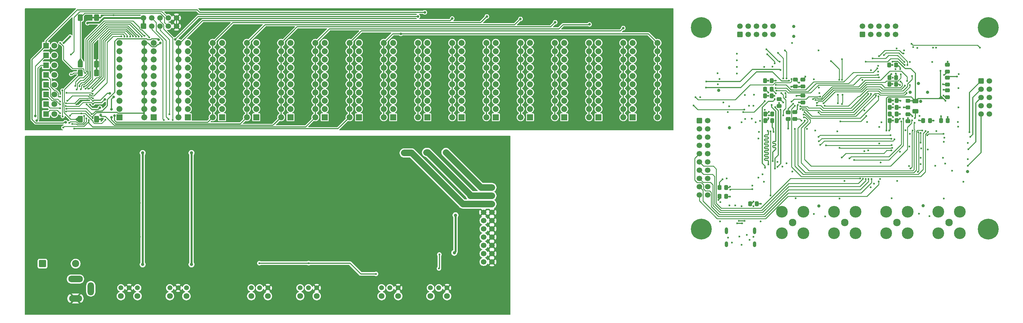
<source format=gbl>
G04 #@! TF.GenerationSoftware,KiCad,Pcbnew,9.0.5*
G04 #@! TF.CreationDate,2025-10-23T19:29:44+02:00*
G04 #@! TF.ProjectId,stencil,7374656e-6369-46c2-9e6b-696361645f70,rev?*
G04 #@! TF.SameCoordinates,Original*
G04 #@! TF.FileFunction,Copper,L2,Bot*
G04 #@! TF.FilePolarity,Positive*
%FSLAX46Y46*%
G04 Gerber Fmt 4.6, Leading zero omitted, Abs format (unit mm)*
G04 Created by KiCad (PCBNEW 9.0.5) date 2025-10-23 19:29:44*
%MOMM*%
%LPD*%
G01*
G04 APERTURE LIST*
G04 Aperture macros list*
%AMRoundRect*
0 Rectangle with rounded corners*
0 $1 Rounding radius*
0 $2 $3 $4 $5 $6 $7 $8 $9 X,Y pos of 4 corners*
0 Add a 4 corners polygon primitive as box body*
4,1,4,$2,$3,$4,$5,$6,$7,$8,$9,$2,$3,0*
0 Add four circle primitives for the rounded corners*
1,1,$1+$1,$2,$3*
1,1,$1+$1,$4,$5*
1,1,$1+$1,$6,$7*
1,1,$1+$1,$8,$9*
0 Add four rect primitives between the rounded corners*
20,1,$1+$1,$2,$3,$4,$5,0*
20,1,$1+$1,$4,$5,$6,$7,0*
20,1,$1+$1,$6,$7,$8,$9,0*
20,1,$1+$1,$8,$9,$2,$3,0*%
G04 Aperture macros list end*
G04 #@! TA.AperFunction,HeatsinkPad*
%ADD10O,1.000000X2.100000*%
G04 #@! TD*
G04 #@! TA.AperFunction,HeatsinkPad*
%ADD11O,1.000000X1.800000*%
G04 #@! TD*
G04 #@! TA.AperFunction,ComponentPad*
%ADD12C,6.400000*%
G04 #@! TD*
G04 #@! TA.AperFunction,ComponentPad*
%ADD13RoundRect,0.250000X-0.600000X-0.600000X0.600000X-0.600000X0.600000X0.600000X-0.600000X0.600000X0*%
G04 #@! TD*
G04 #@! TA.AperFunction,ComponentPad*
%ADD14C,1.700000*%
G04 #@! TD*
G04 #@! TA.AperFunction,ComponentPad*
%ADD15RoundRect,0.250000X0.600000X-0.600000X0.600000X0.600000X-0.600000X0.600000X-0.600000X-0.600000X0*%
G04 #@! TD*
G04 #@! TA.AperFunction,SMDPad,CuDef*
%ADD16RoundRect,0.250000X-0.337500X-0.475000X0.337500X-0.475000X0.337500X0.475000X-0.337500X0.475000X0*%
G04 #@! TD*
G04 #@! TA.AperFunction,SMDPad,CuDef*
%ADD17RoundRect,0.250000X0.475000X-0.337500X0.475000X0.337500X-0.475000X0.337500X-0.475000X-0.337500X0*%
G04 #@! TD*
G04 #@! TA.AperFunction,SMDPad,CuDef*
%ADD18RoundRect,0.250000X0.337500X0.475000X-0.337500X0.475000X-0.337500X-0.475000X0.337500X-0.475000X0*%
G04 #@! TD*
G04 #@! TA.AperFunction,SMDPad,CuDef*
%ADD19RoundRect,0.250000X-0.475000X0.337500X-0.475000X-0.337500X0.475000X-0.337500X0.475000X0.337500X0*%
G04 #@! TD*
G04 #@! TA.AperFunction,ComponentPad*
%ADD20C,2.300000*%
G04 #@! TD*
G04 #@! TA.AperFunction,ComponentPad*
%ADD21C,3.600000*%
G04 #@! TD*
G04 #@! TA.AperFunction,SMDPad,CuDef*
%ADD22RoundRect,0.250000X0.450000X-0.325000X0.450000X0.325000X-0.450000X0.325000X-0.450000X-0.325000X0*%
G04 #@! TD*
G04 #@! TA.AperFunction,SMDPad,CuDef*
%ADD23RoundRect,0.250000X-0.650000X0.412500X-0.650000X-0.412500X0.650000X-0.412500X0.650000X0.412500X0*%
G04 #@! TD*
G04 #@! TA.AperFunction,ComponentPad*
%ADD24RoundRect,0.249999X-0.850001X-0.850001X0.850001X-0.850001X0.850001X0.850001X-0.850001X0.850001X0*%
G04 #@! TD*
G04 #@! TA.AperFunction,ComponentPad*
%ADD25C,2.200000*%
G04 #@! TD*
G04 #@! TA.AperFunction,ComponentPad*
%ADD26C,1.500000*%
G04 #@! TD*
G04 #@! TA.AperFunction,ComponentPad*
%ADD27C,1.800000*%
G04 #@! TD*
G04 #@! TA.AperFunction,ComponentPad*
%ADD28RoundRect,1.000000X1.250000X0.000010X-1.250000X0.000010X-1.250000X-0.000010X1.250000X-0.000010X0*%
G04 #@! TD*
G04 #@! TA.AperFunction,ComponentPad*
%ADD29RoundRect,1.000000X1.000000X0.000010X-1.000000X0.000010X-1.000000X-0.000010X1.000000X-0.000010X0*%
G04 #@! TD*
G04 #@! TA.AperFunction,ComponentPad*
%ADD30RoundRect,1.000000X0.000010X1.000000X-0.000010X1.000000X-0.000010X-1.000000X0.000010X-1.000000X0*%
G04 #@! TD*
G04 #@! TA.AperFunction,SMDPad,CuDef*
%ADD31RoundRect,0.250000X-0.500000X0.750000X-0.500000X-0.750000X0.500000X-0.750000X0.500000X0.750000X0*%
G04 #@! TD*
G04 #@! TA.AperFunction,ComponentPad*
%ADD32R,1.800000X1.800000*%
G04 #@! TD*
G04 #@! TA.AperFunction,ComponentPad*
%ADD33R,1.850000X1.850000*%
G04 #@! TD*
G04 #@! TA.AperFunction,ComponentPad*
%ADD34C,1.850000*%
G04 #@! TD*
G04 #@! TA.AperFunction,ViaPad*
%ADD35C,0.600000*%
G04 #@! TD*
G04 #@! TA.AperFunction,ViaPad*
%ADD36C,1.000000*%
G04 #@! TD*
G04 #@! TA.AperFunction,ViaPad*
%ADD37C,0.800000*%
G04 #@! TD*
G04 #@! TA.AperFunction,Conductor*
%ADD38C,0.250000*%
G04 #@! TD*
G04 #@! TA.AperFunction,Conductor*
%ADD39C,0.350000*%
G04 #@! TD*
G04 #@! TA.AperFunction,Conductor*
%ADD40C,0.349250*%
G04 #@! TD*
G04 #@! TA.AperFunction,Conductor*
%ADD41C,0.315468*%
G04 #@! TD*
G04 #@! TA.AperFunction,Conductor*
%ADD42C,2.000000*%
G04 #@! TD*
G04 #@! TA.AperFunction,Conductor*
%ADD43C,0.600000*%
G04 #@! TD*
G04 APERTURE END LIST*
D10*
X247778000Y-100661000D03*
D11*
X247778000Y-104841000D03*
D10*
X256418000Y-100661000D03*
D11*
X256418000Y-104841000D03*
D12*
X240098000Y-38166000D03*
D13*
X239457000Y-66810000D03*
D14*
X241997000Y-66810000D03*
X239457000Y-69350000D03*
X241997000Y-69350000D03*
X239457000Y-71890000D03*
X241997000Y-71890000D03*
X239457000Y-74430000D03*
X241997000Y-74430000D03*
X239457000Y-76970000D03*
X241997000Y-76970000D03*
X239457000Y-79510000D03*
X241997000Y-79510000D03*
X239457000Y-82050000D03*
X241997000Y-82050000D03*
X239457000Y-84590000D03*
X241997000Y-84590000D03*
X239457000Y-87130000D03*
X241997000Y-87130000D03*
X239457000Y-89670000D03*
X241997000Y-89670000D03*
D12*
X328098000Y-100166000D03*
D13*
X325944000Y-54618000D03*
D14*
X328484000Y-54618000D03*
X325944000Y-57158000D03*
X328484000Y-57158000D03*
X325944000Y-59698000D03*
X328484000Y-59698000D03*
X325944000Y-62238000D03*
X328484000Y-62238000D03*
X325944000Y-64778000D03*
X328484000Y-64778000D03*
D15*
X251903000Y-40267000D03*
D14*
X251903000Y-37727000D03*
X254443000Y-40267000D03*
X254443000Y-37727000D03*
X256983000Y-40267000D03*
X256983000Y-37727000D03*
X259523000Y-40267000D03*
X259523000Y-37727000D03*
X262063000Y-40267000D03*
X262063000Y-37727000D03*
D16*
X259734000Y-66810000D03*
X261809000Y-66810000D03*
X297920000Y-60587000D03*
X299995000Y-60587000D03*
D17*
X303508000Y-66937000D03*
X303508000Y-64862000D03*
D16*
X297920000Y-66810000D03*
X299995000Y-66810000D03*
X297750000Y-49665000D03*
X299825000Y-49665000D03*
D18*
X315700000Y-66810000D03*
X313625000Y-66810000D03*
D16*
X255056500Y-92337000D03*
X257131500Y-92337000D03*
D19*
X271207000Y-59147000D03*
X271207000Y-61222000D03*
D16*
X259734000Y-64778000D03*
X261809000Y-64778000D03*
X297793000Y-55634000D03*
X299868000Y-55634000D03*
D20*
X316098000Y-98166000D03*
D21*
X319398000Y-101466000D03*
X319398000Y-94866000D03*
X312798000Y-101466000D03*
X312798000Y-94866000D03*
D15*
X289495000Y-40267000D03*
D14*
X289495000Y-37727000D03*
X292035000Y-40267000D03*
X292035000Y-37727000D03*
X294575000Y-40267000D03*
X294575000Y-37727000D03*
X297115000Y-40267000D03*
X297115000Y-37727000D03*
X299655000Y-40267000D03*
X299655000Y-37727000D03*
D20*
X268098000Y-98166000D03*
D21*
X271398000Y-101466000D03*
X271398000Y-94866000D03*
X264798000Y-101466000D03*
X264798000Y-94866000D03*
D20*
X284098000Y-98166000D03*
D21*
X287398000Y-101466000D03*
X287398000Y-94866000D03*
X280798000Y-101466000D03*
X280798000Y-94866000D03*
D20*
X300098000Y-98166000D03*
D21*
X303398000Y-101466000D03*
X303398000Y-94866000D03*
X296798000Y-101466000D03*
X296798000Y-94866000D03*
D18*
X247733500Y-87384000D03*
X245658500Y-87384000D03*
D16*
X297920000Y-64778000D03*
X299995000Y-64778000D03*
D19*
X315573000Y-53602000D03*
X315573000Y-55677000D03*
D18*
X310239000Y-66810000D03*
X308164000Y-66810000D03*
D16*
X259607000Y-57158000D03*
X261682000Y-57158000D03*
D22*
X303508000Y-62755000D03*
X303508000Y-60705000D03*
D19*
X315573000Y-49622000D03*
X315573000Y-51697000D03*
D16*
X259607000Y-59190000D03*
X261682000Y-59190000D03*
D18*
X247733500Y-90051000D03*
X245658500Y-90051000D03*
D17*
X266762000Y-66323500D03*
X266762000Y-64248500D03*
D16*
X297920000Y-62746000D03*
X299995000Y-62746000D03*
D17*
X263968000Y-62281000D03*
X263968000Y-60206000D03*
D23*
X305794000Y-60802500D03*
X305794000Y-63927500D03*
D19*
X315573000Y-57496000D03*
X315573000Y-59571000D03*
D17*
X268794000Y-66302000D03*
X268794000Y-64227000D03*
D19*
X271207000Y-54215500D03*
X271207000Y-56290500D03*
D16*
X259607000Y-54491000D03*
X261682000Y-54491000D03*
X297793000Y-53602000D03*
X299868000Y-53602000D03*
D19*
X268921000Y-54215500D03*
X268921000Y-56290500D03*
D12*
X240098000Y-100166000D03*
X328098000Y-38166000D03*
D13*
X173273000Y-87384000D03*
D14*
X175813000Y-87384000D03*
X173273000Y-89924000D03*
X175813000Y-89924000D03*
X173273000Y-92464000D03*
X175813000Y-92464000D03*
X173273000Y-95004000D03*
X175813000Y-95004000D03*
X173273000Y-97544000D03*
X175813000Y-97544000D03*
X173273000Y-100084000D03*
X175813000Y-100084000D03*
X173273000Y-102624000D03*
X175813000Y-102624000D03*
X173273000Y-105164000D03*
X175813000Y-105164000D03*
X173273000Y-107704000D03*
X175813000Y-107704000D03*
X173273000Y-110244000D03*
X175813000Y-110244000D03*
D24*
X37896000Y-110788000D03*
D25*
X48056000Y-110788000D03*
D12*
X38508000Y-77000000D03*
D26*
X61968000Y-118240000D03*
X64508000Y-118240000D03*
X67048000Y-118240000D03*
D27*
X67048000Y-120760000D03*
X61968000Y-120760000D03*
D12*
X176508000Y-121000000D03*
X176508000Y-77000000D03*
X38508000Y-121000000D03*
D26*
X116968000Y-118240000D03*
X119508000Y-118240000D03*
X122048000Y-118240000D03*
D27*
X122048000Y-120760000D03*
X116968000Y-120760000D03*
D26*
X156968000Y-118240000D03*
X159508000Y-118240000D03*
X162048000Y-118240000D03*
D27*
X162048000Y-120760000D03*
X156968000Y-120760000D03*
D26*
X101968000Y-118240000D03*
X104508000Y-118240000D03*
X107048000Y-118240000D03*
D27*
X107048000Y-120760000D03*
X101968000Y-120760000D03*
D26*
X141968000Y-118240000D03*
X144508000Y-118240000D03*
X147048000Y-118240000D03*
D27*
X147048000Y-120760000D03*
X141968000Y-120760000D03*
D26*
X76968000Y-118240000D03*
X79508000Y-118240000D03*
X82048000Y-118240000D03*
D27*
X82048000Y-120760000D03*
X76968000Y-120760000D03*
D28*
X48008000Y-115500000D03*
D29*
X48008000Y-121500000D03*
D30*
X52708000Y-118500000D03*
D31*
X49500000Y-35120000D03*
X49500000Y-49420000D03*
X54500000Y-35120000D03*
X54500000Y-49420000D03*
D32*
X38960000Y-43770000D03*
D27*
X41500000Y-43770000D03*
D31*
X49500000Y-52120000D03*
X49500000Y-66420000D03*
X54500000Y-52120000D03*
X54500000Y-66420000D03*
D33*
X93000000Y-65770000D03*
D34*
X93000000Y-63230000D03*
X93000000Y-60690000D03*
X93000000Y-58150000D03*
X93000000Y-55610000D03*
X93000000Y-53070000D03*
X93000000Y-50530000D03*
X93000000Y-47990000D03*
X93000000Y-45450000D03*
X93000000Y-42910000D03*
X100620000Y-42910000D03*
X100620000Y-45450000D03*
X100620000Y-47990000D03*
X100620000Y-50530000D03*
X100620000Y-53070000D03*
X100620000Y-55610000D03*
X100620000Y-58150000D03*
X100620000Y-60690000D03*
X100620000Y-63230000D03*
X100620000Y-65770000D03*
D33*
X61500000Y-65770000D03*
D34*
X61500000Y-63230000D03*
X61500000Y-60690000D03*
X61500000Y-58150000D03*
X61500000Y-55610000D03*
X61500000Y-53070000D03*
X61500000Y-50530000D03*
X61500000Y-47990000D03*
X61500000Y-45450000D03*
X61500000Y-42910000D03*
X69120000Y-42910000D03*
X69120000Y-45450000D03*
X69120000Y-47990000D03*
X69120000Y-50530000D03*
X69120000Y-53070000D03*
X69120000Y-55610000D03*
X69120000Y-58150000D03*
X69120000Y-60690000D03*
X69120000Y-63230000D03*
X69120000Y-65770000D03*
D32*
X38960000Y-49770000D03*
D27*
X41500000Y-49770000D03*
D32*
X38960000Y-58770000D03*
D27*
X41500000Y-58770000D03*
D33*
X82500000Y-65770000D03*
D34*
X82500000Y-63230000D03*
X82500000Y-60690000D03*
X82500000Y-58150000D03*
X82500000Y-55610000D03*
X82500000Y-53070000D03*
X82500000Y-50530000D03*
X82500000Y-47990000D03*
X82500000Y-45450000D03*
X82500000Y-42910000D03*
X90120000Y-42910000D03*
X90120000Y-45450000D03*
X90120000Y-47990000D03*
X90120000Y-50530000D03*
X90120000Y-53070000D03*
X90120000Y-55610000D03*
X90120000Y-58150000D03*
X90120000Y-60690000D03*
X90120000Y-63230000D03*
X90120000Y-65770000D03*
D33*
X124500000Y-65770000D03*
D34*
X124500000Y-63230000D03*
X124500000Y-60690000D03*
X124500000Y-58150000D03*
X124500000Y-55610000D03*
X124500000Y-53070000D03*
X124500000Y-50530000D03*
X124500000Y-47990000D03*
X124500000Y-45450000D03*
X124500000Y-42910000D03*
X132120000Y-42910000D03*
X132120000Y-45450000D03*
X132120000Y-47990000D03*
X132120000Y-50530000D03*
X132120000Y-53070000D03*
X132120000Y-55610000D03*
X132120000Y-58150000D03*
X132120000Y-60690000D03*
X132120000Y-63230000D03*
X132120000Y-65770000D03*
D15*
X68840000Y-37770000D03*
D14*
X68840000Y-35230000D03*
X71380000Y-37770000D03*
X71380000Y-35230000D03*
X73920000Y-37770000D03*
X73920000Y-35230000D03*
X76460000Y-37770000D03*
X76460000Y-35230000D03*
X79000000Y-37770000D03*
X79000000Y-35230000D03*
D12*
X227500000Y-36270000D03*
D32*
X38960000Y-55770000D03*
D27*
X41500000Y-55770000D03*
D33*
X114000000Y-65770000D03*
D34*
X114000000Y-63230000D03*
X114000000Y-60690000D03*
X114000000Y-58150000D03*
X114000000Y-55610000D03*
X114000000Y-53070000D03*
X114000000Y-50530000D03*
X114000000Y-47990000D03*
X114000000Y-45450000D03*
X114000000Y-42910000D03*
X121620000Y-42910000D03*
X121620000Y-45450000D03*
X121620000Y-47990000D03*
X121620000Y-50530000D03*
X121620000Y-53070000D03*
X121620000Y-55610000D03*
X121620000Y-58150000D03*
X121620000Y-60690000D03*
X121620000Y-63230000D03*
X121620000Y-65770000D03*
D33*
X135000000Y-65770000D03*
D34*
X135000000Y-63230000D03*
X135000000Y-60690000D03*
X135000000Y-58150000D03*
X135000000Y-55610000D03*
X135000000Y-53070000D03*
X135000000Y-50530000D03*
X135000000Y-47990000D03*
X135000000Y-45450000D03*
X135000000Y-42910000D03*
X142620000Y-42910000D03*
X142620000Y-45450000D03*
X142620000Y-47990000D03*
X142620000Y-50530000D03*
X142620000Y-53070000D03*
X142620000Y-55610000D03*
X142620000Y-58150000D03*
X142620000Y-60690000D03*
X142620000Y-63230000D03*
X142620000Y-65770000D03*
D33*
X72000000Y-65770000D03*
D34*
X72000000Y-63230000D03*
X72000000Y-60690000D03*
X72000000Y-58150000D03*
X72000000Y-55610000D03*
X72000000Y-53070000D03*
X72000000Y-50530000D03*
X72000000Y-47990000D03*
X72000000Y-45450000D03*
X72000000Y-42910000D03*
X79620000Y-42910000D03*
X79620000Y-45450000D03*
X79620000Y-47990000D03*
X79620000Y-50530000D03*
X79620000Y-53070000D03*
X79620000Y-55610000D03*
X79620000Y-58150000D03*
X79620000Y-60690000D03*
X79620000Y-63230000D03*
X79620000Y-65770000D03*
D33*
X208500000Y-65770000D03*
D34*
X208500000Y-63230000D03*
X208500000Y-60690000D03*
X208500000Y-58150000D03*
X208500000Y-55610000D03*
X208500000Y-53070000D03*
X208500000Y-50530000D03*
X208500000Y-47990000D03*
X208500000Y-45450000D03*
X208500000Y-42910000D03*
X216120000Y-42910000D03*
X216120000Y-45450000D03*
X216120000Y-47990000D03*
X216120000Y-50530000D03*
X216120000Y-53070000D03*
X216120000Y-55610000D03*
X216120000Y-58150000D03*
X216120000Y-60690000D03*
X216120000Y-63230000D03*
X216120000Y-65770000D03*
D33*
X166500000Y-65770000D03*
D34*
X166500000Y-63230000D03*
X166500000Y-60690000D03*
X166500000Y-58150000D03*
X166500000Y-55610000D03*
X166500000Y-53070000D03*
X166500000Y-50530000D03*
X166500000Y-47990000D03*
X166500000Y-45450000D03*
X166500000Y-42910000D03*
X174120000Y-42910000D03*
X174120000Y-45450000D03*
X174120000Y-47990000D03*
X174120000Y-50530000D03*
X174120000Y-53070000D03*
X174120000Y-55610000D03*
X174120000Y-58150000D03*
X174120000Y-60690000D03*
X174120000Y-63230000D03*
X174120000Y-65770000D03*
D33*
X198000000Y-65770000D03*
D34*
X198000000Y-63230000D03*
X198000000Y-60690000D03*
X198000000Y-58150000D03*
X198000000Y-55610000D03*
X198000000Y-53070000D03*
X198000000Y-50530000D03*
X198000000Y-47990000D03*
X198000000Y-45450000D03*
X198000000Y-42910000D03*
X205620000Y-42910000D03*
X205620000Y-45450000D03*
X205620000Y-47990000D03*
X205620000Y-50530000D03*
X205620000Y-53070000D03*
X205620000Y-55610000D03*
X205620000Y-58150000D03*
X205620000Y-60690000D03*
X205620000Y-63230000D03*
X205620000Y-65770000D03*
D33*
X187500000Y-65770000D03*
D34*
X187500000Y-63230000D03*
X187500000Y-60690000D03*
X187500000Y-58150000D03*
X187500000Y-55610000D03*
X187500000Y-53070000D03*
X187500000Y-50530000D03*
X187500000Y-47990000D03*
X187500000Y-45450000D03*
X187500000Y-42910000D03*
X195120000Y-42910000D03*
X195120000Y-45450000D03*
X195120000Y-47990000D03*
X195120000Y-50530000D03*
X195120000Y-53070000D03*
X195120000Y-55610000D03*
X195120000Y-58150000D03*
X195120000Y-60690000D03*
X195120000Y-63230000D03*
X195120000Y-65770000D03*
D33*
X219000000Y-65770000D03*
D34*
X219000000Y-63230000D03*
X219000000Y-60690000D03*
X219000000Y-58150000D03*
X219000000Y-55610000D03*
X219000000Y-53070000D03*
X219000000Y-50530000D03*
X219000000Y-47990000D03*
X219000000Y-45450000D03*
X219000000Y-42910000D03*
X226620000Y-42910000D03*
X226620000Y-45450000D03*
X226620000Y-47990000D03*
X226620000Y-50530000D03*
X226620000Y-53070000D03*
X226620000Y-55610000D03*
X226620000Y-58150000D03*
X226620000Y-60690000D03*
X226620000Y-63230000D03*
X226620000Y-65770000D03*
D33*
X103500000Y-65770000D03*
D34*
X103500000Y-63230000D03*
X103500000Y-60690000D03*
X103500000Y-58150000D03*
X103500000Y-55610000D03*
X103500000Y-53070000D03*
X103500000Y-50530000D03*
X103500000Y-47990000D03*
X103500000Y-45450000D03*
X103500000Y-42910000D03*
X111120000Y-42910000D03*
X111120000Y-45450000D03*
X111120000Y-47990000D03*
X111120000Y-50530000D03*
X111120000Y-53070000D03*
X111120000Y-55610000D03*
X111120000Y-58150000D03*
X111120000Y-60690000D03*
X111120000Y-63230000D03*
X111120000Y-65770000D03*
D32*
X38960000Y-52770000D03*
D27*
X41500000Y-52770000D03*
D32*
X38960000Y-46770000D03*
D27*
X41500000Y-46770000D03*
D32*
X38960000Y-64770000D03*
D27*
X41500000Y-64770000D03*
D32*
X38960000Y-61770000D03*
D27*
X41500000Y-61770000D03*
D33*
X177000000Y-65770000D03*
D34*
X177000000Y-63230000D03*
X177000000Y-60690000D03*
X177000000Y-58150000D03*
X177000000Y-55610000D03*
X177000000Y-53070000D03*
X177000000Y-50530000D03*
X177000000Y-47990000D03*
X177000000Y-45450000D03*
X177000000Y-42910000D03*
X184620000Y-42910000D03*
X184620000Y-45450000D03*
X184620000Y-47990000D03*
X184620000Y-50530000D03*
X184620000Y-53070000D03*
X184620000Y-55610000D03*
X184620000Y-58150000D03*
X184620000Y-60690000D03*
X184620000Y-63230000D03*
X184620000Y-65770000D03*
D33*
X156000000Y-65770000D03*
D34*
X156000000Y-63230000D03*
X156000000Y-60690000D03*
X156000000Y-58150000D03*
X156000000Y-55610000D03*
X156000000Y-53070000D03*
X156000000Y-50530000D03*
X156000000Y-47990000D03*
X156000000Y-45450000D03*
X156000000Y-42910000D03*
X163620000Y-42910000D03*
X163620000Y-45450000D03*
X163620000Y-47990000D03*
X163620000Y-50530000D03*
X163620000Y-53070000D03*
X163620000Y-55610000D03*
X163620000Y-58150000D03*
X163620000Y-60690000D03*
X163620000Y-63230000D03*
X163620000Y-65770000D03*
D33*
X145500000Y-65770000D03*
D34*
X145500000Y-63230000D03*
X145500000Y-60690000D03*
X145500000Y-58150000D03*
X145500000Y-55610000D03*
X145500000Y-53070000D03*
X145500000Y-50530000D03*
X145500000Y-47990000D03*
X145500000Y-45450000D03*
X145500000Y-42910000D03*
X153120000Y-42910000D03*
X153120000Y-45450000D03*
X153120000Y-47990000D03*
X153120000Y-50530000D03*
X153120000Y-53070000D03*
X153120000Y-55610000D03*
X153120000Y-58150000D03*
X153120000Y-60690000D03*
X153120000Y-63230000D03*
X153120000Y-65770000D03*
D12*
X36500000Y-36270000D03*
D35*
X254874800Y-103487600D03*
X254062000Y-101912800D03*
X248270800Y-102776400D03*
X252436400Y-104960800D03*
X256094000Y-102573200D03*
X249439200Y-104300400D03*
X251725200Y-102471600D03*
X259523000Y-60822448D03*
X309688000Y-70239000D03*
X261330000Y-70112000D03*
X260475500Y-69921500D03*
X308926000Y-69985000D03*
X303211000Y-54618000D03*
X294448000Y-59317000D03*
X294515058Y-85483812D03*
X261301000Y-89797000D03*
X241616000Y-54745000D03*
X259650000Y-81288000D03*
X268794000Y-69350000D03*
X262743000Y-62619000D03*
X274382000Y-60206000D03*
X290511000Y-84717000D03*
X292289000Y-84717000D03*
X262555624Y-60196448D03*
X302474400Y-49690400D03*
X292670000Y-47633000D03*
X289685500Y-84653500D03*
X241489000Y-56650000D03*
X264349000Y-63381000D03*
X260654375Y-80272000D03*
X262022375Y-79295625D03*
X261681292Y-61983293D03*
X302366282Y-48809690D03*
X294575000Y-53475000D03*
X262698000Y-81542000D03*
X268794000Y-62238000D03*
X238314000Y-59571000D03*
X294575000Y-46998000D03*
X271715000Y-64143000D03*
X271588000Y-65794000D03*
X263460000Y-81034000D03*
X263079000Y-57539000D03*
X252919000Y-64143000D03*
X305497000Y-67445000D03*
X267016000Y-54491000D03*
X290511000Y-48649000D03*
X267746000Y-53983000D03*
X264349000Y-51189000D03*
X302147399Y-46163972D03*
X270445000Y-63254000D03*
X292162000Y-58555000D03*
X271461000Y-64905000D03*
X294067000Y-50681000D03*
X262825000Y-56777000D03*
X270445000Y-62365000D03*
X291273000Y-58555000D03*
X307910000Y-69858000D03*
X271207000Y-63508000D03*
X278319000Y-74430000D03*
X301179000Y-54745000D03*
X301306000Y-52586000D03*
X275144000Y-60460000D03*
X276024000Y-64261000D03*
X325563000Y-44331000D03*
X301433000Y-67064000D03*
X282510000Y-75192000D03*
X271842000Y-66810000D03*
X296099000Y-46617000D03*
X267778000Y-60968000D03*
X293663668Y-59040668D03*
X276033000Y-71763000D03*
X299337500Y-72588500D03*
X277557000Y-61476000D03*
X304608000Y-43188000D03*
X276160000Y-73160000D03*
X286955000Y-78875000D03*
X304735000Y-53094000D03*
X298385000Y-75954000D03*
X283145000Y-78113000D03*
X298639000Y-75192000D03*
X298512000Y-74303000D03*
X275525000Y-61349000D03*
X304100000Y-55888000D03*
X303084000Y-58301000D03*
X275572507Y-62158507D03*
X277938000Y-62238000D03*
X276541000Y-59444000D03*
X294321000Y-52713000D03*
X276604500Y-74239500D03*
X298131000Y-71255000D03*
X262952000Y-55761000D03*
X304735000Y-66683000D03*
X285558000Y-78367000D03*
X303338000Y-49690400D03*
X298385000Y-72398000D03*
X302576000Y-56015000D03*
X302068000Y-66175000D03*
X279843000Y-48522000D03*
X282383000Y-54237000D03*
X283272000Y-54237000D03*
X263587000Y-45982000D03*
X322642000Y-71763000D03*
X283272000Y-47887000D03*
X322388000Y-70366000D03*
X290676100Y-65374900D03*
X265746000Y-45220000D03*
X282002000Y-61476000D03*
X283399000Y-58809000D03*
X282002000Y-58809000D03*
X306640000Y-70366000D03*
X266000000Y-59571000D03*
X282764000Y-67064000D03*
X283272000Y-61730000D03*
X309434000Y-71255000D03*
X265238000Y-65159000D03*
X307402000Y-70620000D03*
X265238000Y-53856000D03*
X322007000Y-75573000D03*
X306513000Y-82558000D03*
X307402000Y-73541000D03*
X321880000Y-80653000D03*
X304900919Y-69851000D03*
X314387000Y-70874000D03*
X304227000Y-81542000D03*
X264603000Y-58301000D03*
X266254000Y-53856000D03*
X262571000Y-49157000D03*
X260094500Y-44902500D03*
X264095000Y-48649000D03*
X288860000Y-84590000D03*
X310069000Y-96147000D03*
D36*
X308164000Y-92968649D03*
D35*
X253348000Y-97666000D03*
D36*
X268413000Y-37854000D03*
X268413000Y-40902000D03*
D35*
X251098000Y-98416000D03*
X252598000Y-98416000D03*
X251598000Y-97666000D03*
X278065000Y-96274000D03*
X265873000Y-58301000D03*
X260285000Y-46363000D03*
X291400000Y-84717000D03*
D36*
X276160000Y-93095648D03*
D35*
X267651000Y-56396000D03*
X265238000Y-61222000D03*
X248601000Y-62365000D03*
X260793000Y-65159000D03*
X290942800Y-67267200D03*
X298766000Y-48725200D03*
X270802000Y-66786000D03*
X295336029Y-67323776D03*
X245299000Y-91194000D03*
X318832000Y-67191000D03*
X315022000Y-60714000D03*
X251014000Y-48268000D03*
X269683000Y-61984000D03*
X248982000Y-88063500D03*
X296874281Y-69864807D03*
X298830500Y-53602000D03*
X306894000Y-66683000D03*
X270064000Y-56396000D03*
X253300000Y-63381000D03*
X294321000Y-49919000D03*
X292035000Y-87257000D03*
X294384500Y-51760500D03*
X255713000Y-87892000D03*
X301052000Y-64778000D03*
X304862000Y-65413000D03*
X250506000Y-92924000D03*
X274636000Y-54110000D03*
X298488000Y-90686491D03*
X270114800Y-55126000D03*
X274636000Y-95512000D03*
X276033000Y-45220000D03*
X237679000Y-62111000D03*
X276160000Y-56650000D03*
X307529000Y-75319000D03*
X245807000Y-97798000D03*
X294702000Y-68715000D03*
X313498000Y-51443000D03*
X305116000Y-44204000D03*
X245045000Y-52205000D03*
X246823000Y-61222000D03*
X256729000Y-67318000D03*
X259396000Y-50300000D03*
X261936000Y-50173000D03*
X245680000Y-53983000D03*
X303949383Y-74773831D03*
X319086000Y-52459000D03*
X245934000Y-91829000D03*
X251014000Y-50300000D03*
X314641000Y-72017000D03*
X295083000Y-79637000D03*
X281842000Y-70112000D03*
X314514000Y-73287000D03*
X253427000Y-58936000D03*
X268032000Y-82431000D03*
X258086375Y-66861000D03*
X302322000Y-45220000D03*
X262277375Y-70239000D03*
X254697000Y-62238000D03*
X270064000Y-61222000D03*
X313625000Y-65413000D03*
D36*
X306683000Y-55380000D03*
D35*
X314260000Y-78240000D03*
X275017000Y-69858000D03*
X301052000Y-62746000D03*
X257618000Y-72271000D03*
D36*
X248728000Y-68969000D03*
D35*
X318959000Y-56777000D03*
X259523000Y-63508000D03*
X301052000Y-55888000D03*
X256094000Y-93099000D03*
X320483000Y-85606000D03*
X262536196Y-59190000D03*
X312101000Y-44331000D03*
X310958000Y-48776000D03*
X301179000Y-60714000D03*
X269048000Y-90686000D03*
X239711000Y-59571000D03*
X299655000Y-50935000D03*
X256221000Y-58809000D03*
X251014000Y-52332000D03*
X302717308Y-69809341D03*
X317054000Y-82177000D03*
X246569000Y-84844000D03*
X251014000Y-46236000D03*
X294956000Y-84717000D03*
X306881000Y-95385000D03*
X318882800Y-68638800D03*
X300163000Y-85352000D03*
X314895000Y-80018000D03*
D36*
X309477000Y-58047000D03*
D35*
X301052000Y-66175000D03*
X314490000Y-90750941D03*
X314387000Y-59063000D03*
X247839000Y-84590000D03*
X268286000Y-61603000D03*
X321880000Y-73668000D03*
X264984000Y-80907000D03*
X282486000Y-90750941D03*
D36*
X245426000Y-57475000D03*
D35*
X271969000Y-53221000D03*
X269302000Y-59190000D03*
X298893000Y-61730000D03*
X298957500Y-62746000D03*
X289495000Y-54237000D03*
X262952000Y-58428000D03*
X248728000Y-92845000D03*
X307046400Y-65387600D03*
X304100000Y-48776000D03*
X293051000Y-86219500D03*
X263460000Y-79510000D03*
X258888000Y-83320000D03*
X258253000Y-97798000D03*
X252411000Y-67318000D03*
X299782000Y-52332000D03*
X245172000Y-55634000D03*
X252411000Y-93099000D03*
X314260000Y-55634000D03*
X314590231Y-52775674D03*
D36*
X304143000Y-58047000D03*
D35*
X307402000Y-78240000D03*
X284034000Y-85352000D03*
X262952000Y-54491000D03*
X315657000Y-65667000D03*
X260666000Y-66048000D03*
X258380000Y-92337000D03*
X257618000Y-84336000D03*
X302195000Y-62746000D03*
X290130000Y-76208000D03*
X305624000Y-66048000D03*
X318959000Y-62746000D03*
X294702000Y-73795000D03*
X298766000Y-55507000D03*
X298957500Y-60587000D03*
D36*
X321753000Y-82431000D03*
D35*
X259269000Y-85606000D03*
X248220000Y-64143000D03*
X267905000Y-42934000D03*
X307402000Y-80145000D03*
X256094000Y-62238000D03*
D36*
X307344000Y-60904290D03*
D35*
X312228000Y-69985000D03*
X301102800Y-50960400D03*
X314387000Y-57285000D03*
X298893000Y-65667000D03*
X306386000Y-44458000D03*
X304100000Y-70874000D03*
X303465000Y-66048000D03*
X303846000Y-80780000D03*
X318578000Y-53221000D03*
X311847000Y-80653000D03*
X309561000Y-75700000D03*
X256094000Y-91702000D03*
X266762000Y-69223000D03*
X260644500Y-59190000D03*
X311212000Y-44331000D03*
X260666000Y-58174000D03*
X260644500Y-54491000D03*
X298766000Y-49665000D03*
X255586000Y-66175000D03*
X321880000Y-78621000D03*
X266254000Y-79891000D03*
X253554000Y-66302000D03*
X248887000Y-90178000D03*
X248855000Y-87130000D03*
X311339000Y-66810000D03*
X291275642Y-75982042D03*
X292162000Y-51316000D03*
X257745000Y-70239000D03*
X298385000Y-52459000D03*
X260803597Y-64080862D03*
X315657000Y-48649000D03*
X263968000Y-61349000D03*
X297750000Y-69858000D03*
X255713000Y-86749000D03*
X276287000Y-58301000D03*
X290130000Y-63635000D03*
X272477000Y-69328500D03*
X301052000Y-76335000D03*
X298893000Y-66810000D03*
X300036000Y-44585000D03*
X104342400Y-122268800D03*
X145333000Y-120023000D03*
X165653000Y-101100000D03*
X85770000Y-108212000D03*
X67487000Y-99866000D03*
X107868000Y-111895000D03*
X159303000Y-96147000D03*
X138632400Y-111245200D03*
X150540000Y-109101000D03*
X120187000Y-120023000D03*
X141904000Y-112149000D03*
X94025000Y-119642000D03*
X129077000Y-111514000D03*
X84886000Y-74847000D03*
X165907000Y-96528000D03*
D37*
X174543000Y-84336000D03*
D35*
X155112000Y-109355000D03*
X47700400Y-91382400D03*
X77000000Y-79000000D03*
X166669000Y-115705000D03*
X84886000Y-78530000D03*
X80822000Y-108451200D03*
X70022000Y-120531000D03*
X166161000Y-118118000D03*
X146658800Y-95903600D03*
X69900000Y-90468000D03*
X165780000Y-99195000D03*
X59130400Y-90010800D03*
X134157000Y-110879000D03*
X172384000Y-84717000D03*
X148254000Y-115197000D03*
X108355600Y-102710800D03*
X67360000Y-78530000D03*
X158668000Y-109228000D03*
X84759000Y-83610000D03*
X65450000Y-119769000D03*
X128315000Y-114435000D03*
X159003200Y-103371200D03*
X116250000Y-116594000D03*
X57657200Y-116071200D03*
X151688000Y-121202000D03*
X36219600Y-107435200D03*
X168955000Y-103640000D03*
D36*
X148889000Y-76752000D03*
X83616000Y-111042000D03*
D35*
X146349000Y-115324000D03*
X64307000Y-121928000D03*
X113283200Y-109721200D03*
X67487000Y-86150000D03*
D36*
X68630000Y-76752000D03*
X161716000Y-76589000D03*
D35*
X139872000Y-114943000D03*
D36*
X83616000Y-76752000D03*
D35*
X68528400Y-75024800D03*
X159303000Y-101354000D03*
X153207000Y-112022000D03*
X159435000Y-89960000D03*
X38251600Y-113124800D03*
X67360000Y-80308000D03*
D36*
X68630000Y-111042000D03*
D35*
X98043200Y-73399200D03*
X140867600Y-101796400D03*
X163875000Y-119261000D03*
X84759000Y-90341000D03*
X75610000Y-111133000D03*
X56692000Y-97986400D03*
X73451000Y-99830000D03*
X133400000Y-116426800D03*
X39674000Y-104387200D03*
X50723000Y-98201500D03*
X94639600Y-96157600D03*
X88848400Y-115614000D03*
X124865600Y-94532000D03*
X63194400Y-73653200D03*
X108122000Y-115070000D03*
X159435000Y-92373000D03*
X91866000Y-117483000D03*
X129793200Y-112870800D03*
X82468000Y-98814000D03*
X45719200Y-76244000D03*
X151556000Y-118245000D03*
X134000000Y-79000000D03*
X48513200Y-87166000D03*
X82473000Y-82848000D03*
D36*
X72308000Y-117737000D03*
D35*
X105709000Y-109101000D03*
X56031600Y-106724000D03*
X65000000Y-81000000D03*
X164256000Y-92591000D03*
X118282000Y-111387000D03*
X171368000Y-94750000D03*
X45973200Y-89909200D03*
X69900000Y-83991000D03*
X135427000Y-112403000D03*
X86913000Y-111387000D03*
X136570000Y-114689000D03*
X69773000Y-79419000D03*
X141528000Y-73450000D03*
X167431000Y-90559000D03*
X163367000Y-103894000D03*
X37540400Y-87623200D03*
X72943000Y-119134000D03*
X168193000Y-85987000D03*
X84754000Y-96528000D03*
X75483000Y-96655000D03*
X123743000Y-109482000D03*
X146000000Y-79000000D03*
X55015600Y-94887600D03*
X69768000Y-115705000D03*
X120441000Y-111387000D03*
X151129200Y-98494400D03*
X162478000Y-111260000D03*
X82341000Y-101227000D03*
X120060000Y-108847000D03*
X127354800Y-121760800D03*
X95930000Y-116594000D03*
X92000000Y-79000000D03*
X74975000Y-101862000D03*
X152064000Y-110625000D03*
X119328400Y-73653200D03*
X130855000Y-109736000D03*
X171622000Y-111387000D03*
X51967600Y-87826400D03*
X134873200Y-121710000D03*
X100502000Y-114562000D03*
X138602000Y-112911000D03*
X163367000Y-106307000D03*
X161970000Y-90051000D03*
X159104800Y-106063600D03*
X84835200Y-120897200D03*
X147492000Y-112403000D03*
X75229000Y-119896000D03*
X161716000Y-109101000D03*
X82473000Y-74974000D03*
X40182000Y-99154800D03*
X75081600Y-105657200D03*
X100938800Y-94684400D03*
X74000000Y-116500000D03*
X168960000Y-118509600D03*
D37*
X167558000Y-95004000D03*
D35*
X105000000Y-79000000D03*
X50189600Y-93922400D03*
X39928000Y-107028800D03*
D36*
X75229000Y-116721000D03*
D35*
X137057600Y-95192400D03*
X100583200Y-108603600D03*
X82468000Y-96528000D03*
X110916000Y-109609000D03*
X144190000Y-104148000D03*
X77570800Y-124046800D03*
X119328400Y-121608400D03*
X82473000Y-78530000D03*
X84759000Y-87166000D03*
X170987000Y-106561000D03*
X163240000Y-96528000D03*
X145968000Y-117356000D03*
X164129000Y-108974000D03*
X84759000Y-82848000D03*
X167304000Y-106434000D03*
X170733000Y-98433000D03*
X112978400Y-117646000D03*
X57322000Y-79002000D03*
X47090800Y-98697600D03*
X42214000Y-115563200D03*
X69646000Y-98215000D03*
X84886000Y-79292000D03*
X67741000Y-92119000D03*
X110662000Y-116594000D03*
X84754000Y-98814000D03*
X52069200Y-81324000D03*
X49067000Y-95512000D03*
X117012000Y-109609000D03*
X132633000Y-112530000D03*
X82473000Y-83610000D03*
X165780000Y-106180000D03*
X41096400Y-91128400D03*
X163367000Y-98814000D03*
X82473000Y-79292000D03*
X43941200Y-98596000D03*
X123489000Y-116594000D03*
X45363600Y-99104000D03*
X123235000Y-111514000D03*
X154634400Y-113175600D03*
X141142000Y-112911000D03*
X69773000Y-100882000D03*
X105455000Y-111387000D03*
X165653000Y-110244000D03*
X106725000Y-112149000D03*
X82473000Y-87166000D03*
X91083600Y-108044800D03*
X170479000Y-108847000D03*
X163367000Y-101354000D03*
X112821000Y-111641000D03*
X44449200Y-92195200D03*
X165526000Y-107704000D03*
X103042000Y-110752000D03*
X46481200Y-85032400D03*
X133522000Y-113927000D03*
X58419200Y-82898800D03*
X84881000Y-101227000D03*
X152953000Y-104021000D03*
X70154000Y-110127600D03*
X82473000Y-92246000D03*
X160446000Y-121039000D03*
X67741000Y-102533000D03*
X92882000Y-112657000D03*
X84759000Y-92246000D03*
X67207600Y-110178400D03*
X108757000Y-109355000D03*
X170687200Y-77920400D03*
X126029000Y-109609000D03*
X165653000Y-103767000D03*
X149016000Y-119007000D03*
X76499000Y-103005000D03*
X161335000Y-106815000D03*
X45566800Y-93973200D03*
X35559200Y-94684400D03*
X120000000Y-79000000D03*
X135178000Y-107689200D03*
X62402000Y-79129000D03*
D36*
X169209000Y-89924000D03*
D35*
X119125200Y-101440800D03*
D36*
X164256000Y-107450000D03*
D35*
X140253000Y-113927000D03*
X104439000Y-110625000D03*
D36*
X155747000Y-76589000D03*
D35*
X159684000Y-107958000D03*
X55168000Y-123792800D03*
X128950000Y-109355000D03*
X82473000Y-90341000D03*
X119552000Y-110625000D03*
X165780000Y-98433000D03*
X148381000Y-113673000D03*
D36*
X164637000Y-95893000D03*
D35*
X70611200Y-123183200D03*
X159557000Y-112276000D03*
X49678000Y-57142000D03*
X53281507Y-58586507D03*
X70633000Y-41267000D03*
X50567000Y-56380000D03*
X65680000Y-40886000D03*
X48408000Y-57269000D03*
X45233000Y-58285000D03*
X66569000Y-41013000D03*
X68347000Y-41013000D03*
X43328000Y-42918000D03*
X50974572Y-52189000D03*
X69236000Y-40759000D03*
X67458000Y-41013000D03*
X47963892Y-56161238D03*
X49233500Y-56189500D03*
X77872000Y-66667000D03*
X53234000Y-56888000D03*
X51964000Y-57015000D03*
X63902000Y-41013000D03*
X53234000Y-57777000D03*
X63013000Y-41013000D03*
X62124000Y-40886000D03*
X52472000Y-58920000D03*
X46630000Y-52570000D03*
X46630000Y-46474000D03*
X75141500Y-66603500D03*
X76856000Y-64889000D03*
X76602000Y-66413000D03*
X51075000Y-57015000D03*
X64791000Y-41013000D03*
X134768000Y-41394000D03*
X117750000Y-45331000D03*
X43201000Y-45712000D03*
X86254000Y-45458000D03*
X107082000Y-65524000D03*
X107082000Y-50411000D03*
X54504000Y-62495000D03*
X44852000Y-66032000D03*
X128164000Y-55745000D03*
X96668000Y-60571000D03*
X33549000Y-60317000D03*
X117623000Y-58031000D03*
X96668000Y-65524000D03*
X35327000Y-41775000D03*
X128291000Y-42791000D03*
X96668000Y-62984000D03*
X107082000Y-55618000D03*
X86127000Y-53078000D03*
X107209000Y-47871000D03*
X33803000Y-48506000D03*
X33549000Y-54348000D03*
X128164000Y-50538000D03*
X86254000Y-47998000D03*
X128164000Y-60698000D03*
X128291000Y-47998000D03*
X41169000Y-34536000D03*
X107082000Y-60571000D03*
X117750000Y-47871000D03*
X36343000Y-68572000D03*
X33676000Y-57142000D03*
X95398000Y-39489000D03*
X35835000Y-44950000D03*
X117623000Y-62984000D03*
X86508000Y-32758000D03*
X96668000Y-50411000D03*
X96795000Y-47871000D03*
X96795000Y-42664000D03*
X96795000Y-45331000D03*
X107209000Y-45331000D03*
X43201000Y-44315000D03*
X128164000Y-65651000D03*
X40026000Y-66540000D03*
X96668000Y-55618000D03*
X107082000Y-58031000D03*
X107209000Y-42664000D03*
X56155000Y-66413000D03*
X34311000Y-45331000D03*
X117750000Y-42664000D03*
X117623000Y-52951000D03*
X117623000Y-60571000D03*
X128291000Y-45458000D03*
X33549000Y-64254000D03*
X128164000Y-63111000D03*
X86127000Y-58158000D03*
X43074000Y-49014000D03*
X86127000Y-60698000D03*
X59711000Y-34409000D03*
X44217000Y-34409000D03*
X53980001Y-37623282D03*
X39899000Y-45331000D03*
X43963000Y-57523000D03*
X44090000Y-65524000D03*
X128164000Y-58158000D03*
X86127000Y-50538000D03*
X92350000Y-39362000D03*
X53996000Y-47236000D03*
X86127000Y-55745000D03*
X117623000Y-55618000D03*
X96668000Y-58031000D03*
X84730000Y-33774000D03*
X117623000Y-50411000D03*
X44344000Y-42918000D03*
X33549000Y-51046000D03*
X83968000Y-37711000D03*
X107082000Y-52951000D03*
X86254000Y-42791000D03*
X46376000Y-40886000D03*
X51710000Y-60571000D03*
X86127000Y-63111000D03*
D37*
X51710000Y-36822000D03*
D35*
X86508000Y-38219000D03*
X128164000Y-53078000D03*
X49805000Y-64635000D03*
X117623000Y-65524000D03*
X44471000Y-39108000D03*
X39899000Y-39108000D03*
X48281000Y-61841000D03*
X57171000Y-66540000D03*
X46376000Y-65270000D03*
X86127000Y-65651000D03*
X43328000Y-52951000D03*
X107082000Y-62984000D03*
X96668000Y-52951000D03*
D37*
X155215000Y-33520000D03*
X57044000Y-60317000D03*
X73554000Y-41902000D03*
X153120000Y-34790000D03*
D35*
X43328000Y-64508000D03*
X53300000Y-66032000D03*
D37*
X78588586Y-41855572D03*
D35*
X52980000Y-64762000D03*
X43328000Y-61841000D03*
D37*
X74062000Y-42918000D03*
X163620000Y-35425000D03*
X174265000Y-34790000D03*
D35*
X45096223Y-63990223D03*
X45169500Y-63174500D03*
X43328000Y-62984000D03*
D37*
X59965000Y-65270000D03*
D35*
X51456000Y-61841000D03*
D37*
X205761000Y-37203000D03*
X36089000Y-66794000D03*
D35*
X44217000Y-68953000D03*
D37*
X59076000Y-65778000D03*
X35708000Y-65397000D03*
X195220000Y-36568000D03*
D35*
X47011000Y-67810000D03*
X45487000Y-60698000D03*
X53361000Y-60825000D03*
D37*
X59711000Y-59555000D03*
D35*
X45106000Y-61460000D03*
X43328000Y-59428000D03*
D37*
X55520000Y-62857000D03*
D35*
X52091000Y-66667000D03*
X53348021Y-59948979D03*
X47646000Y-69294000D03*
D37*
X55774000Y-65143000D03*
D35*
X53361000Y-61714000D03*
X44979000Y-62349000D03*
X43328000Y-60952000D03*
D37*
X58568000Y-58412000D03*
X184552000Y-35552000D03*
X59076000Y-63365000D03*
X216120000Y-38346000D03*
D35*
X51329000Y-66159000D03*
D37*
X147849000Y-40124000D03*
D35*
X50694000Y-65397000D03*
X46122000Y-67472000D03*
D37*
X44979000Y-67302000D03*
D38*
X301829472Y-46163972D02*
X300885500Y-45220000D01*
X300885500Y-45220000D02*
X296353000Y-45220000D01*
X302147399Y-46163972D02*
X301829472Y-46163972D01*
X296353000Y-45220000D02*
X294575000Y-46998000D01*
D39*
X260803597Y-64080862D02*
X260767145Y-64117314D01*
X260767145Y-64168855D02*
X260158000Y-64778000D01*
X260158000Y-64778000D02*
X259734000Y-64778000D01*
X260767145Y-64117314D02*
X260767145Y-64168855D01*
X260263166Y-66810000D02*
X259734000Y-66810000D01*
X260666000Y-66048000D02*
X260666000Y-66407166D01*
X260666000Y-66407166D02*
X260263166Y-66810000D01*
D38*
X288987000Y-67064000D02*
X282764000Y-67064000D01*
X290676100Y-65374900D02*
X288987000Y-67064000D01*
D40*
X259739436Y-72442327D02*
X260414375Y-72442327D01*
X260654375Y-77002327D02*
X260654375Y-76882327D01*
X259499436Y-71482327D02*
G75*
G02*
X259739436Y-71242336I239964J27D01*
G01*
X260654375Y-78082327D02*
G75*
G03*
X260414375Y-77842325I-239975J27D01*
G01*
X260414375Y-72442327D02*
G75*
G03*
X260654427Y-72202327I25J240027D01*
G01*
X259739436Y-76042327D02*
X260414375Y-76042327D01*
X259739436Y-73042327D02*
G75*
G02*
X259499373Y-72802327I-36J240027D01*
G01*
X260414375Y-71842327D02*
X259739436Y-71842327D01*
X260414375Y-78442327D02*
G75*
G03*
X260654427Y-78202327I25J240027D01*
G01*
X260414375Y-79042327D02*
X259739450Y-79042327D01*
X259499436Y-75082327D02*
G75*
G02*
X259739436Y-74842336I239964J27D01*
G01*
X260414375Y-71242327D02*
G75*
G03*
X260654427Y-71002327I25J240027D01*
G01*
X259739450Y-78442327D02*
X260414375Y-78442327D01*
X259499436Y-75202327D02*
X259499436Y-75082327D01*
X259499450Y-77602327D02*
X259499450Y-77482327D01*
X259739436Y-74842327D02*
X260414375Y-74842327D01*
X260414375Y-73042327D02*
X259739436Y-73042327D01*
X259499436Y-72682327D02*
G75*
G02*
X259739436Y-72442336I239964J27D01*
G01*
X260414375Y-75442327D02*
X259739436Y-75442327D01*
X259499436Y-71602327D02*
X259499436Y-71482327D01*
X259739450Y-77842327D02*
G75*
G02*
X259499373Y-77602327I-50J240027D01*
G01*
X260654375Y-72202327D02*
X260654375Y-72082327D01*
X260654375Y-73402327D02*
X260654375Y-73282327D01*
X260414375Y-74242327D02*
X259739436Y-74242327D01*
X260654375Y-79282327D02*
G75*
G03*
X260414375Y-79042325I-239975J27D01*
G01*
X259499450Y-77482327D02*
G75*
G02*
X259739450Y-77242350I239950J27D01*
G01*
X259739436Y-71242327D02*
X260414375Y-71242327D01*
X260414375Y-74842327D02*
G75*
G03*
X260654427Y-74602327I25J240027D01*
G01*
X259739450Y-79042327D02*
G75*
G02*
X259499373Y-78802327I-50J240027D01*
G01*
X259499450Y-78802327D02*
X259499450Y-78682327D01*
X260414375Y-73642327D02*
G75*
G03*
X260654427Y-73402327I25J240027D01*
G01*
X260414375Y-77242327D02*
G75*
G03*
X260654427Y-77002327I25J240027D01*
G01*
X260654375Y-74602327D02*
X260654375Y-74482327D01*
X260654375Y-74482327D02*
G75*
G03*
X260414375Y-74242325I-239975J27D01*
G01*
X260414375Y-76042327D02*
G75*
G03*
X260654427Y-75802327I25J240027D01*
G01*
X260654375Y-78202327D02*
X260654375Y-78082327D01*
X259499436Y-72802327D02*
X259499436Y-72682327D01*
X260654375Y-75682327D02*
G75*
G03*
X260414375Y-75442325I-239975J27D01*
G01*
X259499450Y-78682327D02*
G75*
G02*
X259739450Y-78442350I239950J27D01*
G01*
X259739436Y-75442327D02*
G75*
G02*
X259499373Y-75202327I-36J240027D01*
G01*
X259499436Y-76282327D02*
G75*
G02*
X259739436Y-76042336I239964J27D01*
G01*
X260654375Y-75802327D02*
X260654375Y-75682327D01*
X259499436Y-74002327D02*
X259499436Y-73882327D01*
X259499436Y-73882327D02*
G75*
G02*
X259739436Y-73642336I239964J27D01*
G01*
X259739436Y-76642327D02*
G75*
G02*
X259499373Y-76402327I-36J240027D01*
G01*
X259739436Y-73642327D02*
X260414375Y-73642327D01*
X259499436Y-76402327D02*
X259499436Y-76282327D01*
X260654375Y-73282327D02*
G75*
G03*
X260414375Y-73042325I-239975J27D01*
G01*
X260414375Y-77842327D02*
X259739450Y-77842327D01*
X260654375Y-72082327D02*
G75*
G03*
X260414375Y-71842325I-239975J27D01*
G01*
X260654375Y-76882327D02*
G75*
G03*
X260414375Y-76642325I-239975J27D01*
G01*
X260414375Y-76642327D02*
X259739436Y-76642327D01*
X259739436Y-71842327D02*
G75*
G02*
X259499373Y-71602327I-36J240027D01*
G01*
X259739450Y-77242327D02*
X260414375Y-77242327D01*
X259739436Y-74242327D02*
G75*
G02*
X259499373Y-74002327I-36J240027D01*
G01*
X261992117Y-74719000D02*
G75*
G02*
X262232117Y-74479017I239983J0D01*
G01*
X261992097Y-73519000D02*
G75*
G02*
X262232097Y-73278997I240003J0D01*
G01*
X262712000Y-73279000D02*
G75*
G03*
X262952000Y-73039000I0J240000D01*
G01*
X261992097Y-73639000D02*
X261992097Y-73519000D01*
X262232097Y-73879000D02*
G75*
G02*
X261992100Y-73639000I3J240000D01*
G01*
X262952000Y-74239000D02*
X262952000Y-74119000D01*
X262232117Y-75079000D02*
G75*
G02*
X261992100Y-74839000I-17J240000D01*
G01*
X262952000Y-73039000D02*
X262952000Y-63955479D01*
X261992117Y-74839000D02*
X261992117Y-74719000D01*
X262712000Y-75079000D02*
X262232117Y-75079000D01*
X262952000Y-74119000D02*
G75*
G03*
X262712000Y-73879000I-240000J0D01*
G01*
X262232117Y-74479000D02*
X262712000Y-74479000D01*
X262952000Y-75319000D02*
G75*
G03*
X262712000Y-75079000I-240000J0D01*
G01*
X262712000Y-73879000D02*
X262232097Y-73879000D01*
X262712000Y-74479000D02*
G75*
G03*
X262952000Y-74239000I0J240000D01*
G01*
X262232097Y-73279000D02*
X262712000Y-73279000D01*
D38*
X266762000Y-89035000D02*
X289114000Y-89035000D01*
X289114000Y-89035000D02*
X292289000Y-85860000D01*
X292289000Y-85860000D02*
X292289000Y-84717000D01*
X245807000Y-95004000D02*
X243648000Y-92845000D01*
X294515058Y-85483812D02*
X294515058Y-86427942D01*
X259523000Y-96274000D02*
X266762000Y-89035000D01*
X266889000Y-87003000D02*
X258888000Y-95004000D01*
X240727000Y-83320000D02*
X239457000Y-82050000D01*
X290892000Y-90051000D02*
X266635000Y-90051000D01*
X258888000Y-95004000D02*
X245807000Y-95004000D01*
X266635000Y-90051000D02*
X259777000Y-96909000D01*
X259777000Y-96909000D02*
X244918000Y-96909000D01*
X239457000Y-91448000D02*
X239457000Y-89670000D01*
X294515058Y-86427942D02*
X290892000Y-90051000D01*
X289685500Y-84653500D02*
X288225000Y-86114000D01*
X244918000Y-96909000D02*
X239457000Y-91448000D01*
X245285713Y-96274000D02*
X259523000Y-96274000D01*
X243648000Y-86495000D02*
X242886000Y-85733000D01*
X288733000Y-87003000D02*
X266889000Y-87003000D01*
X244156000Y-92464000D02*
X244156000Y-83955000D01*
X240600000Y-85733000D02*
X239457000Y-84590000D01*
X242886000Y-85733000D02*
X240600000Y-85733000D01*
X290511000Y-84717000D02*
X290511000Y-85225000D01*
X246061000Y-94369000D02*
X244156000Y-92464000D01*
X288225000Y-86114000D02*
X266889000Y-86114000D01*
X243521000Y-83320000D02*
X240727000Y-83320000D01*
X244156000Y-83955000D02*
X243521000Y-83320000D01*
X240583000Y-88256000D02*
X240583000Y-91571287D01*
X239457000Y-87130000D02*
X240583000Y-88256000D01*
X240583000Y-91571287D02*
X245285713Y-96274000D01*
X258634000Y-94369000D02*
X246061000Y-94369000D01*
X290511000Y-85225000D02*
X288733000Y-87003000D01*
X243648000Y-92845000D02*
X243648000Y-86495000D01*
X266889000Y-86114000D02*
X258634000Y-94369000D01*
X261301000Y-70141000D02*
X261330000Y-70112000D01*
X239076000Y-60333000D02*
X238314000Y-59571000D01*
X261301000Y-89797000D02*
X261301000Y-70141000D01*
D39*
X266889000Y-54618000D02*
X264730000Y-54618000D01*
D38*
X255078000Y-55761000D02*
X250506000Y-60333000D01*
D39*
X252157000Y-56650000D02*
X241489000Y-56650000D01*
X264730000Y-54618000D02*
X261936000Y-51824000D01*
X252030000Y-54745000D02*
X241616000Y-54745000D01*
X264222000Y-51062000D02*
X255713000Y-51062000D01*
D38*
X250506000Y-60333000D02*
X239076000Y-60333000D01*
X262700986Y-55155000D02*
X262094986Y-55761000D01*
D39*
X261936000Y-51824000D02*
X256983000Y-51824000D01*
D38*
X267368000Y-55155000D02*
X262700986Y-55155000D01*
X262094986Y-55761000D02*
X255078000Y-55761000D01*
D39*
X267016000Y-54491000D02*
X266889000Y-54618000D01*
X256983000Y-51824000D02*
X252157000Y-56650000D01*
D38*
X267746000Y-54777000D02*
X267368000Y-55155000D01*
X267746000Y-53983000D02*
X267746000Y-54777000D01*
D39*
X264349000Y-51189000D02*
X264222000Y-51062000D01*
X255713000Y-51062000D02*
X252030000Y-54745000D01*
D38*
X259015000Y-61349000D02*
X256221000Y-64143000D01*
X256221000Y-64143000D02*
X252919000Y-64143000D01*
X259523000Y-60822448D02*
X259015000Y-61330448D01*
X259015000Y-61330448D02*
X259015000Y-61349000D01*
D40*
X260654375Y-80272000D02*
X260654375Y-79282327D01*
X264476000Y-63508000D02*
X264349000Y-63381000D01*
X263460000Y-81034000D02*
X264476000Y-80018000D01*
X264476000Y-80018000D02*
X264476000Y-63508000D01*
X260654375Y-70100375D02*
X260475500Y-69921500D01*
X260654375Y-71002327D02*
X260654375Y-70100375D01*
X261681292Y-62684771D02*
X261681292Y-61983293D01*
X258761000Y-79891000D02*
X258761000Y-62746000D01*
X260666000Y-60841000D02*
X262063000Y-60841000D01*
X259650000Y-80780000D02*
X258761000Y-79891000D01*
X262063000Y-60841000D02*
X262555624Y-60348376D01*
X262952000Y-75573000D02*
X262952000Y-75319000D01*
X262022375Y-79295625D02*
X262022375Y-76502625D01*
X262952000Y-63955479D02*
X261681292Y-62684771D01*
X259650000Y-81288000D02*
X259650000Y-80780000D01*
X262022375Y-76502625D02*
X262952000Y-75573000D01*
X258761000Y-62746000D02*
X260666000Y-60841000D01*
X262555624Y-60348376D02*
X262555624Y-60196448D01*
D38*
X273637500Y-58283500D02*
X276033000Y-55888000D01*
D40*
X262698000Y-78367000D02*
X262698000Y-81542000D01*
D38*
X276033000Y-55888000D02*
X286701000Y-55888000D01*
X290511000Y-48649000D02*
X297242000Y-48649000D01*
X266000000Y-57539000D02*
X266744500Y-58283500D01*
X298131000Y-47760000D02*
X300456582Y-47760000D01*
X263079000Y-57539000D02*
X266000000Y-57539000D01*
D40*
X262743000Y-62619000D02*
X262743000Y-62791000D01*
X262743000Y-62791000D02*
X263714000Y-63762000D01*
D38*
X266744500Y-58283500D02*
X273637500Y-58283500D01*
X286701000Y-55888000D02*
X289114000Y-53475000D01*
X297242000Y-48649000D02*
X298131000Y-47760000D01*
D40*
X263714000Y-63762000D02*
X263714000Y-77351000D01*
D38*
X289114000Y-53475000D02*
X294575000Y-53475000D01*
D40*
X263714000Y-77351000D02*
X262698000Y-78367000D01*
D38*
X300456581Y-47760000D02*
X300500291Y-47803709D01*
X300456582Y-47760000D02*
X300500291Y-47803709D01*
X271969000Y-65794000D02*
X271588000Y-65794000D01*
X273112000Y-82177000D02*
X270699000Y-79764000D01*
X304989000Y-82177000D02*
X273112000Y-82177000D01*
X272731000Y-66556000D02*
X271969000Y-65794000D01*
X305506919Y-70102014D02*
X305370000Y-70238933D01*
X305506919Y-69599986D02*
X305506919Y-70102014D01*
X305370000Y-67572000D02*
X305370000Y-69463067D01*
X270699000Y-69096000D02*
X272731000Y-67064000D01*
X267778000Y-81034000D02*
X267778000Y-63254000D01*
X305370000Y-70238933D02*
X305370000Y-81796000D01*
X270699000Y-83955000D02*
X267778000Y-81034000D01*
X272731000Y-67064000D02*
X272731000Y-66556000D01*
X307402000Y-83955000D02*
X270699000Y-83955000D01*
X305370000Y-81796000D02*
X304989000Y-82177000D01*
X308799000Y-71001000D02*
X308799000Y-82558000D01*
X267778000Y-63254000D02*
X268794000Y-62238000D01*
X305497000Y-67445000D02*
X305370000Y-67572000D01*
X270699000Y-79764000D02*
X270699000Y-69096000D01*
X305370000Y-69463067D02*
X305506919Y-69599986D01*
X297877000Y-51570000D02*
X295083000Y-54364000D01*
X295083000Y-54364000D02*
X290384000Y-54364000D01*
X273620000Y-66048000D02*
X288860000Y-66048000D01*
X274734000Y-59854000D02*
X274382000Y-60206000D01*
X288352000Y-56396000D02*
X280224000Y-56396000D01*
X294448000Y-60460000D02*
X294448000Y-59317000D01*
X271715000Y-64143000D02*
X273620000Y-66048000D01*
X303211000Y-54618000D02*
X303211000Y-53348000D01*
X271334000Y-83320000D02*
X268794000Y-80780000D01*
X308799000Y-82558000D02*
X307402000Y-83955000D01*
X309561000Y-70239000D02*
X308799000Y-71001000D01*
X309688000Y-70239000D02*
X309561000Y-70239000D01*
X268794000Y-80780000D02*
X268794000Y-69350000D01*
X309620000Y-70307000D02*
X309688000Y-70239000D01*
X288860000Y-66048000D02*
X294448000Y-60460000D01*
X308164000Y-70747000D02*
X308164000Y-81796000D01*
X303211000Y-53348000D02*
X301433000Y-51570000D01*
X277147000Y-59473000D02*
X277147000Y-59695014D01*
X275681000Y-59854000D02*
X274734000Y-59854000D01*
X301433000Y-51570000D02*
X297877000Y-51570000D01*
X308164000Y-81796000D02*
X306640000Y-83320000D01*
X308926000Y-69985000D02*
X308164000Y-70747000D01*
X290384000Y-54364000D02*
X288352000Y-56396000D01*
X280224000Y-56396000D02*
X277147000Y-59473000D01*
X277147000Y-59695014D02*
X276792014Y-60050000D01*
X275877000Y-60050000D02*
X275681000Y-59854000D01*
X276792014Y-60050000D02*
X275877000Y-60050000D01*
X306640000Y-83320000D02*
X271334000Y-83320000D01*
X292162000Y-58555000D02*
X292162000Y-58809000D01*
X286701000Y-64270000D02*
X276890014Y-64270000D01*
X292162000Y-58809000D02*
X286701000Y-64270000D01*
X272124250Y-62902000D02*
X270797000Y-62902000D01*
X286701000Y-51951000D02*
X283780000Y-54872000D01*
X271715000Y-78748000D02*
X271715000Y-69096000D01*
X271715000Y-69096000D02*
X273493000Y-67318000D01*
X304735000Y-66683000D02*
X304608000Y-66810000D01*
X274509000Y-54872000D02*
X272096000Y-57285000D01*
X304608000Y-66810000D02*
X304608000Y-67572000D01*
X304608000Y-67572000D02*
X303338000Y-68842000D01*
X266095250Y-55761000D02*
X262952000Y-55761000D01*
X276538293Y-62873000D02*
X272985000Y-62873000D01*
X276890014Y-64270000D02*
X276255014Y-63635000D01*
X273747000Y-80780000D02*
X271715000Y-78748000D01*
X272096000Y-57285000D02*
X267619250Y-57285000D01*
X303338000Y-68842000D02*
X303338000Y-75573000D01*
X286320000Y-63635000D02*
X277300293Y-63635000D01*
X294067000Y-50681000D02*
X292797000Y-51951000D01*
X270797000Y-62902000D02*
X270445000Y-63254000D01*
X276255014Y-63635000D02*
X272857250Y-63635000D01*
X291146000Y-58809000D02*
X286320000Y-63635000D01*
X298131000Y-80780000D02*
X273747000Y-80780000D01*
X272857250Y-63635000D02*
X272124250Y-62902000D01*
X267619250Y-57285000D02*
X266095250Y-55761000D01*
X273493000Y-66556000D02*
X271842000Y-64905000D01*
X270622214Y-62542214D02*
X270445000Y-62365000D01*
X292797000Y-51951000D02*
X286701000Y-51951000D01*
X291146000Y-58682000D02*
X291146000Y-58809000D01*
X303338000Y-75573000D02*
X298131000Y-80780000D01*
X271842000Y-64905000D02*
X271461000Y-64905000D01*
X283780000Y-54872000D02*
X274509000Y-54872000D01*
X277300293Y-63635000D02*
X276538293Y-62873000D01*
X272985000Y-62873000D02*
X272636000Y-62524000D01*
X270640427Y-62524000D02*
X270622214Y-62542214D01*
X273493000Y-67318000D02*
X273493000Y-66556000D01*
X291273000Y-58555000D02*
X291146000Y-58682000D01*
X272636000Y-62524000D02*
X270640427Y-62524000D01*
X293467823Y-52804177D02*
X287879823Y-52804177D01*
X293559000Y-52713000D02*
X293467823Y-52804177D01*
X272873875Y-57793000D02*
X267270000Y-57793000D01*
X269683000Y-69096000D02*
X271842000Y-66937000D01*
X285304000Y-55380000D02*
X275286875Y-55380000D01*
X294321000Y-52713000D02*
X293559000Y-52713000D01*
X307812000Y-69760000D02*
X306388986Y-69760000D01*
X287879823Y-52804177D02*
X285304000Y-55380000D01*
X305243000Y-82812000D02*
X272000750Y-82812000D01*
X271842000Y-66937000D02*
X271842000Y-66810000D01*
X266254000Y-56777000D02*
X262825000Y-56777000D01*
X275286875Y-55380000D02*
X272873875Y-57793000D01*
X307910000Y-69858000D02*
X307812000Y-69760000D01*
X306388986Y-69760000D02*
X306005000Y-70143986D01*
X306005000Y-70143986D02*
X306005000Y-82050000D01*
X268561500Y-60184500D02*
X272244500Y-60184500D01*
X272000750Y-82812000D02*
X269683000Y-80494250D01*
X306005000Y-82050000D02*
X305243000Y-82812000D01*
X269683000Y-80494250D02*
X269683000Y-69096000D01*
X272985000Y-59444000D02*
X276541000Y-59444000D01*
X267270000Y-57793000D02*
X266254000Y-56777000D01*
X293663668Y-59253500D02*
X289888168Y-63029000D01*
X267778000Y-60968000D02*
X268561500Y-60184500D01*
X289888168Y-63029000D02*
X289878986Y-63029000D01*
X289878986Y-63029000D02*
X289524000Y-63383986D01*
X289524000Y-63393168D02*
X287504168Y-65413000D01*
X274001000Y-65413000D02*
X272096000Y-63508000D01*
X289524000Y-63383986D02*
X289524000Y-63393168D01*
X287504168Y-65413000D02*
X274001000Y-65413000D01*
X272096000Y-63508000D02*
X271207000Y-63508000D01*
X272244500Y-60184500D02*
X272985000Y-59444000D01*
X293663668Y-59040668D02*
X293663668Y-59253500D01*
X298537400Y-75293600D02*
X282611600Y-75293600D01*
X298385000Y-72398000D02*
X298258000Y-72271000D01*
X301433000Y-74049000D02*
X297623000Y-77859000D01*
X298893000Y-73033000D02*
X277811000Y-73033000D01*
X284415000Y-76843000D02*
X283145000Y-78113000D01*
X296099000Y-76843000D02*
X284415000Y-76843000D01*
X277811000Y-73033000D02*
X276604500Y-74239500D01*
X298258000Y-72271000D02*
X277049000Y-72271000D01*
X278319000Y-74430000D02*
X298385000Y-74430000D01*
X298639000Y-75192000D02*
X298537400Y-75293600D01*
X301433000Y-67064000D02*
X301433000Y-74049000D01*
X286955000Y-78875000D02*
X297623000Y-78875000D01*
X282611600Y-75293600D02*
X282510000Y-75192000D01*
X277049000Y-72271000D02*
X276160000Y-73160000D01*
X297623000Y-78875000D02*
X302068000Y-74430000D01*
X297623000Y-77859000D02*
X286066000Y-77859000D01*
X296988000Y-75954000D02*
X296099000Y-76843000D01*
X299337500Y-72588500D02*
X298893000Y-73033000D01*
X302068000Y-74430000D02*
X302068000Y-66175000D01*
X298385000Y-75954000D02*
X296988000Y-75954000D01*
X298385000Y-74430000D02*
X298512000Y-74303000D01*
X286066000Y-77859000D02*
X285558000Y-78367000D01*
X280472586Y-56904000D02*
X276916586Y-60460000D01*
X276004000Y-60870000D02*
X275525000Y-61349000D01*
X291273000Y-57666000D02*
X285939000Y-63000000D01*
X295083000Y-58301000D02*
X294448000Y-57666000D01*
X277557000Y-63000000D02*
X276715507Y-62158507D01*
X302195000Y-58301000D02*
X295083000Y-58301000D01*
X276715507Y-62158507D02*
X275572507Y-62158507D01*
X295337000Y-55634000D02*
X290765000Y-55634000D01*
X276515600Y-71280400D02*
X276033000Y-71763000D01*
X290765000Y-55634000D02*
X288987000Y-57412000D01*
X298131000Y-71255000D02*
X298131000Y-71382000D01*
X298029400Y-71280400D02*
X276515600Y-71280400D01*
X298131000Y-71382000D02*
X298029400Y-71280400D01*
X304100000Y-55888000D02*
X304100000Y-56396000D01*
X296353000Y-56650000D02*
X295337000Y-55634000D01*
X296861000Y-54618000D02*
X296480000Y-54999000D01*
X301179000Y-56650000D02*
X296353000Y-56650000D01*
X301306000Y-53727304D02*
X300415304Y-54618000D01*
X276916586Y-60460000D02*
X275144000Y-60460000D01*
X288987000Y-57412000D02*
X280732000Y-57412000D01*
X301179000Y-54745000D02*
X301687000Y-55253000D01*
X301687000Y-56142000D02*
X301179000Y-56650000D01*
X301687000Y-55253000D02*
X301687000Y-56142000D01*
X301306000Y-52586000D02*
X301306000Y-53727304D01*
X290638000Y-54999000D02*
X288733000Y-56904000D01*
X277274000Y-60870000D02*
X276004000Y-60870000D01*
X304100000Y-56396000D02*
X302195000Y-58301000D01*
X285939000Y-63000000D02*
X277557000Y-63000000D01*
X300415304Y-54618000D02*
X296861000Y-54618000D01*
X296480000Y-54999000D02*
X290638000Y-54999000D01*
X280732000Y-57412000D02*
X277274000Y-60870000D01*
X294448000Y-57666000D02*
X291273000Y-57666000D01*
X288733000Y-56904000D02*
X280472586Y-56904000D01*
X295019500Y-56396000D02*
X295781500Y-57158000D01*
X276668000Y-64905000D02*
X276024000Y-64261000D01*
X290765000Y-56396000D02*
X295019500Y-56396000D01*
X294956000Y-58936000D02*
X294454668Y-58434668D01*
X286942322Y-64905000D02*
X276668000Y-64905000D01*
X304735000Y-54110000D02*
X304735000Y-53094000D01*
X301941000Y-57666000D02*
X303338000Y-56269000D01*
X295781500Y-57158000D02*
X301433000Y-57158000D01*
X302449000Y-58936000D02*
X294956000Y-58936000D01*
X293412654Y-58434668D02*
X286942322Y-64905000D01*
X301433000Y-57158000D02*
X302576000Y-56015000D01*
X281113000Y-57920000D02*
X289241000Y-57920000D01*
X294702000Y-57031000D02*
X295337000Y-57666000D01*
X288225000Y-59317000D02*
X288592714Y-59317000D01*
X295337000Y-57666000D02*
X301941000Y-57666000D01*
X303338000Y-55507000D02*
X304735000Y-54110000D01*
X290878714Y-57031000D02*
X294702000Y-57031000D01*
X325563000Y-44331000D02*
X324801000Y-43569000D01*
X278036000Y-62336000D02*
X285206000Y-62336000D01*
X277557000Y-61476000D02*
X281113000Y-57920000D01*
X277938000Y-62238000D02*
X278036000Y-62336000D01*
X303084000Y-58301000D02*
X302449000Y-58936000D01*
X294454668Y-58434668D02*
X293412654Y-58434668D01*
X303338000Y-56269000D02*
X303338000Y-55507000D01*
X289241000Y-57920000D02*
X290765000Y-56396000D01*
X304989000Y-43569000D02*
X304608000Y-43188000D01*
X288592714Y-59317000D02*
X290878714Y-57031000D01*
X285206000Y-62336000D02*
X288225000Y-59317000D01*
X324801000Y-43569000D02*
X304989000Y-43569000D01*
X279970000Y-48649000D02*
X279843000Y-48522000D01*
X283272000Y-47887000D02*
X283272000Y-54237000D01*
X282002000Y-58809000D02*
X282002000Y-61476000D01*
X280097000Y-48649000D02*
X279970000Y-48649000D01*
X283399000Y-58809000D02*
X283399000Y-61222000D01*
X282383000Y-54237000D02*
X282383000Y-50935000D01*
X283272000Y-61349000D02*
X283272000Y-61730000D01*
X282383000Y-50935000D02*
X280097000Y-48649000D01*
X283399000Y-61222000D02*
X283272000Y-61349000D01*
D41*
X251098000Y-98416000D02*
X252598000Y-98416000D01*
X253348000Y-97666000D02*
X251598000Y-97666000D01*
D38*
X255713000Y-87892000D02*
X249153500Y-87892000D01*
X249153500Y-87892000D02*
X248982000Y-88063500D01*
X270318000Y-66302000D02*
X268794000Y-66302000D01*
X270802000Y-66786000D02*
X270318000Y-66302000D01*
X253300000Y-63381000D02*
X238949000Y-63381000D01*
X238949000Y-63381000D02*
X237679000Y-62111000D01*
D39*
X266762000Y-64248500D02*
X266762000Y-63127000D01*
X312736000Y-60078290D02*
X313498000Y-60078290D01*
X313498000Y-59190000D02*
X313498000Y-59571000D01*
X306518210Y-60078290D02*
X312736000Y-60078290D01*
X264222000Y-60206000D02*
X265238000Y-61222000D01*
X297301986Y-59571000D02*
X297336986Y-59536000D01*
X312736000Y-60078290D02*
X312990710Y-60078290D01*
X262536196Y-59190000D02*
X261682000Y-59190000D01*
X313498000Y-51443000D02*
X313498000Y-59190000D01*
X296874281Y-69864807D02*
X296861000Y-69851526D01*
X269175000Y-56290500D02*
X267756500Y-56290500D01*
X305794000Y-60802500D02*
X306518210Y-60078290D01*
X314386290Y-60078290D02*
X315022000Y-60714000D01*
X314895000Y-59571000D02*
X314387000Y-59063000D01*
X262190000Y-70151625D02*
X262277375Y-70239000D01*
X313498000Y-59571000D02*
X313498000Y-60078290D01*
X312990710Y-60078290D02*
X313498000Y-59571000D01*
X262952000Y-58428000D02*
X261682000Y-57158000D01*
X270064000Y-61222000D02*
X271207000Y-61222000D01*
X267756500Y-56290500D02*
X267651000Y-56396000D01*
X296861000Y-59952000D02*
X297242000Y-59571000D01*
X314005290Y-60078290D02*
X313498000Y-59571000D01*
X270169500Y-56290500D02*
X270064000Y-56396000D01*
X313498000Y-60078290D02*
X313625710Y-60078290D01*
X303508000Y-64862000D02*
X304311000Y-64862000D01*
X297242000Y-59571000D02*
X297301986Y-59571000D01*
X305696500Y-60705000D02*
X305794000Y-60802500D01*
X296861000Y-69851526D02*
X296861000Y-59952000D01*
X300417000Y-66810000D02*
X301052000Y-66175000D01*
X313498000Y-60078290D02*
X314006000Y-60078290D01*
X303508000Y-60705000D02*
X305696500Y-60705000D01*
X304527500Y-59536000D02*
X305794000Y-60802500D01*
X314386290Y-60078290D02*
X313498000Y-59190000D01*
X314006000Y-60078290D02*
X314005290Y-60078290D01*
X263968000Y-60206000D02*
X264222000Y-60206000D01*
X261428000Y-65159000D02*
X261809000Y-64778000D01*
X299868000Y-55634000D02*
X300798000Y-55634000D01*
X314006000Y-60078290D02*
X314386290Y-60078290D01*
X297336986Y-59536000D02*
X304527500Y-59536000D01*
X314590231Y-52775674D02*
X314705326Y-52775674D01*
X315573000Y-55677000D02*
X314303000Y-55677000D01*
X299995000Y-66810000D02*
X300417000Y-66810000D01*
X262190000Y-69223000D02*
X262190000Y-70151625D01*
X304311000Y-64862000D02*
X304862000Y-65413000D01*
X260793000Y-65159000D02*
X261428000Y-65159000D01*
X271207000Y-56290500D02*
X270169500Y-56290500D01*
X269556000Y-62111000D02*
X269556000Y-63465000D01*
X300798000Y-55634000D02*
X301052000Y-55888000D01*
X261682000Y-54491000D02*
X262952000Y-54491000D01*
X305794000Y-65878000D02*
X305624000Y-66048000D01*
X269683000Y-61984000D02*
X269556000Y-62111000D01*
X313625000Y-66810000D02*
X313625000Y-65413000D01*
X314705326Y-52775674D02*
X315573000Y-51908000D01*
X257131500Y-92337000D02*
X258380000Y-92337000D01*
X245658500Y-90834500D02*
X245299000Y-91194000D01*
X315573000Y-59571000D02*
X314895000Y-59571000D01*
X261809000Y-68842000D02*
X262190000Y-69223000D01*
X266762000Y-63127000D02*
X268286000Y-61603000D01*
X305794000Y-63927500D02*
X305794000Y-65878000D01*
X301052000Y-60587000D02*
X301179000Y-60714000D01*
X315573000Y-51908000D02*
X315573000Y-51697000D01*
X299995000Y-60587000D02*
X301052000Y-60587000D01*
X307021000Y-66810000D02*
X306894000Y-66683000D01*
X269556000Y-63465000D02*
X268794000Y-64227000D01*
X308164000Y-66810000D02*
X307021000Y-66810000D01*
X245658500Y-85754500D02*
X246569000Y-84844000D01*
X299995000Y-64778000D02*
X301052000Y-64778000D01*
X299995000Y-62746000D02*
X301052000Y-62746000D01*
X245658500Y-90051000D02*
X245658500Y-90834500D01*
X261809000Y-66810000D02*
X261809000Y-68842000D01*
X299868000Y-52418000D02*
X299782000Y-52332000D01*
X245658500Y-87384000D02*
X245658500Y-85754500D01*
X299868000Y-53602000D02*
X299868000Y-52418000D01*
X314303000Y-55677000D02*
X314260000Y-55634000D01*
X315362000Y-57285000D02*
X315573000Y-57496000D01*
X248855000Y-87130000D02*
X248601000Y-87384000D01*
X260644500Y-59190000D02*
X259607000Y-59190000D01*
X248887000Y-90178000D02*
X247860500Y-90178000D01*
X302204000Y-62755000D02*
X302195000Y-62746000D01*
X318578000Y-53221000D02*
X315954000Y-53221000D01*
X298004000Y-69604000D02*
X298004000Y-66894000D01*
X255056500Y-92337000D02*
X255459000Y-92337000D01*
X271207000Y-59147000D02*
X269345000Y-59147000D01*
X315657000Y-49538000D02*
X315573000Y-49622000D01*
X315954000Y-53221000D02*
X315573000Y-53602000D01*
X260644500Y-54491000D02*
X259607000Y-54491000D01*
X315657000Y-66767000D02*
X315700000Y-66810000D01*
X298893000Y-66810000D02*
X297920000Y-66810000D01*
X298766000Y-55507000D02*
X297920000Y-55507000D01*
X298385000Y-52459000D02*
X297793000Y-53051000D01*
X298004000Y-66894000D02*
X297920000Y-66810000D01*
X315657000Y-48649000D02*
X315657000Y-49538000D01*
X260623000Y-58174000D02*
X259607000Y-57158000D01*
X269345000Y-59147000D02*
X269302000Y-59190000D01*
X303508000Y-62755000D02*
X302204000Y-62755000D01*
X263968000Y-62281000D02*
X263968000Y-61349000D01*
X248601000Y-87384000D02*
X247733500Y-87384000D01*
X247860500Y-90178000D02*
X247733500Y-90051000D01*
X298004000Y-64778000D02*
X298893000Y-65667000D01*
X314387000Y-57285000D02*
X315362000Y-57285000D01*
X255459000Y-92337000D02*
X256094000Y-91702000D01*
X297793000Y-53051000D02*
X297793000Y-53602000D01*
X266762000Y-69223000D02*
X266762000Y-66323500D01*
X271969000Y-53453500D02*
X271207000Y-54215500D01*
X311339000Y-66810000D02*
X310239000Y-66810000D01*
X297750000Y-69858000D02*
X298004000Y-69604000D01*
X260666000Y-58174000D02*
X260623000Y-58174000D01*
X315657000Y-65667000D02*
X315657000Y-66767000D01*
X297750000Y-49665000D02*
X298766000Y-49665000D01*
X298957500Y-60587000D02*
X297920000Y-60587000D01*
X297920000Y-55507000D02*
X297793000Y-55634000D01*
X297920000Y-64778000D02*
X298004000Y-64778000D01*
X271969000Y-53221000D02*
X271969000Y-53453500D01*
X303465000Y-66894000D02*
X303508000Y-66937000D01*
X298957500Y-62746000D02*
X297920000Y-62746000D01*
X303465000Y-66048000D02*
X303465000Y-66894000D01*
X323404000Y-71001000D02*
X322642000Y-71763000D01*
X322388000Y-58174000D02*
X325944000Y-54618000D01*
D38*
X306767000Y-82304000D02*
X306767000Y-70493000D01*
X306767000Y-70493000D02*
X306640000Y-70366000D01*
X309434000Y-71255000D02*
X309815000Y-70874000D01*
X304735000Y-81034000D02*
X304735000Y-70016919D01*
D39*
X325944000Y-57158000D02*
X323404000Y-59698000D01*
D38*
X309815000Y-70874000D02*
X314387000Y-70874000D01*
D39*
X325944000Y-64778000D02*
X325944000Y-76589000D01*
X323404000Y-59698000D02*
X323404000Y-71001000D01*
X322388000Y-70366000D02*
X322388000Y-58174000D01*
X324293000Y-73287000D02*
X322007000Y-75573000D01*
D38*
X306513000Y-82558000D02*
X306767000Y-82304000D01*
X304735000Y-70016919D02*
X304900919Y-69851000D01*
D39*
X325944000Y-59698000D02*
X324293000Y-61349000D01*
D38*
X304227000Y-81542000D02*
X304735000Y-81034000D01*
X307402000Y-70620000D02*
X307402000Y-73541000D01*
D39*
X325944000Y-76589000D02*
X321880000Y-80653000D01*
X324293000Y-61349000D02*
X324293000Y-73287000D01*
D38*
X265238000Y-58936000D02*
X265238000Y-59698000D01*
X266000000Y-63000000D02*
X265238000Y-63762000D01*
X266000000Y-59571000D02*
X266000000Y-58428000D01*
X265238000Y-47633000D02*
X265238000Y-53856000D01*
X263587000Y-45982000D02*
X265238000Y-47633000D01*
X260094500Y-44902500D02*
X263714000Y-48522000D01*
X264603000Y-58301000D02*
X265238000Y-58936000D01*
X266000000Y-60460000D02*
X266000000Y-63000000D01*
X263968000Y-48522000D02*
X264095000Y-48649000D01*
X265238000Y-59698000D02*
X266000000Y-60460000D01*
X266254000Y-45728000D02*
X265746000Y-45220000D01*
X266254000Y-53856000D02*
X266254000Y-45728000D01*
X266000000Y-58428000D02*
X265873000Y-58301000D01*
X260285000Y-46363000D02*
X262571000Y-48649000D01*
X265238000Y-63762000D02*
X265238000Y-65159000D01*
X263714000Y-48522000D02*
X263968000Y-48522000D01*
X262571000Y-48649000D02*
X262571000Y-49157000D01*
X238060000Y-78367000D02*
X238060000Y-85098000D01*
X240092000Y-85860000D02*
X240727000Y-86495000D01*
X259205500Y-95639000D02*
X266825500Y-88019000D01*
X266825500Y-88019000D02*
X288860000Y-88019000D01*
X243143000Y-88911000D02*
X243143000Y-93229000D01*
X245553000Y-95639000D02*
X259205500Y-95639000D01*
X288860000Y-88019000D02*
X291400000Y-85479000D01*
X291400000Y-85479000D02*
X291400000Y-84717000D01*
X243143000Y-93229000D02*
X245553000Y-95639000D01*
X240727000Y-87765000D02*
X241362000Y-88400000D01*
X238822000Y-85860000D02*
X240092000Y-85860000D01*
X238060000Y-85098000D02*
X238822000Y-85860000D01*
X242632000Y-88400000D02*
X243143000Y-88911000D01*
X239457000Y-76970000D02*
X238060000Y-78367000D01*
X241362000Y-88400000D02*
X242632000Y-88400000D01*
X240727000Y-86495000D02*
X240727000Y-87765000D01*
X246188000Y-93734000D02*
X244664000Y-92210000D01*
X244664000Y-92210000D02*
X244664000Y-81669000D01*
X240727000Y-80780000D02*
X239457000Y-79510000D01*
X243775000Y-80780000D02*
X240727000Y-80780000D01*
X258316500Y-93734000D02*
X246188000Y-93734000D01*
X288860000Y-84590000D02*
X267460500Y-84590000D01*
X267460500Y-84590000D02*
X258316500Y-93734000D01*
X244664000Y-81669000D02*
X243775000Y-80780000D01*
X300671000Y-45982000D02*
X296734000Y-45982000D01*
X296734000Y-45982000D02*
X296099000Y-46617000D01*
X303338000Y-48649000D02*
X300671000Y-45982000D01*
X303338000Y-49690400D02*
X303338000Y-48649000D01*
D39*
X300290000Y-49665000D02*
X299825000Y-49665000D01*
X301102800Y-50960400D02*
X301102800Y-50477800D01*
X301102800Y-50477800D02*
X300290000Y-49665000D01*
D38*
X268921000Y-54215500D02*
X269175000Y-54215500D01*
X269831500Y-55126000D02*
X268921000Y-54215500D01*
X270114800Y-55126000D02*
X269831500Y-55126000D01*
X296670500Y-47633000D02*
X292670000Y-47633000D01*
X300300592Y-46744000D02*
X297559500Y-46744000D01*
X297559500Y-46744000D02*
X296670500Y-47633000D01*
X302366282Y-48809690D02*
X300300592Y-46744000D01*
D39*
X300391600Y-48572800D02*
X302626800Y-50808000D01*
X304354000Y-50808000D02*
X305794000Y-52248000D01*
X305794000Y-52248000D02*
X305794000Y-60802500D01*
X302626800Y-50808000D02*
X304354000Y-50808000D01*
X298918400Y-48572800D02*
X300391600Y-48572800D01*
X298766000Y-48725200D02*
X298918400Y-48572800D01*
D38*
X302234581Y-49538000D02*
X300500291Y-47803709D01*
X302322000Y-49538000D02*
X302234581Y-49538000D01*
X302474400Y-49690400D02*
X302322000Y-49538000D01*
D42*
X151211000Y-76752000D02*
X166923000Y-92464000D01*
X148889000Y-76752000D02*
X151211000Y-76752000D01*
X166923000Y-92464000D02*
X173273000Y-92464000D01*
D43*
X83616000Y-111042000D02*
X83616000Y-76752000D01*
D42*
X161716000Y-76589000D02*
X172511000Y-87384000D01*
D43*
X68630000Y-111042000D02*
X68630000Y-76752000D01*
D42*
X173273000Y-92464000D02*
X175813000Y-92464000D01*
X169209000Y-89670000D02*
X169209000Y-89924000D01*
X155747000Y-76589000D02*
X156128000Y-76589000D01*
D39*
X164642000Y-95898000D02*
X164637000Y-95893000D01*
D42*
X169209000Y-89924000D02*
X173273000Y-89924000D01*
D39*
X132252000Y-110625000D02*
X119552000Y-110625000D01*
X159684000Y-107958000D02*
X159684000Y-112149000D01*
X140253000Y-113927000D02*
X135554000Y-113927000D01*
D43*
X164642000Y-107064000D02*
X164642000Y-95898000D01*
D42*
X173273000Y-89924000D02*
X175813000Y-89924000D01*
X172511000Y-87384000D02*
X175813000Y-87384000D01*
X156128000Y-76589000D02*
X169209000Y-89670000D01*
D39*
X159684000Y-112149000D02*
X159557000Y-112276000D01*
X119552000Y-110625000D02*
X104439000Y-110625000D01*
X135554000Y-113927000D02*
X132252000Y-110625000D01*
X164256000Y-107450000D02*
X164642000Y-107064000D01*
D38*
X44344000Y-43934000D02*
X43328000Y-42918000D01*
X50313000Y-50792000D02*
X47138000Y-50792000D01*
X50567000Y-51046000D02*
X50313000Y-50792000D01*
X50974572Y-52189000D02*
X50567000Y-51781428D01*
X50567000Y-51781428D02*
X50567000Y-51046000D01*
X53186493Y-58586507D02*
X52884986Y-58285000D01*
X53281507Y-58586507D02*
X53186493Y-58586507D01*
X52884986Y-58285000D02*
X45233000Y-58285000D01*
X47138000Y-50792000D02*
X44344000Y-47998000D01*
X44344000Y-47998000D02*
X44344000Y-43934000D01*
X65680000Y-36187000D02*
X56790000Y-36187000D01*
X69209428Y-40785572D02*
X69109000Y-40785572D01*
X51710000Y-42092500D02*
X51710000Y-51532842D01*
X48569892Y-57107108D02*
X48569892Y-55456108D01*
X65018428Y-36695000D02*
X57107500Y-36695000D01*
X51961000Y-51905427D02*
X51961000Y-52954000D01*
X49551000Y-54475000D02*
X50440000Y-54475000D01*
X56790000Y-36187000D02*
X51202000Y-41775000D01*
X50440000Y-53586000D02*
X51583000Y-52443000D01*
X57107500Y-36695000D02*
X51710000Y-42092500D01*
X48027000Y-56098130D02*
X48027000Y-54856000D01*
X51958572Y-51902999D02*
X51961000Y-51905427D01*
X67714000Y-38594804D02*
X67714000Y-38221000D01*
X51202000Y-41775000D02*
X51202000Y-51583000D01*
X48027000Y-54856000D02*
X49297000Y-53586000D01*
X49297000Y-53586000D02*
X50440000Y-53586000D01*
X48408000Y-57269000D02*
X48569892Y-57107108D01*
X51225586Y-51583000D02*
X51580572Y-51937986D01*
X70633000Y-41267000D02*
X70633000Y-41140000D01*
X68389000Y-38896000D02*
X68015196Y-38896000D01*
X47963892Y-56161238D02*
X48027000Y-56098130D01*
X51958572Y-51781414D02*
X51958572Y-51902999D01*
X67714000Y-38221000D02*
X65680000Y-36187000D01*
X68015196Y-38896000D02*
X67714000Y-38594804D01*
X70633000Y-41140000D02*
X68389000Y-38896000D01*
X51710000Y-51532842D02*
X51958572Y-51781414D01*
X50440000Y-54475000D02*
X51961000Y-52954000D01*
X48569892Y-55456108D02*
X49551000Y-54475000D01*
X51583000Y-52443000D02*
X51583000Y-52062000D01*
X51202000Y-51583000D02*
X51225586Y-51583000D01*
X69236000Y-40759000D02*
X69209428Y-40785572D01*
X69109000Y-40785572D02*
X65018428Y-36695000D01*
X49233500Y-55808500D02*
X49932000Y-55110000D01*
X52336572Y-51624841D02*
X52218000Y-51506269D01*
X50567000Y-55110000D02*
X52339000Y-53338000D01*
X52218000Y-42410000D02*
X57425000Y-37203000D01*
X49233500Y-56189500D02*
X49233500Y-55808500D01*
X64632014Y-37203000D02*
X68347000Y-40917986D01*
X52218000Y-51506269D02*
X52218000Y-42410000D01*
X52339000Y-53338000D02*
X52339000Y-51748854D01*
X57425000Y-37203000D02*
X64632014Y-37203000D01*
X52336572Y-51746426D02*
X52336572Y-51624841D01*
X52339000Y-51748854D02*
X52336572Y-51746426D01*
X49932000Y-55110000D02*
X50567000Y-55110000D01*
X68347000Y-40917986D02*
X68347000Y-41013000D01*
X65680000Y-40759000D02*
X63648000Y-38727000D01*
X57679000Y-37711000D02*
X64082145Y-37711000D01*
X50189000Y-55742000D02*
X50697000Y-55742000D01*
X63648000Y-38727000D02*
X58314000Y-38727000D01*
X64082145Y-37711000D02*
X66563000Y-40191855D01*
X50697000Y-55742000D02*
X52717000Y-53722000D01*
X57996500Y-38219000D02*
X53234000Y-42981500D01*
X50827000Y-56120000D02*
X50567000Y-56380000D01*
X49678000Y-57142000D02*
X49839500Y-56980500D01*
X49839500Y-56980500D02*
X49839500Y-56091500D01*
X66569000Y-40917986D02*
X63870014Y-38219000D01*
X53234000Y-54094000D02*
X51208000Y-56120000D01*
X52714572Y-42675428D02*
X57679000Y-37711000D01*
X67458000Y-40917986D02*
X67458000Y-41013000D01*
X66563000Y-40218428D02*
X66751572Y-40407000D01*
X66569000Y-41013000D02*
X66569000Y-40917986D01*
X52714572Y-51589853D02*
X52714572Y-42675428D01*
X49839500Y-56091500D02*
X50189000Y-55742000D01*
X51208000Y-56120000D02*
X50827000Y-56120000D01*
X66751572Y-40407000D02*
X66947014Y-40407000D01*
X52717000Y-51592282D02*
X52714572Y-51589853D01*
X63870014Y-38219000D02*
X57996500Y-38219000D01*
X53234000Y-42981500D02*
X53234000Y-54094000D01*
X65807000Y-40759000D02*
X65680000Y-40759000D01*
X65680000Y-40886000D02*
X65807000Y-40759000D01*
X55526000Y-53133616D02*
X55526000Y-41515000D01*
X66947014Y-40407000D02*
X67458000Y-40917986D01*
X52717000Y-53722000D02*
X52717000Y-51592282D01*
X55073616Y-53586000D02*
X55526000Y-53133616D01*
X51075000Y-57015000D02*
X54504000Y-53586000D01*
X66563000Y-40191855D02*
X66563000Y-40218428D01*
X53234000Y-56761000D02*
X56536000Y-53459000D01*
X54504000Y-53586000D02*
X55073616Y-53586000D01*
X63013000Y-40632000D02*
X63013000Y-41013000D01*
X58949000Y-39743000D02*
X63013000Y-39743000D01*
X51964000Y-57015000D02*
X52179188Y-57015000D01*
X56536000Y-42156000D02*
X58949000Y-39743000D01*
X53234000Y-57777000D02*
X57044000Y-53967000D01*
X63521000Y-39235000D02*
X64791000Y-40505000D01*
X52179188Y-57015000D02*
X56028000Y-53166188D01*
X56028000Y-53166188D02*
X56028000Y-41838500D01*
X58631500Y-39235000D02*
X63521000Y-39235000D01*
X59176427Y-40251000D02*
X62632000Y-40251000D01*
X63902000Y-40632000D02*
X63902000Y-41013000D01*
X57044000Y-53967000D02*
X57044000Y-42410000D01*
X63013000Y-39743000D02*
X63902000Y-40632000D01*
X59176427Y-40277573D02*
X59176427Y-40251000D01*
X62632000Y-40251000D02*
X63013000Y-40632000D01*
X57044000Y-42410000D02*
X59176427Y-40277573D01*
X58314000Y-38727000D02*
X55526000Y-41515000D01*
X56536000Y-53459000D02*
X56536000Y-42156000D01*
X64791000Y-40505000D02*
X64791000Y-41013000D01*
X56028000Y-41838500D02*
X58631500Y-39235000D01*
X53234000Y-56888000D02*
X53234000Y-56761000D01*
X59520500Y-40949500D02*
X57679000Y-42791000D01*
X52757986Y-58920000D02*
X53030493Y-59192507D01*
X57679000Y-42791000D02*
X57679000Y-55110000D01*
X53596493Y-59192507D02*
X57679000Y-55110000D01*
X53030493Y-59192507D02*
X53596493Y-59192507D01*
X59457000Y-40886000D02*
X59520500Y-40949500D01*
X62124000Y-40886000D02*
X59457000Y-40886000D01*
X52472000Y-58920000D02*
X52757986Y-58920000D01*
X74824000Y-66286000D02*
X74824000Y-42156000D01*
X44471000Y-62698014D02*
X44471000Y-64381000D01*
X44373000Y-61335986D02*
X44373000Y-62600014D01*
X47519000Y-45585000D02*
X47519000Y-35100196D01*
X47450000Y-52120000D02*
X49500000Y-52120000D01*
X71380000Y-38712000D02*
X71380000Y-37770000D01*
X74496000Y-33266000D02*
X76460000Y-35230000D01*
X75332000Y-35049596D02*
X74056404Y-33774000D01*
X75141500Y-66603500D02*
X74824000Y-66286000D01*
X44569000Y-57271986D02*
X44569000Y-61139986D01*
X44569000Y-61139986D02*
X44373000Y-61335986D01*
X49500000Y-35120000D02*
X49500000Y-49420000D01*
X76460000Y-37770000D02*
X75332000Y-36642000D01*
X74056404Y-33774000D02*
X50846000Y-33774000D01*
X49500000Y-52340986D02*
X44569000Y-57271986D01*
X75332000Y-36642000D02*
X75332000Y-35049596D01*
X50846000Y-33774000D02*
X49500000Y-35120000D01*
X44373000Y-62600014D02*
X44471000Y-62698014D01*
X47000000Y-52570000D02*
X47450000Y-52120000D01*
X49500000Y-52120000D02*
X49500000Y-52340986D01*
X74824000Y-42156000D02*
X71380000Y-38712000D01*
X44471000Y-64381000D02*
X46510000Y-66420000D01*
X47519000Y-35100196D02*
X49353196Y-33266000D01*
D43*
X56771000Y-35190000D02*
X68800000Y-35190000D01*
D38*
X49805000Y-64635000D02*
X51045986Y-64635000D01*
D43*
X46376000Y-40886000D02*
X44344000Y-42918000D01*
D39*
X54504000Y-62495000D02*
X54504000Y-62349000D01*
D38*
X51045986Y-64635000D02*
X53361000Y-66950014D01*
D39*
X79000000Y-37770000D02*
X79000000Y-35230000D01*
D38*
X46376000Y-65270000D02*
X46401587Y-65244413D01*
X43963000Y-65397000D02*
X43963000Y-57523000D01*
D43*
X55266000Y-36695000D02*
X56771000Y-35190000D01*
D38*
X46884000Y-64635000D02*
X49805000Y-64635000D01*
X53361000Y-67281804D02*
X53775196Y-67696000D01*
D43*
X68840000Y-37770000D02*
X68840000Y-35230000D01*
D38*
X53775196Y-67696000D02*
X56015000Y-67696000D01*
X56015000Y-67696000D02*
X57171000Y-66540000D01*
D43*
X51837000Y-36695000D02*
X55266000Y-36695000D01*
X51710000Y-36822000D02*
X51837000Y-36695000D01*
D38*
X46401587Y-65117413D02*
X46884000Y-64635000D01*
X44090000Y-65524000D02*
X43963000Y-65397000D01*
X53361000Y-66950014D02*
X53361000Y-67281804D01*
D43*
X68800000Y-35190000D02*
X68840000Y-35230000D01*
D38*
X46401587Y-65244413D02*
X46401587Y-65117413D01*
D39*
X34692000Y-48038000D02*
X38960000Y-43770000D01*
X69120000Y-64508000D02*
X69120000Y-65770000D01*
X61008818Y-64508000D02*
X68728000Y-64508000D01*
D38*
X45217785Y-63868661D02*
X51070661Y-63868661D01*
D39*
X71481818Y-44161000D02*
X70230818Y-42910000D01*
X153120000Y-42910000D02*
X153120000Y-65770000D01*
X69120000Y-64127000D02*
X69120000Y-64508000D01*
X73251000Y-43428182D02*
X72518182Y-44161000D01*
D38*
X43314500Y-64494500D02*
X42414000Y-63594000D01*
X52517876Y-65315876D02*
X52583876Y-65315876D01*
D39*
X73551818Y-43428182D02*
X73251000Y-43428182D01*
X53300000Y-65548486D02*
X53300000Y-66032000D01*
X69120000Y-61587000D02*
X69120000Y-64127000D01*
X153120000Y-34790000D02*
X85654158Y-34790000D01*
X68739000Y-64508000D02*
X69120000Y-64889000D01*
X56028000Y-64381000D02*
X54467486Y-64381000D01*
X74062000Y-42918000D02*
X73551818Y-43428182D01*
D38*
X51070661Y-63868661D02*
X52517876Y-65315876D01*
D39*
X69120000Y-42910000D02*
X69120000Y-61587000D01*
D38*
X45096223Y-63990223D02*
X45217785Y-63868661D01*
X40136000Y-63594000D02*
X38960000Y-64770000D01*
D39*
X85654158Y-34790000D02*
X78588586Y-41855572D01*
D38*
X52583876Y-65315876D02*
X53300000Y-66032000D01*
D39*
X68728000Y-64508000D02*
X68739000Y-64508000D01*
X69120000Y-63230000D02*
X69120000Y-62360000D01*
X68728000Y-64508000D02*
X69120000Y-64508000D01*
X69120000Y-64889000D02*
X69120000Y-65770000D01*
X68739000Y-64508000D02*
X69120000Y-64127000D01*
X72518182Y-44161000D02*
X71481818Y-44161000D01*
X56028000Y-64381000D02*
X56125000Y-64284000D01*
X70230818Y-42910000D02*
X69120000Y-42910000D01*
D38*
X42414000Y-63594000D02*
X40136000Y-63594000D01*
D39*
X60784818Y-64284000D02*
X61008818Y-64508000D01*
X56125000Y-64284000D02*
X60784818Y-64284000D01*
X125930000Y-38600000D02*
X196363000Y-38600000D01*
D38*
X44217000Y-68953000D02*
X44598000Y-68572000D01*
X51329000Y-67126376D02*
X51329000Y-66159000D01*
X44598000Y-68572000D02*
X50567000Y-68572000D01*
D39*
X53292000Y-68757000D02*
X52091000Y-67556000D01*
D38*
X48525000Y-68074000D02*
X50381376Y-68074000D01*
D39*
X197633000Y-37330000D02*
X205634000Y-37330000D01*
X128596000Y-69294000D02*
X47646000Y-69294000D01*
X118633000Y-68757000D02*
X53292000Y-68757000D01*
D38*
X35708000Y-65397000D02*
X35708000Y-50022000D01*
X38960000Y-49770000D02*
X37365000Y-49770000D01*
X47011000Y-67810000D02*
X48261000Y-67810000D01*
D39*
X132120000Y-42910000D02*
X132120000Y-65770000D01*
X215231000Y-39235000D02*
X216120000Y-38346000D01*
D38*
X50567000Y-68572000D02*
X52091000Y-67048000D01*
D39*
X132120000Y-42910000D02*
X135795000Y-39235000D01*
X121620000Y-42910000D02*
X125930000Y-38600000D01*
D38*
X36470000Y-50665000D02*
X36470000Y-66413000D01*
D39*
X132120000Y-65770000D02*
X128596000Y-69294000D01*
D38*
X36470000Y-66413000D02*
X36089000Y-66794000D01*
D39*
X135795000Y-39235000D02*
X215231000Y-39235000D01*
D38*
X37365000Y-49770000D02*
X36470000Y-50665000D01*
D39*
X52091000Y-67556000D02*
X52091000Y-66667000D01*
X196363000Y-38600000D02*
X197633000Y-37330000D01*
D38*
X50381376Y-68074000D02*
X51329000Y-67126376D01*
D39*
X205634000Y-37330000D02*
X205761000Y-37203000D01*
X205620000Y-42910000D02*
X205620000Y-65770000D01*
X121620000Y-42910000D02*
X121620000Y-65770000D01*
D38*
X48261000Y-67810000D02*
X48525000Y-68074000D01*
X52091000Y-67048000D02*
X52091000Y-66667000D01*
D39*
X216120000Y-42910000D02*
X216120000Y-65770000D01*
X121620000Y-65770000D02*
X118633000Y-68757000D01*
D38*
X35708000Y-50022000D02*
X38960000Y-46770000D01*
X43328000Y-64481000D02*
X43314500Y-64494500D01*
X43328000Y-64508000D02*
X43328000Y-64481000D01*
D39*
X55927006Y-63806000D02*
X56222000Y-63806000D01*
X163620000Y-35425000D02*
X162985000Y-36060000D01*
X163620000Y-42910000D02*
X163620000Y-65770000D01*
X57800000Y-60372492D02*
X60092000Y-58080492D01*
X73554000Y-41902000D02*
X73311000Y-41659000D01*
X54467486Y-64381000D02*
X53300000Y-65548486D01*
X73311000Y-41659000D02*
X71384000Y-41659000D01*
D38*
X40136000Y-62946000D02*
X38960000Y-61770000D01*
D39*
X88567000Y-67323000D02*
X90120000Y-65770000D01*
D38*
X42985000Y-62946000D02*
X40136000Y-62946000D01*
D39*
X79620000Y-42910000D02*
X79620000Y-65770000D01*
D38*
X43328000Y-62984000D02*
X43023000Y-62984000D01*
X51329000Y-63111000D02*
X52980000Y-64762000D01*
X42993500Y-61506500D02*
X42946558Y-61553442D01*
D39*
X53780725Y-61333000D02*
X56028000Y-61333000D01*
X60092000Y-42410000D02*
X60843000Y-41659000D01*
X68591818Y-41669000D02*
X68601000Y-41659818D01*
X53361000Y-61714000D02*
X53594000Y-61481000D01*
X71120000Y-41923000D02*
X70125000Y-41923000D01*
D38*
X43023000Y-62984000D02*
X42985000Y-62946000D01*
D39*
X174120000Y-42910000D02*
X174120000Y-65770000D01*
X55830006Y-63903000D02*
X55927006Y-63806000D01*
X70125000Y-41923000D02*
X69861818Y-41659818D01*
X56028000Y-61333000D02*
X57044000Y-60317000D01*
D38*
X43328000Y-61841000D02*
X42993500Y-61506500D01*
X45492972Y-63111000D02*
X51329000Y-63111000D01*
D39*
X54269492Y-63903000D02*
X55830006Y-63903000D01*
X162985000Y-36060000D02*
X87016000Y-36060000D01*
D38*
X50313000Y-61206000D02*
X52853000Y-61206000D01*
D39*
X96335000Y-36695000D02*
X172360000Y-36695000D01*
D38*
X52853000Y-61206000D02*
X53361000Y-61714000D01*
D39*
X60092000Y-58080492D02*
X60092000Y-42410000D01*
X90120000Y-42910000D02*
X96335000Y-36695000D01*
X52980000Y-64762000D02*
X53410492Y-64762000D01*
X56222000Y-63806000D02*
X57800000Y-62228000D01*
X62741275Y-41669000D02*
X68591818Y-41669000D01*
X60843000Y-41659000D02*
X62731275Y-41659000D01*
X69861818Y-41659818D02*
X68601000Y-41659818D01*
X80166000Y-42910000D02*
X87016000Y-36060000D01*
X53632725Y-61481000D02*
X53780725Y-61333000D01*
X59965000Y-66737000D02*
X60551000Y-67323000D01*
D38*
X42946558Y-61553442D02*
X41987116Y-60594000D01*
D39*
X53594000Y-61481000D02*
X53632725Y-61481000D01*
X172360000Y-36695000D02*
X174265000Y-34790000D01*
X90120000Y-42910000D02*
X90120000Y-65770000D01*
X60551000Y-67323000D02*
X88567000Y-67323000D01*
D38*
X45077000Y-62447000D02*
X49072000Y-62447000D01*
X41987116Y-60594000D02*
X40784000Y-60594000D01*
X44979000Y-62349000D02*
X45077000Y-62447000D01*
D39*
X71384000Y-41659000D02*
X71120000Y-41923000D01*
D38*
X49072000Y-62447000D02*
X50313000Y-61206000D01*
X40784000Y-60594000D02*
X38960000Y-58770000D01*
D39*
X59965000Y-65270000D02*
X59965000Y-66737000D01*
D38*
X45169500Y-63174500D02*
X45429472Y-63174500D01*
D39*
X79620000Y-42910000D02*
X80166000Y-42910000D01*
D38*
X45429472Y-63174500D02*
X45492972Y-63111000D01*
D39*
X53410492Y-64762000D02*
X54269492Y-63903000D01*
X57800000Y-62228000D02*
X57800000Y-60372492D01*
X62731275Y-41659000D02*
X62741275Y-41669000D01*
D38*
X46419000Y-67175000D02*
X48254196Y-67175000D01*
X50694000Y-67226804D02*
X50694000Y-65397000D01*
D39*
X142620000Y-42910000D02*
X145406000Y-40124000D01*
X44979000Y-67302000D02*
X44598000Y-67302000D01*
X35775854Y-67550000D02*
X34692000Y-66466146D01*
D38*
X46122000Y-67472000D02*
X46419000Y-67175000D01*
D39*
X48535000Y-32758000D02*
X38960000Y-42333000D01*
D38*
X48254196Y-67175000D02*
X48775196Y-67696000D01*
D39*
X34692000Y-66466146D02*
X34692000Y-48038000D01*
X38960000Y-42333000D02*
X38960000Y-43770000D01*
X155215000Y-33520000D02*
X86127000Y-33520000D01*
D38*
X50224804Y-67696000D02*
X50694000Y-67226804D01*
D39*
X44350000Y-67550000D02*
X35775854Y-67550000D01*
X223834000Y-40124000D02*
X226620000Y-42910000D01*
X57806000Y-58412000D02*
X58568000Y-58412000D01*
X100620000Y-65770000D02*
X98589000Y-67801000D01*
X182774000Y-37330000D02*
X106200000Y-37330000D01*
D38*
X45106000Y-61460000D02*
X47804986Y-61460000D01*
X49074986Y-60190000D02*
X49074986Y-60158014D01*
D39*
X59076000Y-60190000D02*
X59711000Y-59555000D01*
X53361000Y-60825000D02*
X53615000Y-60571000D01*
D38*
X43328000Y-60952000D02*
X42592000Y-60216000D01*
X42592000Y-60216000D02*
X41282884Y-60216000D01*
D39*
X59076000Y-63365000D02*
X59076000Y-60190000D01*
X111120000Y-42910000D02*
X116065000Y-37965000D01*
D38*
X47804986Y-61460000D02*
X49074986Y-60190000D01*
D39*
X60353006Y-67801000D02*
X59076000Y-66523994D01*
D38*
X49074986Y-60158014D02*
X49297000Y-59936000D01*
X51868986Y-59174000D02*
X47011000Y-59174000D01*
D39*
X108611000Y-68279000D02*
X59926000Y-68279000D01*
X193823000Y-37965000D02*
X195220000Y-36568000D01*
X111120000Y-65770000D02*
X108611000Y-68279000D01*
D38*
X53252392Y-59948979D02*
X52829413Y-59526000D01*
X42662558Y-59270558D02*
X42676000Y-59257116D01*
X52472000Y-59936000D02*
X53361000Y-60825000D01*
X40324000Y-59257116D02*
X40324000Y-57134000D01*
D39*
X184552000Y-35552000D02*
X182774000Y-37330000D01*
X55901000Y-65524000D02*
X55774000Y-65397000D01*
X53615000Y-60571000D02*
X55647000Y-60571000D01*
X111120000Y-42910000D02*
X111120000Y-65770000D01*
X116065000Y-37965000D02*
X193823000Y-37965000D01*
X55774000Y-65397000D02*
X55774000Y-65143000D01*
D38*
X42676000Y-59257116D02*
X42676000Y-58282884D01*
X52220986Y-59526000D02*
X51868986Y-59174000D01*
X49297000Y-59936000D02*
X52472000Y-59936000D01*
X41621000Y-57594000D02*
X40324000Y-56297000D01*
D39*
X55647000Y-60571000D02*
X57806000Y-58412000D01*
D38*
X41282884Y-60216000D02*
X40324000Y-59257116D01*
X43328000Y-59428000D02*
X42820000Y-59428000D01*
X40324000Y-56297000D02*
X40324000Y-54134000D01*
X42676000Y-58282884D02*
X41987116Y-57594000D01*
D39*
X184620000Y-42910000D02*
X184620000Y-65770000D01*
D38*
X47011000Y-59174000D02*
X45487000Y-60698000D01*
D39*
X100620000Y-42910000D02*
X100620000Y-65770000D01*
D38*
X42820000Y-59428000D02*
X42662558Y-59270558D01*
D39*
X53040000Y-63425000D02*
X54952000Y-63425000D01*
X54952000Y-63425000D02*
X55520000Y-62857000D01*
D38*
X52829413Y-59526000D02*
X52220986Y-59526000D01*
D39*
X98589000Y-67801000D02*
X60353006Y-67801000D01*
D38*
X53348021Y-59948979D02*
X53252392Y-59948979D01*
D39*
X51456000Y-61841000D02*
X53040000Y-63425000D01*
X195120000Y-42910000D02*
X195120000Y-65770000D01*
X57171000Y-65524000D02*
X55901000Y-65524000D01*
D38*
X41987116Y-57594000D02*
X41621000Y-57594000D01*
X40324000Y-54134000D02*
X38960000Y-52770000D01*
D39*
X59926000Y-68279000D02*
X57171000Y-65524000D01*
X59076000Y-66523994D02*
X59076000Y-65778000D01*
X106200000Y-37330000D02*
X100620000Y-42910000D01*
D38*
X40324000Y-57134000D02*
X38960000Y-55770000D01*
X49353196Y-33266000D02*
X74496000Y-33266000D01*
X46630000Y-46474000D02*
X47519000Y-45585000D01*
X76856000Y-64889000D02*
X76856000Y-41902000D01*
X46510000Y-66420000D02*
X49500000Y-66420000D01*
X73920000Y-36177595D02*
X73920000Y-35230000D01*
X46630000Y-52570000D02*
X47000000Y-52570000D01*
X75078000Y-37335595D02*
X73920000Y-36177595D01*
X73920000Y-38966000D02*
X73920000Y-37770000D01*
X76856000Y-41902000D02*
X73920000Y-38966000D01*
X77872000Y-41394000D02*
X75078000Y-38600000D01*
X77872000Y-66667000D02*
X77872000Y-41394000D01*
X75078000Y-38600000D02*
X75078000Y-37335595D01*
X76602000Y-66413000D02*
X75840000Y-65651000D01*
X75840000Y-65651000D02*
X75840000Y-42156000D01*
X75840000Y-42156000D02*
X72794000Y-39110000D01*
X72794000Y-39110000D02*
X72794000Y-36644000D01*
X72794000Y-36644000D02*
X71380000Y-35230000D01*
D39*
X85365000Y-32758000D02*
X48535000Y-32758000D01*
X226620000Y-42910000D02*
X226620000Y-65770000D01*
X145406000Y-40124000D02*
X223834000Y-40124000D01*
X86127000Y-33520000D02*
X85365000Y-32758000D01*
D38*
X48775196Y-67696000D02*
X50224804Y-67696000D01*
D39*
X44598000Y-67302000D02*
X44350000Y-67550000D01*
X142620000Y-42910000D02*
X142620000Y-65770000D01*
G04 #@! TA.AperFunction,Conductor*
G36*
X48117718Y-32290185D02*
G01*
X48163473Y-32342989D01*
X48173417Y-32412147D01*
X48144392Y-32475703D01*
X48138360Y-32482181D01*
X38579506Y-42041034D01*
X38579504Y-42041037D01*
X38516905Y-42149463D01*
X38484500Y-42270400D01*
X38484500Y-42445500D01*
X38464815Y-42512539D01*
X38412011Y-42558294D01*
X38360500Y-42569500D01*
X38015143Y-42569500D01*
X38015117Y-42569502D01*
X37990012Y-42572413D01*
X37990008Y-42572415D01*
X37887235Y-42617793D01*
X37807794Y-42697234D01*
X37762415Y-42800006D01*
X37762415Y-42800008D01*
X37759500Y-42825131D01*
X37759500Y-44246678D01*
X37739815Y-44313717D01*
X37723181Y-44334359D01*
X34400036Y-47657505D01*
X34311506Y-47746034D01*
X34311504Y-47746037D01*
X34248905Y-47854463D01*
X34241380Y-47882547D01*
X34216500Y-47975399D01*
X34216500Y-66403545D01*
X34216500Y-66528747D01*
X34248905Y-66649682D01*
X34311505Y-66758110D01*
X35395359Y-67841964D01*
X35483890Y-67930495D01*
X35592318Y-67993095D01*
X35713253Y-68025500D01*
X35713255Y-68025500D01*
X44243390Y-68025500D01*
X44264638Y-68031739D01*
X44286724Y-68033319D01*
X44297506Y-68041390D01*
X44310429Y-68045185D01*
X44324927Y-68061917D01*
X44342658Y-68075190D01*
X44347365Y-68087811D01*
X44356184Y-68097989D01*
X44359335Y-68119905D01*
X44367074Y-68140655D01*
X44364211Y-68153815D01*
X44366128Y-68167147D01*
X44356929Y-68187289D01*
X44352222Y-68208928D01*
X44338951Y-68226654D01*
X44337103Y-68230703D01*
X44331084Y-68237167D01*
X44289586Y-68278666D01*
X44264586Y-68303666D01*
X44264572Y-68303678D01*
X44257513Y-68310737D01*
X44257513Y-68310738D01*
X44252072Y-68316178D01*
X44190752Y-68349665D01*
X44164389Y-68352500D01*
X44137943Y-68352500D01*
X43985216Y-68393423D01*
X43985209Y-68393426D01*
X43848290Y-68472475D01*
X43848282Y-68472481D01*
X43736481Y-68584282D01*
X43736475Y-68584290D01*
X43657426Y-68721209D01*
X43657423Y-68721216D01*
X43616500Y-68873943D01*
X43616500Y-69032057D01*
X43649066Y-69153593D01*
X43657423Y-69184783D01*
X43657426Y-69184790D01*
X43736475Y-69321709D01*
X43736479Y-69321714D01*
X43736480Y-69321716D01*
X43848284Y-69433520D01*
X43848286Y-69433521D01*
X43848290Y-69433524D01*
X43985209Y-69512573D01*
X43985216Y-69512577D01*
X44064144Y-69533725D01*
X44123804Y-69570090D01*
X44154333Y-69632937D01*
X44146038Y-69702313D01*
X44101553Y-69756190D01*
X44035001Y-69777465D01*
X44032050Y-69777500D01*
X32624500Y-69777500D01*
X32557461Y-69757815D01*
X32511706Y-69705011D01*
X32500500Y-69653500D01*
X32500500Y-32394500D01*
X32520185Y-32327461D01*
X32572989Y-32281706D01*
X32624500Y-32270500D01*
X48050679Y-32270500D01*
X48117718Y-32290185D01*
G37*
G04 #@! TD.AperFunction*
G04 #@! TA.AperFunction,Conductor*
G36*
X231442539Y-32290185D02*
G01*
X231488294Y-32342989D01*
X231499500Y-32394500D01*
X231499500Y-69653500D01*
X231479815Y-69720539D01*
X231427011Y-69766294D01*
X231375500Y-69777500D01*
X129084321Y-69777500D01*
X129017282Y-69757815D01*
X128971527Y-69705011D01*
X128961583Y-69635853D01*
X128990608Y-69572297D01*
X128996640Y-69565819D01*
X129428005Y-69134454D01*
X131601254Y-66961202D01*
X131662575Y-66927719D01*
X131727249Y-66930953D01*
X131833028Y-66965324D01*
X132023551Y-66995500D01*
X132023552Y-66995500D01*
X132216448Y-66995500D01*
X132216449Y-66995500D01*
X132406972Y-66965324D01*
X132590429Y-66905715D01*
X132762302Y-66818141D01*
X132918359Y-66704759D01*
X133054759Y-66568359D01*
X133168141Y-66412302D01*
X133255715Y-66240429D01*
X133315324Y-66056972D01*
X133345500Y-65866449D01*
X133345500Y-65673551D01*
X133315324Y-65483028D01*
X133255715Y-65299571D01*
X133168141Y-65127698D01*
X133054759Y-64971641D01*
X132918359Y-64835241D01*
X132762302Y-64721859D01*
X132762301Y-64721858D01*
X132762299Y-64721857D01*
X132663204Y-64671364D01*
X132652140Y-64660915D01*
X132638297Y-64654593D01*
X132627255Y-64637411D01*
X132612408Y-64623389D01*
X132608166Y-64607708D01*
X132600523Y-64595815D01*
X132595500Y-64560880D01*
X132595500Y-64439118D01*
X132615185Y-64372079D01*
X132663203Y-64328634D01*
X132762302Y-64278141D01*
X132918359Y-64164759D01*
X133054759Y-64028359D01*
X133168141Y-63872302D01*
X133255715Y-63700429D01*
X133315324Y-63516972D01*
X133345500Y-63326449D01*
X133345500Y-63133551D01*
X133315324Y-62943028D01*
X133255715Y-62759571D01*
X133168141Y-62587698D01*
X133054759Y-62431641D01*
X132918359Y-62295241D01*
X132762302Y-62181859D01*
X132762301Y-62181858D01*
X132762299Y-62181857D01*
X132663204Y-62131364D01*
X132652140Y-62120915D01*
X132638297Y-62114593D01*
X132627255Y-62097411D01*
X132612408Y-62083389D01*
X132608166Y-62067708D01*
X132600523Y-62055815D01*
X132595500Y-62020880D01*
X132595500Y-61899118D01*
X132615185Y-61832079D01*
X132663203Y-61788634D01*
X132762302Y-61738141D01*
X132918359Y-61624759D01*
X133054759Y-61488359D01*
X133168141Y-61332302D01*
X133255715Y-61160429D01*
X133315324Y-60976972D01*
X133345500Y-60786449D01*
X133345500Y-60593551D01*
X133315324Y-60403028D01*
X133255715Y-60219571D01*
X133168141Y-60047698D01*
X133054759Y-59891641D01*
X132918359Y-59755241D01*
X132762302Y-59641859D01*
X132762301Y-59641858D01*
X132762299Y-59641857D01*
X132663204Y-59591364D01*
X132652140Y-59580915D01*
X132638297Y-59574593D01*
X132627255Y-59557411D01*
X132612408Y-59543389D01*
X132608166Y-59527708D01*
X132600523Y-59515815D01*
X132595500Y-59480880D01*
X132595500Y-59359118D01*
X132615185Y-59292079D01*
X132663203Y-59248634D01*
X132762302Y-59198141D01*
X132918359Y-59084759D01*
X133054759Y-58948359D01*
X133168141Y-58792302D01*
X133255715Y-58620429D01*
X133315324Y-58436972D01*
X133345500Y-58246449D01*
X133345500Y-58053551D01*
X133315324Y-57863028D01*
X133255715Y-57679571D01*
X133168141Y-57507698D01*
X133054759Y-57351641D01*
X132918359Y-57215241D01*
X132762302Y-57101859D01*
X132762301Y-57101858D01*
X132762299Y-57101857D01*
X132663204Y-57051364D01*
X132652140Y-57040915D01*
X132638297Y-57034593D01*
X132627255Y-57017411D01*
X132612408Y-57003389D01*
X132608166Y-56987708D01*
X132600523Y-56975815D01*
X132595500Y-56940880D01*
X132595500Y-56819118D01*
X132615185Y-56752079D01*
X132663203Y-56708634D01*
X132762302Y-56658141D01*
X132918359Y-56544759D01*
X133054759Y-56408359D01*
X133168141Y-56252302D01*
X133255715Y-56080429D01*
X133315324Y-55896972D01*
X133345500Y-55706449D01*
X133345500Y-55513551D01*
X133315324Y-55323028D01*
X133255715Y-55139571D01*
X133168141Y-54967698D01*
X133054759Y-54811641D01*
X132918359Y-54675241D01*
X132762302Y-54561859D01*
X132762301Y-54561858D01*
X132762299Y-54561857D01*
X132663204Y-54511364D01*
X132652140Y-54500915D01*
X132638297Y-54494593D01*
X132627255Y-54477411D01*
X132612408Y-54463389D01*
X132608166Y-54447708D01*
X132600523Y-54435815D01*
X132595500Y-54400880D01*
X132595500Y-54279118D01*
X132615185Y-54212079D01*
X132663203Y-54168634D01*
X132762302Y-54118141D01*
X132918359Y-54004759D01*
X133054759Y-53868359D01*
X133168141Y-53712302D01*
X133255715Y-53540429D01*
X133315324Y-53356972D01*
X133345500Y-53166449D01*
X133345500Y-52973551D01*
X133315324Y-52783028D01*
X133255715Y-52599571D01*
X133168141Y-52427698D01*
X133054759Y-52271641D01*
X132918359Y-52135241D01*
X132762302Y-52021859D01*
X132762301Y-52021858D01*
X132762299Y-52021857D01*
X132663204Y-51971364D01*
X132652140Y-51960915D01*
X132638297Y-51954593D01*
X132627255Y-51937411D01*
X132612408Y-51923389D01*
X132608166Y-51907708D01*
X132600523Y-51895815D01*
X132595500Y-51860880D01*
X132595500Y-51739118D01*
X132615185Y-51672079D01*
X132663203Y-51628634D01*
X132762302Y-51578141D01*
X132918359Y-51464759D01*
X133054759Y-51328359D01*
X133168141Y-51172302D01*
X133255715Y-51000429D01*
X133315324Y-50816972D01*
X133345500Y-50626449D01*
X133345500Y-50433551D01*
X133315324Y-50243028D01*
X133255715Y-50059571D01*
X133168141Y-49887698D01*
X133054759Y-49731641D01*
X132918359Y-49595241D01*
X132762302Y-49481859D01*
X132762301Y-49481858D01*
X132762299Y-49481857D01*
X132663204Y-49431364D01*
X132652140Y-49420915D01*
X132638297Y-49414593D01*
X132627255Y-49397411D01*
X132612408Y-49383389D01*
X132608166Y-49367708D01*
X132600523Y-49355815D01*
X132595500Y-49320880D01*
X132595500Y-49199118D01*
X132615185Y-49132079D01*
X132663203Y-49088634D01*
X132762302Y-49038141D01*
X132918359Y-48924759D01*
X133054759Y-48788359D01*
X133168141Y-48632302D01*
X133255715Y-48460429D01*
X133315324Y-48276972D01*
X133345500Y-48086449D01*
X133345500Y-47893551D01*
X133315324Y-47703028D01*
X133255715Y-47519571D01*
X133168141Y-47347698D01*
X133054759Y-47191641D01*
X132918359Y-47055241D01*
X132762302Y-46941859D01*
X132762301Y-46941858D01*
X132762299Y-46941857D01*
X132663204Y-46891364D01*
X132652140Y-46880915D01*
X132638297Y-46874593D01*
X132627255Y-46857411D01*
X132612408Y-46843389D01*
X132608166Y-46827708D01*
X132600523Y-46815815D01*
X132595500Y-46780880D01*
X132595500Y-46659118D01*
X132615185Y-46592079D01*
X132663203Y-46548634D01*
X132762302Y-46498141D01*
X132918359Y-46384759D01*
X133054759Y-46248359D01*
X133168141Y-46092302D01*
X133255715Y-45920429D01*
X133315324Y-45736972D01*
X133345500Y-45546449D01*
X133345500Y-45353551D01*
X133315324Y-45163028D01*
X133255715Y-44979571D01*
X133168141Y-44807698D01*
X133054759Y-44651641D01*
X132918359Y-44515241D01*
X132762302Y-44401859D01*
X132762301Y-44401858D01*
X132762299Y-44401857D01*
X132663204Y-44351364D01*
X132652140Y-44340915D01*
X132638297Y-44334593D01*
X132627255Y-44317411D01*
X132612408Y-44303389D01*
X132608166Y-44287708D01*
X132600523Y-44275815D01*
X132595500Y-44240880D01*
X132595500Y-44119118D01*
X132615185Y-44052079D01*
X132663203Y-44008634D01*
X132762302Y-43958141D01*
X132918359Y-43844759D01*
X133054759Y-43708359D01*
X133168141Y-43552302D01*
X133255715Y-43380429D01*
X133315324Y-43196972D01*
X133345500Y-43006449D01*
X133345500Y-42813551D01*
X133774500Y-42813551D01*
X133774500Y-43006448D01*
X133804675Y-43196969D01*
X133804676Y-43196972D01*
X133850966Y-43339439D01*
X133864286Y-43380431D01*
X133882735Y-43416639D01*
X133951859Y-43552302D01*
X134065241Y-43708359D01*
X134201641Y-43844759D01*
X134357698Y-43958141D01*
X134529571Y-44045715D01*
X134579904Y-44062069D01*
X134637580Y-44101507D01*
X134664778Y-44165865D01*
X134652863Y-44234712D01*
X134605619Y-44286187D01*
X134579905Y-44297930D01*
X134531319Y-44313717D01*
X134529568Y-44314286D01*
X134357697Y-44401859D01*
X134287358Y-44452964D01*
X134201641Y-44515241D01*
X134201639Y-44515243D01*
X134201638Y-44515243D01*
X134065243Y-44651638D01*
X134065243Y-44651639D01*
X134065241Y-44651641D01*
X134065240Y-44651643D01*
X133951859Y-44807697D01*
X133864286Y-44979568D01*
X133804675Y-45163030D01*
X133774500Y-45353551D01*
X133774500Y-45546448D01*
X133804675Y-45736969D01*
X133804676Y-45736972D01*
X133842908Y-45854639D01*
X133864286Y-45920431D01*
X133882735Y-45956639D01*
X133951859Y-46092302D01*
X134065241Y-46248359D01*
X134201641Y-46384759D01*
X134357698Y-46498141D01*
X134529571Y-46585715D01*
X134579904Y-46602069D01*
X134637580Y-46641507D01*
X134664778Y-46705865D01*
X134652863Y-46774712D01*
X134605619Y-46826187D01*
X134579905Y-46837930D01*
X134529571Y-46854285D01*
X134529568Y-46854286D01*
X134357697Y-46941859D01*
X134268661Y-47006547D01*
X134201641Y-47055241D01*
X134201639Y-47055243D01*
X134201638Y-47055243D01*
X134065243Y-47191638D01*
X134065243Y-47191639D01*
X134065241Y-47191641D01*
X134026027Y-47245614D01*
X133951859Y-47347697D01*
X133864286Y-47519568D01*
X133804675Y-47703030D01*
X133774500Y-47893551D01*
X133774500Y-48086448D01*
X133804675Y-48276969D01*
X133804676Y-48276972D01*
X133853700Y-48427853D01*
X133864286Y-48460431D01*
X133882735Y-48496639D01*
X133951859Y-48632302D01*
X134065241Y-48788359D01*
X134201641Y-48924759D01*
X134357698Y-49038141D01*
X134529571Y-49125715D01*
X134579904Y-49142069D01*
X134637580Y-49181507D01*
X134664778Y-49245865D01*
X134652863Y-49314712D01*
X134605619Y-49366187D01*
X134579905Y-49377930D01*
X134529571Y-49394285D01*
X134529568Y-49394286D01*
X134357697Y-49481859D01*
X134268661Y-49546547D01*
X134201641Y-49595241D01*
X134201639Y-49595243D01*
X134201638Y-49595243D01*
X134065243Y-49731638D01*
X134065243Y-49731639D01*
X134065241Y-49731641D01*
X134044102Y-49760737D01*
X133951859Y-49887697D01*
X133864286Y-50059568D01*
X133804675Y-50243030D01*
X133774500Y-50433551D01*
X133774500Y-50626448D01*
X133804675Y-50816969D01*
X133804676Y-50816972D01*
X133854560Y-50970500D01*
X133864286Y-51000431D01*
X133882735Y-51036639D01*
X133951859Y-51172302D01*
X134065241Y-51328359D01*
X134201641Y-51464759D01*
X134357698Y-51578141D01*
X134529571Y-51665715D01*
X134579904Y-51682069D01*
X134637580Y-51721507D01*
X134664778Y-51785865D01*
X134652863Y-51854712D01*
X134605619Y-51906187D01*
X134579905Y-51917930D01*
X134529571Y-51934285D01*
X134529568Y-51934286D01*
X134357697Y-52021859D01*
X134268661Y-52086547D01*
X134201641Y-52135241D01*
X134201639Y-52135243D01*
X134201638Y-52135243D01*
X134065243Y-52271638D01*
X134065243Y-52271639D01*
X134065241Y-52271641D01*
X134055735Y-52284725D01*
X133951859Y-52427697D01*
X133864286Y-52599568D01*
X133804675Y-52783030D01*
X133780018Y-52938709D01*
X133774500Y-52973551D01*
X133774500Y-53166449D01*
X133781495Y-53210614D01*
X133804675Y-53356969D01*
X133864286Y-53540431D01*
X133882735Y-53576639D01*
X133951859Y-53712302D01*
X134065241Y-53868359D01*
X134201641Y-54004759D01*
X134357698Y-54118141D01*
X134529571Y-54205715D01*
X134579904Y-54222069D01*
X134637580Y-54261507D01*
X134664778Y-54325865D01*
X134652863Y-54394712D01*
X134605619Y-54446187D01*
X134579905Y-54457930D01*
X134529571Y-54474285D01*
X134529568Y-54474286D01*
X134357697Y-54561859D01*
X134280711Y-54617793D01*
X134201641Y-54675241D01*
X134201639Y-54675243D01*
X134201638Y-54675243D01*
X134065243Y-54811638D01*
X134065243Y-54811639D01*
X134065241Y-54811641D01*
X134034240Y-54854310D01*
X133951859Y-54967697D01*
X133864286Y-55139568D01*
X133804675Y-55323030D01*
X133774500Y-55513551D01*
X133774500Y-55706448D01*
X133804675Y-55896969D01*
X133804676Y-55896972D01*
X133864285Y-56080429D01*
X133951859Y-56252302D01*
X134065241Y-56408359D01*
X134201641Y-56544759D01*
X134357698Y-56658141D01*
X134529571Y-56745715D01*
X134579904Y-56762069D01*
X134637580Y-56801507D01*
X134664778Y-56865865D01*
X134652863Y-56934712D01*
X134605619Y-56986187D01*
X134579905Y-56997930D01*
X134534880Y-57012560D01*
X134529568Y-57014286D01*
X134357697Y-57101859D01*
X134285544Y-57154282D01*
X134201641Y-57215241D01*
X134201639Y-57215243D01*
X134201638Y-57215243D01*
X134065243Y-57351638D01*
X134065243Y-57351639D01*
X134065241Y-57351641D01*
X134021449Y-57411915D01*
X133951859Y-57507697D01*
X133864286Y-57679568D01*
X133804675Y-57863030D01*
X133774500Y-58053551D01*
X133774500Y-58246448D01*
X133804675Y-58436969D01*
X133804676Y-58436972D01*
X133864285Y-58620429D01*
X133951859Y-58792302D01*
X134065241Y-58948359D01*
X134201641Y-59084759D01*
X134357698Y-59198141D01*
X134529571Y-59285715D01*
X134579904Y-59302069D01*
X134637580Y-59341507D01*
X134664778Y-59405865D01*
X134652863Y-59474712D01*
X134605619Y-59526187D01*
X134579905Y-59537930D01*
X134529571Y-59554285D01*
X134529568Y-59554286D01*
X134357697Y-59641859D01*
X134268661Y-59706547D01*
X134201641Y-59755241D01*
X134201639Y-59755243D01*
X134201638Y-59755243D01*
X134065243Y-59891638D01*
X134065243Y-59891639D01*
X134065241Y-59891641D01*
X134016813Y-59958297D01*
X133951859Y-60047697D01*
X133864286Y-60219568D01*
X133804675Y-60403030D01*
X133780800Y-60553774D01*
X133774500Y-60593551D01*
X133774500Y-60786449D01*
X133778151Y-60809498D01*
X133804675Y-60976969D01*
X133804676Y-60976972D01*
X133864285Y-61160429D01*
X133951859Y-61332302D01*
X134065241Y-61488359D01*
X134201641Y-61624759D01*
X134357698Y-61738141D01*
X134529571Y-61825715D01*
X134579904Y-61842069D01*
X134637580Y-61881507D01*
X134664778Y-61945865D01*
X134652863Y-62014712D01*
X134605619Y-62066187D01*
X134579905Y-62077930D01*
X134529571Y-62094285D01*
X134529568Y-62094286D01*
X134357697Y-62181859D01*
X134282865Y-62236228D01*
X134201641Y-62295241D01*
X134201639Y-62295243D01*
X134201638Y-62295243D01*
X134065243Y-62431638D01*
X134065243Y-62431639D01*
X134065241Y-62431641D01*
X134016547Y-62498661D01*
X133951859Y-62587697D01*
X133864286Y-62759568D01*
X133804675Y-62943030D01*
X133774500Y-63133551D01*
X133774500Y-63326448D01*
X133804675Y-63516969D01*
X133804676Y-63516972D01*
X133864285Y-63700429D01*
X133951859Y-63872302D01*
X134065241Y-64028359D01*
X134201641Y-64164759D01*
X134357698Y-64278141D01*
X134420256Y-64310016D01*
X134471051Y-64357989D01*
X134487846Y-64425810D01*
X134465309Y-64491945D01*
X134410594Y-64535397D01*
X134363960Y-64544500D01*
X134030143Y-64544500D01*
X134030117Y-64544502D01*
X134005012Y-64547413D01*
X134005008Y-64547415D01*
X133902235Y-64592793D01*
X133822794Y-64672234D01*
X133777415Y-64775006D01*
X133777415Y-64775008D01*
X133774500Y-64800131D01*
X133774500Y-66739856D01*
X133774502Y-66739882D01*
X133777413Y-66764987D01*
X133777415Y-66764991D01*
X133822793Y-66867764D01*
X133822794Y-66867765D01*
X133902235Y-66947206D01*
X134005009Y-66992585D01*
X134030135Y-66995500D01*
X135969864Y-66995499D01*
X135969879Y-66995497D01*
X135969882Y-66995497D01*
X135994987Y-66992586D01*
X135994988Y-66992585D01*
X135994991Y-66992585D01*
X136097765Y-66947206D01*
X136177206Y-66867765D01*
X136222585Y-66764991D01*
X136225500Y-66739865D01*
X136225499Y-64800136D01*
X136225497Y-64800117D01*
X136222586Y-64775012D01*
X136222585Y-64775010D01*
X136222585Y-64775009D01*
X136177206Y-64672235D01*
X136097765Y-64592794D01*
X136084772Y-64587057D01*
X135994992Y-64547415D01*
X135969868Y-64544500D01*
X135636040Y-64544500D01*
X135569001Y-64524815D01*
X135523246Y-64472011D01*
X135513302Y-64402853D01*
X135542327Y-64339297D01*
X135579743Y-64310016D01*
X135642302Y-64278141D01*
X135798359Y-64164759D01*
X135934759Y-64028359D01*
X136048141Y-63872302D01*
X136135715Y-63700429D01*
X136195324Y-63516972D01*
X136225500Y-63326449D01*
X136225500Y-63133551D01*
X136195324Y-62943028D01*
X136135715Y-62759571D01*
X136048141Y-62587698D01*
X135934759Y-62431641D01*
X135798359Y-62295241D01*
X135642302Y-62181859D01*
X135470429Y-62094285D01*
X135420093Y-62077929D01*
X135362420Y-62038494D01*
X135335221Y-61974135D01*
X135347135Y-61905289D01*
X135394379Y-61853813D01*
X135420090Y-61842070D01*
X135470429Y-61825715D01*
X135642302Y-61738141D01*
X135798359Y-61624759D01*
X135934759Y-61488359D01*
X136048141Y-61332302D01*
X136135715Y-61160429D01*
X136195324Y-60976972D01*
X136225500Y-60786449D01*
X136225500Y-60593551D01*
X136195324Y-60403028D01*
X136135715Y-60219571D01*
X136048141Y-60047698D01*
X135934759Y-59891641D01*
X135798359Y-59755241D01*
X135642302Y-59641859D01*
X135470429Y-59554285D01*
X135420093Y-59537929D01*
X135362420Y-59498494D01*
X135335221Y-59434135D01*
X135347135Y-59365289D01*
X135394379Y-59313813D01*
X135420090Y-59302070D01*
X135470429Y-59285715D01*
X135642302Y-59198141D01*
X135798359Y-59084759D01*
X135934759Y-58948359D01*
X136048141Y-58792302D01*
X136135715Y-58620429D01*
X136195324Y-58436972D01*
X136225500Y-58246449D01*
X136225500Y-58053551D01*
X136195324Y-57863028D01*
X136135715Y-57679571D01*
X136048141Y-57507698D01*
X135934759Y-57351641D01*
X135798359Y-57215241D01*
X135642302Y-57101859D01*
X135515433Y-57037216D01*
X135470431Y-57014286D01*
X135470430Y-57014285D01*
X135470429Y-57014285D01*
X135420093Y-56997929D01*
X135362420Y-56958494D01*
X135335221Y-56894135D01*
X135347135Y-56825289D01*
X135394379Y-56773813D01*
X135420090Y-56762070D01*
X135470429Y-56745715D01*
X135642302Y-56658141D01*
X135798359Y-56544759D01*
X135934759Y-56408359D01*
X136048141Y-56252302D01*
X136135715Y-56080429D01*
X136195324Y-55896972D01*
X136225500Y-55706449D01*
X136225500Y-55513551D01*
X136195324Y-55323028D01*
X136135715Y-55139571D01*
X136048141Y-54967698D01*
X135934759Y-54811641D01*
X135798359Y-54675241D01*
X135642302Y-54561859D01*
X135470429Y-54474285D01*
X135420093Y-54457929D01*
X135362420Y-54418494D01*
X135335221Y-54354135D01*
X135347135Y-54285289D01*
X135394379Y-54233813D01*
X135420090Y-54222070D01*
X135470429Y-54205715D01*
X135642302Y-54118141D01*
X135798359Y-54004759D01*
X135934759Y-53868359D01*
X136048141Y-53712302D01*
X136135715Y-53540429D01*
X136195324Y-53356972D01*
X136225500Y-53166449D01*
X136225500Y-52973551D01*
X136195324Y-52783028D01*
X136135715Y-52599571D01*
X136048141Y-52427698D01*
X135934759Y-52271641D01*
X135798359Y-52135241D01*
X135642302Y-52021859D01*
X135470429Y-51934285D01*
X135420093Y-51917929D01*
X135362420Y-51878494D01*
X135335221Y-51814135D01*
X135347135Y-51745289D01*
X135394379Y-51693813D01*
X135420090Y-51682070D01*
X135470429Y-51665715D01*
X135642302Y-51578141D01*
X135798359Y-51464759D01*
X135934759Y-51328359D01*
X136048141Y-51172302D01*
X136135715Y-51000429D01*
X136195324Y-50816972D01*
X136225500Y-50626449D01*
X136225500Y-50433551D01*
X136195324Y-50243028D01*
X136135715Y-50059571D01*
X136048141Y-49887698D01*
X135934759Y-49731641D01*
X135798359Y-49595241D01*
X135642302Y-49481859D01*
X135470429Y-49394285D01*
X135420093Y-49377929D01*
X135362420Y-49338494D01*
X135335221Y-49274135D01*
X135347135Y-49205289D01*
X135394379Y-49153813D01*
X135420090Y-49142070D01*
X135470429Y-49125715D01*
X135642302Y-49038141D01*
X135798359Y-48924759D01*
X135934759Y-48788359D01*
X136048141Y-48632302D01*
X136135715Y-48460429D01*
X136195324Y-48276972D01*
X136225500Y-48086449D01*
X136225500Y-47893551D01*
X136195324Y-47703028D01*
X136135715Y-47519571D01*
X136048141Y-47347698D01*
X135934759Y-47191641D01*
X135798359Y-47055241D01*
X135642302Y-46941859D01*
X135470429Y-46854285D01*
X135420093Y-46837929D01*
X135362420Y-46798494D01*
X135335221Y-46734135D01*
X135347135Y-46665289D01*
X135394379Y-46613813D01*
X135420090Y-46602070D01*
X135470429Y-46585715D01*
X135642302Y-46498141D01*
X135798359Y-46384759D01*
X135934759Y-46248359D01*
X136048141Y-46092302D01*
X136135715Y-45920429D01*
X136195324Y-45736972D01*
X136225500Y-45546449D01*
X136225500Y-45353551D01*
X136195324Y-45163028D01*
X136135715Y-44979571D01*
X136048141Y-44807698D01*
X135934759Y-44651641D01*
X135798359Y-44515241D01*
X135642302Y-44401859D01*
X135470429Y-44314285D01*
X135420093Y-44297929D01*
X135362420Y-44258494D01*
X135335221Y-44194135D01*
X135347135Y-44125289D01*
X135394379Y-44073813D01*
X135420090Y-44062070D01*
X135470429Y-44045715D01*
X135642302Y-43958141D01*
X135798359Y-43844759D01*
X135934759Y-43708359D01*
X136048141Y-43552302D01*
X136135715Y-43380429D01*
X136195324Y-43196972D01*
X136225500Y-43006449D01*
X136225500Y-42813551D01*
X136195324Y-42623028D01*
X136135715Y-42439571D01*
X136048141Y-42267698D01*
X135934759Y-42111641D01*
X135798359Y-41975241D01*
X135642302Y-41861859D01*
X135470429Y-41774285D01*
X135286972Y-41714676D01*
X135286970Y-41714675D01*
X135286969Y-41714675D01*
X135123023Y-41688709D01*
X135096449Y-41684500D01*
X134903551Y-41684500D01*
X134876977Y-41688709D01*
X134713030Y-41714675D01*
X134529568Y-41774286D01*
X134357697Y-41861859D01*
X134312445Y-41894737D01*
X134201641Y-41975241D01*
X134201639Y-41975243D01*
X134201638Y-41975243D01*
X134065243Y-42111638D01*
X134065243Y-42111639D01*
X134065241Y-42111641D01*
X134048633Y-42134500D01*
X133951859Y-42267697D01*
X133864286Y-42439568D01*
X133804675Y-42623030D01*
X133774500Y-42813551D01*
X133345500Y-42813551D01*
X133315324Y-42623028D01*
X133280954Y-42517251D01*
X133278960Y-42447411D01*
X133311203Y-42391254D01*
X135955640Y-39746819D01*
X136016963Y-39713334D01*
X136043321Y-39710500D01*
X144847679Y-39710500D01*
X144914718Y-39730185D01*
X144960473Y-39782989D01*
X144970417Y-39852147D01*
X144941392Y-39915703D01*
X144935360Y-39922181D01*
X143138746Y-41718793D01*
X143077423Y-41752278D01*
X143012748Y-41749043D01*
X142906974Y-41714676D01*
X142906975Y-41714676D01*
X142743023Y-41688709D01*
X142716449Y-41684500D01*
X142523551Y-41684500D01*
X142496977Y-41688709D01*
X142333030Y-41714675D01*
X142149568Y-41774286D01*
X141977697Y-41861859D01*
X141932445Y-41894737D01*
X141821641Y-41975241D01*
X141821639Y-41975243D01*
X141821638Y-41975243D01*
X141685243Y-42111638D01*
X141685243Y-42111639D01*
X141685241Y-42111641D01*
X141668633Y-42134500D01*
X141571859Y-42267697D01*
X141484286Y-42439568D01*
X141424675Y-42623030D01*
X141394500Y-42813551D01*
X141394500Y-43006448D01*
X141424675Y-43196969D01*
X141424676Y-43196972D01*
X141470966Y-43339439D01*
X141484286Y-43380431D01*
X141502735Y-43416639D01*
X141571859Y-43552302D01*
X141685241Y-43708359D01*
X141821641Y-43844759D01*
X141977698Y-43958141D01*
X142076796Y-44008634D01*
X142087859Y-44019082D01*
X142101703Y-44025405D01*
X142112743Y-44042584D01*
X142127591Y-44056607D01*
X142131832Y-44072288D01*
X142139477Y-44084183D01*
X142144500Y-44119118D01*
X142144500Y-44240880D01*
X142124815Y-44307919D01*
X142076796Y-44351364D01*
X141977700Y-44401857D01*
X141942815Y-44427203D01*
X141821641Y-44515241D01*
X141821639Y-44515243D01*
X141821638Y-44515243D01*
X141685243Y-44651638D01*
X141685243Y-44651639D01*
X141685241Y-44651641D01*
X141685240Y-44651643D01*
X141571859Y-44807697D01*
X141484286Y-44979568D01*
X141424675Y-45163030D01*
X141394500Y-45353551D01*
X141394500Y-45546448D01*
X141424675Y-45736969D01*
X141424676Y-45736972D01*
X141462908Y-45854639D01*
X141484286Y-45920431D01*
X141502735Y-45956639D01*
X141571859Y-46092302D01*
X141685241Y-46248359D01*
X141821641Y-46384759D01*
X141977698Y-46498141D01*
X142076796Y-46548634D01*
X142087859Y-46559082D01*
X142101703Y-46565405D01*
X142112743Y-46582584D01*
X142127591Y-46596607D01*
X142131832Y-46612288D01*
X142139477Y-46624183D01*
X142144500Y-46659118D01*
X142144500Y-46780880D01*
X142124815Y-46847919D01*
X142076796Y-46891364D01*
X141977700Y-46941857D01*
X141960266Y-46954524D01*
X141821641Y-47055241D01*
X141821639Y-47055243D01*
X141821638Y-47055243D01*
X141685243Y-47191638D01*
X141685243Y-47191639D01*
X141685241Y-47191641D01*
X141646027Y-47245614D01*
X141571859Y-47347697D01*
X141484286Y-47519568D01*
X141424675Y-47703030D01*
X141394500Y-47893551D01*
X141394500Y-48086448D01*
X141424675Y-48276969D01*
X141424676Y-48276972D01*
X141473700Y-48427853D01*
X141484286Y-48460431D01*
X141502735Y-48496639D01*
X141571859Y-48632302D01*
X141685241Y-48788359D01*
X141821641Y-48924759D01*
X141977698Y-49038141D01*
X142076796Y-49088634D01*
X142087859Y-49099082D01*
X142101703Y-49105405D01*
X142112743Y-49122584D01*
X142127591Y-49136607D01*
X142131832Y-49152288D01*
X142139477Y-49164183D01*
X142144500Y-49199118D01*
X142144500Y-49320880D01*
X142124815Y-49387919D01*
X142076796Y-49431364D01*
X141977700Y-49481857D01*
X141942815Y-49507203D01*
X141821641Y-49595241D01*
X141821639Y-49595243D01*
X141821638Y-49595243D01*
X141685243Y-49731638D01*
X141685243Y-49731639D01*
X141685241Y-49731641D01*
X141664102Y-49760737D01*
X141571859Y-49887697D01*
X141484286Y-50059568D01*
X141424675Y-50243030D01*
X141394500Y-50433551D01*
X141394500Y-50626448D01*
X141424675Y-50816969D01*
X141424676Y-50816972D01*
X141474560Y-50970500D01*
X141484286Y-51000431D01*
X141502735Y-51036639D01*
X141571859Y-51172302D01*
X141685241Y-51328359D01*
X141821641Y-51464759D01*
X141977698Y-51578141D01*
X142076796Y-51628634D01*
X142087859Y-51639082D01*
X142101703Y-51645405D01*
X142112743Y-51662584D01*
X142127591Y-51676607D01*
X142131832Y-51692288D01*
X142139477Y-51704183D01*
X142144500Y-51739118D01*
X142144500Y-51860880D01*
X142124815Y-51927919D01*
X142076796Y-51971364D01*
X141977700Y-52021857D01*
X141899669Y-52078550D01*
X141821641Y-52135241D01*
X141821639Y-52135243D01*
X141821638Y-52135243D01*
X141685243Y-52271638D01*
X141685243Y-52271639D01*
X141685241Y-52271641D01*
X141675735Y-52284725D01*
X141571859Y-52427697D01*
X141484286Y-52599568D01*
X141424675Y-52783030D01*
X141400018Y-52938709D01*
X141394500Y-52973551D01*
X141394500Y-53166449D01*
X141401495Y-53210614D01*
X141424675Y-53356969D01*
X141484286Y-53540431D01*
X141502735Y-53576639D01*
X141571859Y-53712302D01*
X141685241Y-53868359D01*
X141821641Y-54004759D01*
X141977698Y-54118141D01*
X142076796Y-54168634D01*
X142087859Y-54179082D01*
X142101703Y-54185405D01*
X142112743Y-54202584D01*
X142127591Y-54216607D01*
X142131832Y-54232288D01*
X142139477Y-54244183D01*
X142144500Y-54279118D01*
X142144500Y-54400880D01*
X142124815Y-54467919D01*
X142076796Y-54511364D01*
X141977700Y-54561857D01*
X141900711Y-54617793D01*
X141821641Y-54675241D01*
X141821639Y-54675243D01*
X141821638Y-54675243D01*
X141685243Y-54811638D01*
X141685243Y-54811639D01*
X141685241Y-54811641D01*
X141654240Y-54854310D01*
X141571859Y-54967697D01*
X141484286Y-55139568D01*
X141424675Y-55323030D01*
X141394500Y-55513551D01*
X141394500Y-55706448D01*
X141424675Y-55896969D01*
X141424676Y-55896972D01*
X141484285Y-56080429D01*
X141571859Y-56252302D01*
X141685241Y-56408359D01*
X141821641Y-56544759D01*
X141977698Y-56658141D01*
X142076796Y-56708634D01*
X142087859Y-56719082D01*
X142101703Y-56725405D01*
X142112743Y-56742584D01*
X142127591Y-56756607D01*
X142131832Y-56772288D01*
X142139477Y-56784183D01*
X142144500Y-56819118D01*
X142144500Y-56940880D01*
X142124815Y-57007919D01*
X142076796Y-57051364D01*
X141977700Y-57101857D01*
X141905544Y-57154282D01*
X141821641Y-57215241D01*
X141821639Y-57215243D01*
X141821638Y-57215243D01*
X141685243Y-57351638D01*
X141685243Y-57351639D01*
X141685241Y-57351641D01*
X141641449Y-57411915D01*
X141571859Y-57507697D01*
X141484286Y-57679568D01*
X141424675Y-57863030D01*
X141394500Y-58053551D01*
X141394500Y-58246448D01*
X141424675Y-58436969D01*
X141424676Y-58436972D01*
X141484285Y-58620429D01*
X141571859Y-58792302D01*
X141685241Y-58948359D01*
X141821641Y-59084759D01*
X141977698Y-59198141D01*
X142076796Y-59248634D01*
X142087859Y-59259082D01*
X142101703Y-59265405D01*
X142112743Y-59282584D01*
X142127591Y-59296607D01*
X142131832Y-59312288D01*
X142139477Y-59324183D01*
X142144500Y-59359118D01*
X142144500Y-59480880D01*
X142124815Y-59547919D01*
X142076796Y-59591364D01*
X141977700Y-59641857D01*
X141932445Y-59674737D01*
X141821641Y-59755241D01*
X141821639Y-59755243D01*
X141821638Y-59755243D01*
X141685243Y-59891638D01*
X141685243Y-59891639D01*
X141685241Y-59891641D01*
X141636813Y-59958297D01*
X141571859Y-60047697D01*
X141484286Y-60219568D01*
X141424675Y-60403030D01*
X141400800Y-60553774D01*
X141394500Y-60593551D01*
X141394500Y-60786449D01*
X141398151Y-60809498D01*
X141424675Y-60976969D01*
X141424676Y-60976972D01*
X141484285Y-61160429D01*
X141571859Y-61332302D01*
X141685241Y-61488359D01*
X141821641Y-61624759D01*
X141977698Y-61738141D01*
X142076796Y-61788634D01*
X142087859Y-61799082D01*
X142101703Y-61805405D01*
X142112743Y-61822584D01*
X142127591Y-61836607D01*
X142131832Y-61852288D01*
X142139477Y-61864183D01*
X142144500Y-61899118D01*
X142144500Y-62020880D01*
X142124815Y-62087919D01*
X142076796Y-62131364D01*
X141977700Y-62181857D01*
X141910292Y-62230832D01*
X141821641Y-62295241D01*
X141821639Y-62295243D01*
X141821638Y-62295243D01*
X141685243Y-62431638D01*
X141685243Y-62431639D01*
X141685241Y-62431641D01*
X141636547Y-62498661D01*
X141571859Y-62587697D01*
X141484286Y-62759568D01*
X141424675Y-62943030D01*
X141394500Y-63133551D01*
X141394500Y-63326448D01*
X141424675Y-63516969D01*
X141424676Y-63516972D01*
X141484285Y-63700429D01*
X141571859Y-63872302D01*
X141685241Y-64028359D01*
X141821641Y-64164759D01*
X141977698Y-64278141D01*
X142076796Y-64328634D01*
X142087859Y-64339082D01*
X142101703Y-64345405D01*
X142112743Y-64362584D01*
X142127591Y-64376607D01*
X142131832Y-64392288D01*
X142139477Y-64404183D01*
X142144500Y-64439118D01*
X142144500Y-64560880D01*
X142124815Y-64627919D01*
X142076796Y-64671364D01*
X141977700Y-64721857D01*
X141907829Y-64772622D01*
X141821641Y-64835241D01*
X141821639Y-64835243D01*
X141821638Y-64835243D01*
X141685243Y-64971638D01*
X141685243Y-64971639D01*
X141685241Y-64971641D01*
X141657567Y-65009731D01*
X141571859Y-65127697D01*
X141484286Y-65299568D01*
X141424675Y-65483030D01*
X141405665Y-65603056D01*
X141394500Y-65673551D01*
X141394500Y-65866449D01*
X141400526Y-65904495D01*
X141424675Y-66056969D01*
X141424676Y-66056972D01*
X141465045Y-66181216D01*
X141484286Y-66240431D01*
X141487840Y-66247407D01*
X141571859Y-66412302D01*
X141685241Y-66568359D01*
X141821641Y-66704759D01*
X141977698Y-66818141D01*
X142149571Y-66905715D01*
X142333028Y-66965324D01*
X142523551Y-66995500D01*
X142523552Y-66995500D01*
X142716448Y-66995500D01*
X142716449Y-66995500D01*
X142906972Y-66965324D01*
X143090429Y-66905715D01*
X143262302Y-66818141D01*
X143418359Y-66704759D01*
X143554759Y-66568359D01*
X143668141Y-66412302D01*
X143755715Y-66240429D01*
X143815324Y-66056972D01*
X143845500Y-65866449D01*
X143845500Y-65673551D01*
X143815324Y-65483028D01*
X143755715Y-65299571D01*
X143668141Y-65127698D01*
X143554759Y-64971641D01*
X143418359Y-64835241D01*
X143262302Y-64721859D01*
X143262301Y-64721858D01*
X143262299Y-64721857D01*
X143163204Y-64671364D01*
X143152140Y-64660915D01*
X143138297Y-64654593D01*
X143127255Y-64637411D01*
X143112408Y-64623389D01*
X143108166Y-64607708D01*
X143100523Y-64595815D01*
X143095500Y-64560880D01*
X143095500Y-64439118D01*
X143115185Y-64372079D01*
X143163203Y-64328634D01*
X143262302Y-64278141D01*
X143418359Y-64164759D01*
X143554759Y-64028359D01*
X143668141Y-63872302D01*
X143755715Y-63700429D01*
X143815324Y-63516972D01*
X143845500Y-63326449D01*
X143845500Y-63133551D01*
X143815324Y-62943028D01*
X143755715Y-62759571D01*
X143668141Y-62587698D01*
X143554759Y-62431641D01*
X143418359Y-62295241D01*
X143262302Y-62181859D01*
X143262301Y-62181858D01*
X143262299Y-62181857D01*
X143163204Y-62131364D01*
X143152140Y-62120915D01*
X143138297Y-62114593D01*
X143127255Y-62097411D01*
X143112408Y-62083389D01*
X143108166Y-62067708D01*
X143100523Y-62055815D01*
X143095500Y-62020880D01*
X143095500Y-61899118D01*
X143115185Y-61832079D01*
X143163203Y-61788634D01*
X143262302Y-61738141D01*
X143418359Y-61624759D01*
X143554759Y-61488359D01*
X143668141Y-61332302D01*
X143755715Y-61160429D01*
X143815324Y-60976972D01*
X143845500Y-60786449D01*
X143845500Y-60593551D01*
X143815324Y-60403028D01*
X143755715Y-60219571D01*
X143668141Y-60047698D01*
X143554759Y-59891641D01*
X143418359Y-59755241D01*
X143262302Y-59641859D01*
X143262301Y-59641858D01*
X143262299Y-59641857D01*
X143163204Y-59591364D01*
X143152140Y-59580915D01*
X143138297Y-59574593D01*
X143127255Y-59557411D01*
X143112408Y-59543389D01*
X143108166Y-59527708D01*
X143100523Y-59515815D01*
X143095500Y-59480880D01*
X143095500Y-59359118D01*
X143115185Y-59292079D01*
X143163203Y-59248634D01*
X143262302Y-59198141D01*
X143418359Y-59084759D01*
X143554759Y-58948359D01*
X143668141Y-58792302D01*
X143755715Y-58620429D01*
X143815324Y-58436972D01*
X143845500Y-58246449D01*
X143845500Y-58053551D01*
X143815324Y-57863028D01*
X143755715Y-57679571D01*
X143668141Y-57507698D01*
X143554759Y-57351641D01*
X143418359Y-57215241D01*
X143262302Y-57101859D01*
X143262301Y-57101858D01*
X143262299Y-57101857D01*
X143163204Y-57051364D01*
X143152140Y-57040915D01*
X143138297Y-57034593D01*
X143127255Y-57017411D01*
X143112408Y-57003389D01*
X143108166Y-56987708D01*
X143100523Y-56975815D01*
X143095500Y-56940880D01*
X143095500Y-56819118D01*
X143115185Y-56752079D01*
X143163203Y-56708634D01*
X143262302Y-56658141D01*
X143418359Y-56544759D01*
X143554759Y-56408359D01*
X143668141Y-56252302D01*
X143755715Y-56080429D01*
X143815324Y-55896972D01*
X143845500Y-55706449D01*
X143845500Y-55513551D01*
X143815324Y-55323028D01*
X143755715Y-55139571D01*
X143668141Y-54967698D01*
X143554759Y-54811641D01*
X143418359Y-54675241D01*
X143262302Y-54561859D01*
X143262301Y-54561858D01*
X143262299Y-54561857D01*
X143163204Y-54511364D01*
X143152140Y-54500915D01*
X143138297Y-54494593D01*
X143127255Y-54477411D01*
X143112408Y-54463389D01*
X143108166Y-54447708D01*
X143100523Y-54435815D01*
X143095500Y-54400880D01*
X143095500Y-54279118D01*
X143115185Y-54212079D01*
X143163203Y-54168634D01*
X143262302Y-54118141D01*
X143418359Y-54004759D01*
X143554759Y-53868359D01*
X143668141Y-53712302D01*
X143755715Y-53540429D01*
X143815324Y-53356972D01*
X143845500Y-53166449D01*
X143845500Y-52973551D01*
X143815324Y-52783028D01*
X143755715Y-52599571D01*
X143668141Y-52427698D01*
X143554759Y-52271641D01*
X143418359Y-52135241D01*
X143262302Y-52021859D01*
X143262301Y-52021858D01*
X143262299Y-52021857D01*
X143163204Y-51971364D01*
X143152140Y-51960915D01*
X143138297Y-51954593D01*
X143127255Y-51937411D01*
X143112408Y-51923389D01*
X143108166Y-51907708D01*
X143100523Y-51895815D01*
X143095500Y-51860880D01*
X143095500Y-51739118D01*
X143115185Y-51672079D01*
X143163203Y-51628634D01*
X143262302Y-51578141D01*
X143418359Y-51464759D01*
X143554759Y-51328359D01*
X143668141Y-51172302D01*
X143755715Y-51000429D01*
X143815324Y-50816972D01*
X143845500Y-50626449D01*
X143845500Y-50433551D01*
X143815324Y-50243028D01*
X143755715Y-50059571D01*
X143668141Y-49887698D01*
X143554759Y-49731641D01*
X143418359Y-49595241D01*
X143262302Y-49481859D01*
X143262301Y-49481858D01*
X143262299Y-49481857D01*
X143163204Y-49431364D01*
X143152140Y-49420915D01*
X143138297Y-49414593D01*
X143127255Y-49397411D01*
X143112408Y-49383389D01*
X143108166Y-49367708D01*
X143100523Y-49355815D01*
X143095500Y-49320880D01*
X143095500Y-49199118D01*
X143115185Y-49132079D01*
X143163203Y-49088634D01*
X143262302Y-49038141D01*
X143418359Y-48924759D01*
X143554759Y-48788359D01*
X143668141Y-48632302D01*
X143755715Y-48460429D01*
X143815324Y-48276972D01*
X143845500Y-48086449D01*
X143845500Y-47893551D01*
X143815324Y-47703028D01*
X143755715Y-47519571D01*
X143668141Y-47347698D01*
X143554759Y-47191641D01*
X143418359Y-47055241D01*
X143262302Y-46941859D01*
X143262301Y-46941858D01*
X143262299Y-46941857D01*
X143163204Y-46891364D01*
X143152140Y-46880915D01*
X143138297Y-46874593D01*
X143127255Y-46857411D01*
X143112408Y-46843389D01*
X143108166Y-46827708D01*
X143100523Y-46815815D01*
X143095500Y-46780880D01*
X143095500Y-46659118D01*
X143115185Y-46592079D01*
X143163203Y-46548634D01*
X143262302Y-46498141D01*
X143418359Y-46384759D01*
X143554759Y-46248359D01*
X143668141Y-46092302D01*
X143755715Y-45920429D01*
X143815324Y-45736972D01*
X143845500Y-45546449D01*
X143845500Y-45353551D01*
X143815324Y-45163028D01*
X143755715Y-44979571D01*
X143668141Y-44807698D01*
X143554759Y-44651641D01*
X143418359Y-44515241D01*
X143262302Y-44401859D01*
X143262301Y-44401858D01*
X143262299Y-44401857D01*
X143163204Y-44351364D01*
X143152140Y-44340915D01*
X143138297Y-44334593D01*
X143127255Y-44317411D01*
X143112408Y-44303389D01*
X143108166Y-44287708D01*
X143100523Y-44275815D01*
X143095500Y-44240880D01*
X143095500Y-44119118D01*
X143115185Y-44052079D01*
X143163203Y-44008634D01*
X143262302Y-43958141D01*
X143418359Y-43844759D01*
X143554759Y-43708359D01*
X143668141Y-43552302D01*
X143755715Y-43380429D01*
X143815324Y-43196972D01*
X143845500Y-43006449D01*
X143845500Y-42813551D01*
X144274500Y-42813551D01*
X144274500Y-43006448D01*
X144304675Y-43196969D01*
X144304676Y-43196972D01*
X144350966Y-43339439D01*
X144364286Y-43380431D01*
X144382735Y-43416639D01*
X144451859Y-43552302D01*
X144565241Y-43708359D01*
X144701641Y-43844759D01*
X144857698Y-43958141D01*
X145029571Y-44045715D01*
X145079904Y-44062069D01*
X145137580Y-44101507D01*
X145164778Y-44165865D01*
X145152863Y-44234712D01*
X145105619Y-44286187D01*
X145079905Y-44297930D01*
X145031319Y-44313717D01*
X145029568Y-44314286D01*
X144857697Y-44401859D01*
X144787358Y-44452964D01*
X144701641Y-44515241D01*
X144701639Y-44515243D01*
X144701638Y-44515243D01*
X144565243Y-44651638D01*
X144565243Y-44651639D01*
X144565241Y-44651641D01*
X144565240Y-44651643D01*
X144451859Y-44807697D01*
X144364286Y-44979568D01*
X144304675Y-45163030D01*
X144274500Y-45353551D01*
X144274500Y-45546448D01*
X144304675Y-45736969D01*
X144304676Y-45736972D01*
X144342908Y-45854639D01*
X144364286Y-45920431D01*
X144382735Y-45956639D01*
X144451859Y-46092302D01*
X144565241Y-46248359D01*
X144701641Y-46384759D01*
X144857698Y-46498141D01*
X145029571Y-46585715D01*
X145079904Y-46602069D01*
X145137580Y-46641507D01*
X145164778Y-46705865D01*
X145152863Y-46774712D01*
X145105619Y-46826187D01*
X145079905Y-46837930D01*
X145029571Y-46854285D01*
X145029568Y-46854286D01*
X144857697Y-46941859D01*
X144768661Y-47006547D01*
X144701641Y-47055241D01*
X144701639Y-47055243D01*
X144701638Y-47055243D01*
X144565243Y-47191638D01*
X144565243Y-47191639D01*
X144565241Y-47191641D01*
X144526027Y-47245614D01*
X144451859Y-47347697D01*
X144364286Y-47519568D01*
X144304675Y-47703030D01*
X144274500Y-47893551D01*
X144274500Y-48086448D01*
X144304675Y-48276969D01*
X144304676Y-48276972D01*
X144353700Y-48427853D01*
X144364286Y-48460431D01*
X144382735Y-48496639D01*
X144451859Y-48632302D01*
X144565241Y-48788359D01*
X144701641Y-48924759D01*
X144857698Y-49038141D01*
X145029571Y-49125715D01*
X145079904Y-49142069D01*
X145137580Y-49181507D01*
X145164778Y-49245865D01*
X145152863Y-49314712D01*
X145105619Y-49366187D01*
X145079905Y-49377930D01*
X145029571Y-49394285D01*
X145029568Y-49394286D01*
X144857697Y-49481859D01*
X144768661Y-49546547D01*
X144701641Y-49595241D01*
X144701639Y-49595243D01*
X144701638Y-49595243D01*
X144565243Y-49731638D01*
X144565243Y-49731639D01*
X144565241Y-49731641D01*
X144544102Y-49760737D01*
X144451859Y-49887697D01*
X144364286Y-50059568D01*
X144304675Y-50243030D01*
X144274500Y-50433551D01*
X144274500Y-50626448D01*
X144304675Y-50816969D01*
X144304676Y-50816972D01*
X144354560Y-50970500D01*
X144364286Y-51000431D01*
X144382735Y-51036639D01*
X144451859Y-51172302D01*
X144565241Y-51328359D01*
X144701641Y-51464759D01*
X144857698Y-51578141D01*
X145029571Y-51665715D01*
X145079904Y-51682069D01*
X145137580Y-51721507D01*
X145164778Y-51785865D01*
X145152863Y-51854712D01*
X145105619Y-51906187D01*
X145079905Y-51917930D01*
X145029571Y-51934285D01*
X145029568Y-51934286D01*
X144857697Y-52021859D01*
X144768661Y-52086547D01*
X144701641Y-52135241D01*
X144701639Y-52135243D01*
X144701638Y-52135243D01*
X144565243Y-52271638D01*
X144565243Y-52271639D01*
X144565241Y-52271641D01*
X144555735Y-52284725D01*
X144451859Y-52427697D01*
X144364286Y-52599568D01*
X144304675Y-52783030D01*
X144280018Y-52938709D01*
X144274500Y-52973551D01*
X144274500Y-53166449D01*
X144281495Y-53210614D01*
X144304675Y-53356969D01*
X144364286Y-53540431D01*
X144382735Y-53576639D01*
X144451859Y-53712302D01*
X144565241Y-53868359D01*
X144701641Y-54004759D01*
X144857698Y-54118141D01*
X145029571Y-54205715D01*
X145079904Y-54222069D01*
X145137580Y-54261507D01*
X145164778Y-54325865D01*
X145152863Y-54394712D01*
X145105619Y-54446187D01*
X145079905Y-54457930D01*
X145029571Y-54474285D01*
X145029568Y-54474286D01*
X144857697Y-54561859D01*
X144780711Y-54617793D01*
X144701641Y-54675241D01*
X144701639Y-54675243D01*
X144701638Y-54675243D01*
X144565243Y-54811638D01*
X144565243Y-54811639D01*
X144565241Y-54811641D01*
X144534240Y-54854310D01*
X144451859Y-54967697D01*
X144364286Y-55139568D01*
X144304675Y-55323030D01*
X144274500Y-55513551D01*
X144274500Y-55706448D01*
X144304675Y-55896969D01*
X144304676Y-55896972D01*
X144364285Y-56080429D01*
X144451859Y-56252302D01*
X144565241Y-56408359D01*
X144701641Y-56544759D01*
X144857698Y-56658141D01*
X145029571Y-56745715D01*
X145079904Y-56762069D01*
X145137580Y-56801507D01*
X145164778Y-56865865D01*
X145152863Y-56934712D01*
X145105619Y-56986187D01*
X145079905Y-56997930D01*
X145034880Y-57012560D01*
X145029568Y-57014286D01*
X144857697Y-57101859D01*
X144785544Y-57154282D01*
X144701641Y-57215241D01*
X144701639Y-57215243D01*
X144701638Y-57215243D01*
X144565243Y-57351638D01*
X144565243Y-57351639D01*
X144565241Y-57351641D01*
X144521449Y-57411915D01*
X144451859Y-57507697D01*
X144364286Y-57679568D01*
X144304675Y-57863030D01*
X144274500Y-58053551D01*
X144274500Y-58246448D01*
X144304675Y-58436969D01*
X144304676Y-58436972D01*
X144364285Y-58620429D01*
X144451859Y-58792302D01*
X144565241Y-58948359D01*
X144701641Y-59084759D01*
X144857698Y-59198141D01*
X145029571Y-59285715D01*
X145079904Y-59302069D01*
X145137580Y-59341507D01*
X145164778Y-59405865D01*
X145152863Y-59474712D01*
X145105619Y-59526187D01*
X145079905Y-59537930D01*
X145029571Y-59554285D01*
X145029568Y-59554286D01*
X144857697Y-59641859D01*
X144768661Y-59706547D01*
X144701641Y-59755241D01*
X144701639Y-59755243D01*
X144701638Y-59755243D01*
X144565243Y-59891638D01*
X144565243Y-59891639D01*
X144565241Y-59891641D01*
X144516813Y-59958297D01*
X144451859Y-60047697D01*
X144364286Y-60219568D01*
X144304675Y-60403030D01*
X144280800Y-60553774D01*
X144274500Y-60593551D01*
X144274500Y-60786449D01*
X144278151Y-60809498D01*
X144304675Y-60976969D01*
X144304676Y-60976972D01*
X144364285Y-61160429D01*
X144451859Y-61332302D01*
X144565241Y-61488359D01*
X144701641Y-61624759D01*
X144857698Y-61738141D01*
X145029571Y-61825715D01*
X145079904Y-61842069D01*
X145137580Y-61881507D01*
X145164778Y-61945865D01*
X145152863Y-62014712D01*
X145105619Y-62066187D01*
X145079905Y-62077930D01*
X145029571Y-62094285D01*
X145029568Y-62094286D01*
X144857697Y-62181859D01*
X144782865Y-62236228D01*
X144701641Y-62295241D01*
X144701639Y-62295243D01*
X144701638Y-62295243D01*
X144565243Y-62431638D01*
X144565243Y-62431639D01*
X144565241Y-62431641D01*
X144516547Y-62498661D01*
X144451859Y-62587697D01*
X144364286Y-62759568D01*
X144304675Y-62943030D01*
X144274500Y-63133551D01*
X144274500Y-63326448D01*
X144304675Y-63516969D01*
X144304676Y-63516972D01*
X144364285Y-63700429D01*
X144451859Y-63872302D01*
X144565241Y-64028359D01*
X144701641Y-64164759D01*
X144857698Y-64278141D01*
X144920256Y-64310016D01*
X144971051Y-64357989D01*
X144987846Y-64425810D01*
X144965309Y-64491945D01*
X144910594Y-64535397D01*
X144863960Y-64544500D01*
X144530143Y-64544500D01*
X144530117Y-64544502D01*
X144505012Y-64547413D01*
X144505008Y-64547415D01*
X144402235Y-64592793D01*
X144322794Y-64672234D01*
X144277415Y-64775006D01*
X144277415Y-64775008D01*
X144274500Y-64800131D01*
X144274500Y-66739856D01*
X144274502Y-66739882D01*
X144277413Y-66764987D01*
X144277415Y-66764991D01*
X144322793Y-66867764D01*
X144322794Y-66867765D01*
X144402235Y-66947206D01*
X144505009Y-66992585D01*
X144530135Y-66995500D01*
X146469864Y-66995499D01*
X146469879Y-66995497D01*
X146469882Y-66995497D01*
X146494987Y-66992586D01*
X146494988Y-66992585D01*
X146494991Y-66992585D01*
X146597765Y-66947206D01*
X146677206Y-66867765D01*
X146722585Y-66764991D01*
X146725500Y-66739865D01*
X146725499Y-64800136D01*
X146725497Y-64800117D01*
X146722586Y-64775012D01*
X146722585Y-64775010D01*
X146722585Y-64775009D01*
X146677206Y-64672235D01*
X146597765Y-64592794D01*
X146584772Y-64587057D01*
X146494992Y-64547415D01*
X146469868Y-64544500D01*
X146136040Y-64544500D01*
X146069001Y-64524815D01*
X146023246Y-64472011D01*
X146013302Y-64402853D01*
X146042327Y-64339297D01*
X146079743Y-64310016D01*
X146142302Y-64278141D01*
X146298359Y-64164759D01*
X146434759Y-64028359D01*
X146548141Y-63872302D01*
X146635715Y-63700429D01*
X146695324Y-63516972D01*
X146725500Y-63326449D01*
X146725500Y-63133551D01*
X146695324Y-62943028D01*
X146635715Y-62759571D01*
X146548141Y-62587698D01*
X146434759Y-62431641D01*
X146298359Y-62295241D01*
X146142302Y-62181859D01*
X145970429Y-62094285D01*
X145920093Y-62077929D01*
X145862420Y-62038494D01*
X145835221Y-61974135D01*
X145847135Y-61905289D01*
X145894379Y-61853813D01*
X145920090Y-61842070D01*
X145970429Y-61825715D01*
X146142302Y-61738141D01*
X146298359Y-61624759D01*
X146434759Y-61488359D01*
X146548141Y-61332302D01*
X146635715Y-61160429D01*
X146695324Y-60976972D01*
X146725500Y-60786449D01*
X146725500Y-60593551D01*
X146695324Y-60403028D01*
X146635715Y-60219571D01*
X146548141Y-60047698D01*
X146434759Y-59891641D01*
X146298359Y-59755241D01*
X146142302Y-59641859D01*
X145970429Y-59554285D01*
X145920093Y-59537929D01*
X145862420Y-59498494D01*
X145835221Y-59434135D01*
X145847135Y-59365289D01*
X145894379Y-59313813D01*
X145920090Y-59302070D01*
X145970429Y-59285715D01*
X146142302Y-59198141D01*
X146298359Y-59084759D01*
X146434759Y-58948359D01*
X146548141Y-58792302D01*
X146635715Y-58620429D01*
X146695324Y-58436972D01*
X146725500Y-58246449D01*
X146725500Y-58053551D01*
X146695324Y-57863028D01*
X146635715Y-57679571D01*
X146548141Y-57507698D01*
X146434759Y-57351641D01*
X146298359Y-57215241D01*
X146142302Y-57101859D01*
X146015433Y-57037216D01*
X145970431Y-57014286D01*
X145970430Y-57014285D01*
X145970429Y-57014285D01*
X145920093Y-56997929D01*
X145862420Y-56958494D01*
X145835221Y-56894135D01*
X145847135Y-56825289D01*
X145894379Y-56773813D01*
X145920090Y-56762070D01*
X145970429Y-56745715D01*
X146142302Y-56658141D01*
X146298359Y-56544759D01*
X146434759Y-56408359D01*
X146548141Y-56252302D01*
X146635715Y-56080429D01*
X146695324Y-55896972D01*
X146725500Y-55706449D01*
X146725500Y-55513551D01*
X146695324Y-55323028D01*
X146635715Y-55139571D01*
X146548141Y-54967698D01*
X146434759Y-54811641D01*
X146298359Y-54675241D01*
X146142302Y-54561859D01*
X145970429Y-54474285D01*
X145920093Y-54457929D01*
X145862420Y-54418494D01*
X145835221Y-54354135D01*
X145847135Y-54285289D01*
X145894379Y-54233813D01*
X145920090Y-54222070D01*
X145970429Y-54205715D01*
X146142302Y-54118141D01*
X146298359Y-54004759D01*
X146434759Y-53868359D01*
X146548141Y-53712302D01*
X146635715Y-53540429D01*
X146695324Y-53356972D01*
X146725500Y-53166449D01*
X146725500Y-52973551D01*
X146695324Y-52783028D01*
X146635715Y-52599571D01*
X146548141Y-52427698D01*
X146434759Y-52271641D01*
X146298359Y-52135241D01*
X146142302Y-52021859D01*
X145970429Y-51934285D01*
X145920093Y-51917929D01*
X145862420Y-51878494D01*
X145835221Y-51814135D01*
X145847135Y-51745289D01*
X145894379Y-51693813D01*
X145920090Y-51682070D01*
X145970429Y-51665715D01*
X146142302Y-51578141D01*
X146298359Y-51464759D01*
X146434759Y-51328359D01*
X146548141Y-51172302D01*
X146635715Y-51000429D01*
X146695324Y-50816972D01*
X146725500Y-50626449D01*
X146725500Y-50433551D01*
X146695324Y-50243028D01*
X146635715Y-50059571D01*
X146548141Y-49887698D01*
X146434759Y-49731641D01*
X146298359Y-49595241D01*
X146142302Y-49481859D01*
X145970429Y-49394285D01*
X145920093Y-49377929D01*
X145862420Y-49338494D01*
X145835221Y-49274135D01*
X145847135Y-49205289D01*
X145894379Y-49153813D01*
X145920090Y-49142070D01*
X145970429Y-49125715D01*
X146142302Y-49038141D01*
X146298359Y-48924759D01*
X146434759Y-48788359D01*
X146548141Y-48632302D01*
X146635715Y-48460429D01*
X146695324Y-48276972D01*
X146725500Y-48086449D01*
X146725500Y-47893551D01*
X146695324Y-47703028D01*
X146635715Y-47519571D01*
X146548141Y-47347698D01*
X146434759Y-47191641D01*
X146298359Y-47055241D01*
X146142302Y-46941859D01*
X145970429Y-46854285D01*
X145920093Y-46837929D01*
X145862420Y-46798494D01*
X145835221Y-46734135D01*
X145847135Y-46665289D01*
X145894379Y-46613813D01*
X145920090Y-46602070D01*
X145970429Y-46585715D01*
X146142302Y-46498141D01*
X146298359Y-46384759D01*
X146434759Y-46248359D01*
X146548141Y-46092302D01*
X146635715Y-45920429D01*
X146695324Y-45736972D01*
X146725500Y-45546449D01*
X146725500Y-45353551D01*
X146695324Y-45163028D01*
X146635715Y-44979571D01*
X146548141Y-44807698D01*
X146434759Y-44651641D01*
X146298359Y-44515241D01*
X146142302Y-44401859D01*
X145970429Y-44314285D01*
X145920093Y-44297929D01*
X145862420Y-44258494D01*
X145835221Y-44194135D01*
X145847135Y-44125289D01*
X145894379Y-44073813D01*
X145920090Y-44062070D01*
X145970429Y-44045715D01*
X146142302Y-43958141D01*
X146298359Y-43844759D01*
X146434759Y-43708359D01*
X146548141Y-43552302D01*
X146635715Y-43380429D01*
X146695324Y-43196972D01*
X146725500Y-43006449D01*
X146725500Y-42813551D01*
X151894500Y-42813551D01*
X151894500Y-43006448D01*
X151924675Y-43196969D01*
X151924676Y-43196972D01*
X151970966Y-43339439D01*
X151984286Y-43380431D01*
X152002735Y-43416639D01*
X152071859Y-43552302D01*
X152185241Y-43708359D01*
X152321641Y-43844759D01*
X152477698Y-43958141D01*
X152576796Y-44008634D01*
X152587859Y-44019082D01*
X152601703Y-44025405D01*
X152612743Y-44042584D01*
X152627591Y-44056607D01*
X152631832Y-44072288D01*
X152639477Y-44084183D01*
X152644500Y-44119118D01*
X152644500Y-44240880D01*
X152624815Y-44307919D01*
X152576796Y-44351364D01*
X152477700Y-44401857D01*
X152442815Y-44427203D01*
X152321641Y-44515241D01*
X152321639Y-44515243D01*
X152321638Y-44515243D01*
X152185243Y-44651638D01*
X152185243Y-44651639D01*
X152185241Y-44651641D01*
X152185240Y-44651643D01*
X152071859Y-44807697D01*
X151984286Y-44979568D01*
X151924675Y-45163030D01*
X151894500Y-45353551D01*
X151894500Y-45546448D01*
X151924675Y-45736969D01*
X151924676Y-45736972D01*
X151962908Y-45854639D01*
X151984286Y-45920431D01*
X152002735Y-45956639D01*
X152071859Y-46092302D01*
X152185241Y-46248359D01*
X152321641Y-46384759D01*
X152477698Y-46498141D01*
X152576796Y-46548634D01*
X152587859Y-46559082D01*
X152601703Y-46565405D01*
X152612743Y-46582584D01*
X152627591Y-46596607D01*
X152631832Y-46612288D01*
X152639477Y-46624183D01*
X152644500Y-46659118D01*
X152644500Y-46780880D01*
X152624815Y-46847919D01*
X152576796Y-46891364D01*
X152477700Y-46941857D01*
X152460266Y-46954524D01*
X152321641Y-47055241D01*
X152321639Y-47055243D01*
X152321638Y-47055243D01*
X152185243Y-47191638D01*
X152185243Y-47191639D01*
X152185241Y-47191641D01*
X152146027Y-47245614D01*
X152071859Y-47347697D01*
X151984286Y-47519568D01*
X151924675Y-47703030D01*
X151894500Y-47893551D01*
X151894500Y-48086448D01*
X151924675Y-48276969D01*
X151924676Y-48276972D01*
X151973700Y-48427853D01*
X151984286Y-48460431D01*
X152002735Y-48496639D01*
X152071859Y-48632302D01*
X152185241Y-48788359D01*
X152321641Y-48924759D01*
X152477698Y-49038141D01*
X152576796Y-49088634D01*
X152587859Y-49099082D01*
X152601703Y-49105405D01*
X152612743Y-49122584D01*
X152627591Y-49136607D01*
X152631832Y-49152288D01*
X152639477Y-49164183D01*
X152644500Y-49199118D01*
X152644500Y-49320880D01*
X152624815Y-49387919D01*
X152576796Y-49431364D01*
X152477700Y-49481857D01*
X152442815Y-49507203D01*
X152321641Y-49595241D01*
X152321639Y-49595243D01*
X152321638Y-49595243D01*
X152185243Y-49731638D01*
X152185243Y-49731639D01*
X152185241Y-49731641D01*
X152164102Y-49760737D01*
X152071859Y-49887697D01*
X151984286Y-50059568D01*
X151924675Y-50243030D01*
X151894500Y-50433551D01*
X151894500Y-50626448D01*
X151924675Y-50816969D01*
X151924676Y-50816972D01*
X151974560Y-50970500D01*
X151984286Y-51000431D01*
X152002735Y-51036639D01*
X152071859Y-51172302D01*
X152185241Y-51328359D01*
X152321641Y-51464759D01*
X152477698Y-51578141D01*
X152576796Y-51628634D01*
X152587859Y-51639082D01*
X152601703Y-51645405D01*
X152612743Y-51662584D01*
X152627591Y-51676607D01*
X152631832Y-51692288D01*
X152639477Y-51704183D01*
X152644500Y-51739118D01*
X152644500Y-51860880D01*
X152624815Y-51927919D01*
X152576796Y-51971364D01*
X152477700Y-52021857D01*
X152399669Y-52078550D01*
X152321641Y-52135241D01*
X152321639Y-52135243D01*
X152321638Y-52135243D01*
X152185243Y-52271638D01*
X152185243Y-52271639D01*
X152185241Y-52271641D01*
X152175735Y-52284725D01*
X152071859Y-52427697D01*
X151984286Y-52599568D01*
X151924675Y-52783030D01*
X151900018Y-52938709D01*
X151894500Y-52973551D01*
X151894500Y-53166449D01*
X151901495Y-53210614D01*
X151924675Y-53356969D01*
X151984286Y-53540431D01*
X152002735Y-53576639D01*
X152071859Y-53712302D01*
X152185241Y-53868359D01*
X152321641Y-54004759D01*
X152477698Y-54118141D01*
X152576796Y-54168634D01*
X152587859Y-54179082D01*
X152601703Y-54185405D01*
X152612743Y-54202584D01*
X152627591Y-54216607D01*
X152631832Y-54232288D01*
X152639477Y-54244183D01*
X152644500Y-54279118D01*
X152644500Y-54400880D01*
X152624815Y-54467919D01*
X152576796Y-54511364D01*
X152477700Y-54561857D01*
X152400711Y-54617793D01*
X152321641Y-54675241D01*
X152321639Y-54675243D01*
X152321638Y-54675243D01*
X152185243Y-54811638D01*
X152185243Y-54811639D01*
X152185241Y-54811641D01*
X152154240Y-54854310D01*
X152071859Y-54967697D01*
X151984286Y-55139568D01*
X151924675Y-55323030D01*
X151894500Y-55513551D01*
X151894500Y-55706448D01*
X151924675Y-55896969D01*
X151924676Y-55896972D01*
X151984285Y-56080429D01*
X152071859Y-56252302D01*
X152185241Y-56408359D01*
X152321641Y-56544759D01*
X152477698Y-56658141D01*
X152576796Y-56708634D01*
X152587859Y-56719082D01*
X152601703Y-56725405D01*
X152612743Y-56742584D01*
X152627591Y-56756607D01*
X152631832Y-56772288D01*
X152639477Y-56784183D01*
X152644500Y-56819118D01*
X152644500Y-56940880D01*
X152624815Y-57007919D01*
X152576796Y-57051364D01*
X152477700Y-57101857D01*
X152405544Y-57154282D01*
X152321641Y-57215241D01*
X152321639Y-57215243D01*
X152321638Y-57215243D01*
X152185243Y-57351638D01*
X152185243Y-57351639D01*
X152185241Y-57351641D01*
X152141449Y-57411915D01*
X152071859Y-57507697D01*
X151984286Y-57679568D01*
X151924675Y-57863030D01*
X151894500Y-58053551D01*
X151894500Y-58246448D01*
X151924675Y-58436969D01*
X151924676Y-58436972D01*
X151984285Y-58620429D01*
X152071859Y-58792302D01*
X152185241Y-58948359D01*
X152321641Y-59084759D01*
X152477698Y-59198141D01*
X152576796Y-59248634D01*
X152587859Y-59259082D01*
X152601703Y-59265405D01*
X152612743Y-59282584D01*
X152627591Y-59296607D01*
X152631832Y-59312288D01*
X152639477Y-59324183D01*
X152644500Y-59359118D01*
X152644500Y-59480880D01*
X152624815Y-59547919D01*
X152576796Y-59591364D01*
X152477700Y-59641857D01*
X152432445Y-59674737D01*
X152321641Y-59755241D01*
X152321639Y-59755243D01*
X152321638Y-59755243D01*
X152185243Y-59891638D01*
X152185243Y-59891639D01*
X152185241Y-59891641D01*
X152136813Y-59958297D01*
X152071859Y-60047697D01*
X151984286Y-60219568D01*
X151924675Y-60403030D01*
X151900800Y-60553774D01*
X151894500Y-60593551D01*
X151894500Y-60786449D01*
X151898151Y-60809498D01*
X151924675Y-60976969D01*
X151924676Y-60976972D01*
X151984285Y-61160429D01*
X152071859Y-61332302D01*
X152185241Y-61488359D01*
X152321641Y-61624759D01*
X152477698Y-61738141D01*
X152576796Y-61788634D01*
X152587859Y-61799082D01*
X152601703Y-61805405D01*
X152612743Y-61822584D01*
X152627591Y-61836607D01*
X152631832Y-61852288D01*
X152639477Y-61864183D01*
X152644500Y-61899118D01*
X152644500Y-62020880D01*
X152624815Y-62087919D01*
X152576796Y-62131364D01*
X152477700Y-62181857D01*
X152410292Y-62230832D01*
X152321641Y-62295241D01*
X152321639Y-62295243D01*
X152321638Y-62295243D01*
X152185243Y-62431638D01*
X152185243Y-62431639D01*
X152185241Y-62431641D01*
X152136547Y-62498661D01*
X152071859Y-62587697D01*
X151984286Y-62759568D01*
X151924675Y-62943030D01*
X151894500Y-63133551D01*
X151894500Y-63326448D01*
X151924675Y-63516969D01*
X151924676Y-63516972D01*
X151984285Y-63700429D01*
X152071859Y-63872302D01*
X152185241Y-64028359D01*
X152321641Y-64164759D01*
X152477698Y-64278141D01*
X152576796Y-64328634D01*
X152587859Y-64339082D01*
X152601703Y-64345405D01*
X152612743Y-64362584D01*
X152627591Y-64376607D01*
X152631832Y-64392288D01*
X152639477Y-64404183D01*
X152644500Y-64439118D01*
X152644500Y-64560880D01*
X152624815Y-64627919D01*
X152576796Y-64671364D01*
X152477700Y-64721857D01*
X152407829Y-64772622D01*
X152321641Y-64835241D01*
X152321639Y-64835243D01*
X152321638Y-64835243D01*
X152185243Y-64971638D01*
X152185243Y-64971639D01*
X152185241Y-64971641D01*
X152157567Y-65009731D01*
X152071859Y-65127697D01*
X151984286Y-65299568D01*
X151924675Y-65483030D01*
X151905665Y-65603056D01*
X151894500Y-65673551D01*
X151894500Y-65866449D01*
X151900526Y-65904495D01*
X151924675Y-66056969D01*
X151924676Y-66056972D01*
X151965045Y-66181216D01*
X151984286Y-66240431D01*
X151987840Y-66247407D01*
X152071859Y-66412302D01*
X152185241Y-66568359D01*
X152321641Y-66704759D01*
X152477698Y-66818141D01*
X152649571Y-66905715D01*
X152833028Y-66965324D01*
X153023551Y-66995500D01*
X153023552Y-66995500D01*
X153216448Y-66995500D01*
X153216449Y-66995500D01*
X153406972Y-66965324D01*
X153590429Y-66905715D01*
X153762302Y-66818141D01*
X153918359Y-66704759D01*
X154054759Y-66568359D01*
X154168141Y-66412302D01*
X154255715Y-66240429D01*
X154315324Y-66056972D01*
X154345500Y-65866449D01*
X154345500Y-65673551D01*
X154315324Y-65483028D01*
X154255715Y-65299571D01*
X154168141Y-65127698D01*
X154054759Y-64971641D01*
X153918359Y-64835241D01*
X153762302Y-64721859D01*
X153762301Y-64721858D01*
X153762299Y-64721857D01*
X153663204Y-64671364D01*
X153652140Y-64660915D01*
X153638297Y-64654593D01*
X153627255Y-64637411D01*
X153612408Y-64623389D01*
X153608166Y-64607708D01*
X153600523Y-64595815D01*
X153595500Y-64560880D01*
X153595500Y-64439118D01*
X153615185Y-64372079D01*
X153663203Y-64328634D01*
X153762302Y-64278141D01*
X153918359Y-64164759D01*
X154054759Y-64028359D01*
X154168141Y-63872302D01*
X154255715Y-63700429D01*
X154315324Y-63516972D01*
X154345500Y-63326449D01*
X154345500Y-63133551D01*
X154315324Y-62943028D01*
X154255715Y-62759571D01*
X154168141Y-62587698D01*
X154054759Y-62431641D01*
X153918359Y-62295241D01*
X153762302Y-62181859D01*
X153762301Y-62181858D01*
X153762299Y-62181857D01*
X153663204Y-62131364D01*
X153652140Y-62120915D01*
X153638297Y-62114593D01*
X153627255Y-62097411D01*
X153612408Y-62083389D01*
X153608166Y-62067708D01*
X153600523Y-62055815D01*
X153595500Y-62020880D01*
X153595500Y-61899118D01*
X153615185Y-61832079D01*
X153663203Y-61788634D01*
X153762302Y-61738141D01*
X153918359Y-61624759D01*
X154054759Y-61488359D01*
X154168141Y-61332302D01*
X154255715Y-61160429D01*
X154315324Y-60976972D01*
X154345500Y-60786449D01*
X154345500Y-60593551D01*
X154315324Y-60403028D01*
X154255715Y-60219571D01*
X154168141Y-60047698D01*
X154054759Y-59891641D01*
X153918359Y-59755241D01*
X153762302Y-59641859D01*
X153762301Y-59641858D01*
X153762299Y-59641857D01*
X153663204Y-59591364D01*
X153652140Y-59580915D01*
X153638297Y-59574593D01*
X153627255Y-59557411D01*
X153612408Y-59543389D01*
X153608166Y-59527708D01*
X153600523Y-59515815D01*
X153595500Y-59480880D01*
X153595500Y-59359118D01*
X153615185Y-59292079D01*
X153663203Y-59248634D01*
X153762302Y-59198141D01*
X153918359Y-59084759D01*
X154054759Y-58948359D01*
X154168141Y-58792302D01*
X154255715Y-58620429D01*
X154315324Y-58436972D01*
X154345500Y-58246449D01*
X154345500Y-58053551D01*
X154315324Y-57863028D01*
X154255715Y-57679571D01*
X154168141Y-57507698D01*
X154054759Y-57351641D01*
X153918359Y-57215241D01*
X153762302Y-57101859D01*
X153762301Y-57101858D01*
X153762299Y-57101857D01*
X153663204Y-57051364D01*
X153652140Y-57040915D01*
X153638297Y-57034593D01*
X153627255Y-57017411D01*
X153612408Y-57003389D01*
X153608166Y-56987708D01*
X153600523Y-56975815D01*
X153595500Y-56940880D01*
X153595500Y-56819118D01*
X153615185Y-56752079D01*
X153663203Y-56708634D01*
X153762302Y-56658141D01*
X153918359Y-56544759D01*
X154054759Y-56408359D01*
X154168141Y-56252302D01*
X154255715Y-56080429D01*
X154315324Y-55896972D01*
X154345500Y-55706449D01*
X154345500Y-55513551D01*
X154315324Y-55323028D01*
X154255715Y-55139571D01*
X154168141Y-54967698D01*
X154054759Y-54811641D01*
X153918359Y-54675241D01*
X153762302Y-54561859D01*
X153762301Y-54561858D01*
X153762299Y-54561857D01*
X153663204Y-54511364D01*
X153652140Y-54500915D01*
X153638297Y-54494593D01*
X153627255Y-54477411D01*
X153612408Y-54463389D01*
X153608166Y-54447708D01*
X153600523Y-54435815D01*
X153595500Y-54400880D01*
X153595500Y-54279118D01*
X153615185Y-54212079D01*
X153663203Y-54168634D01*
X153762302Y-54118141D01*
X153918359Y-54004759D01*
X154054759Y-53868359D01*
X154168141Y-53712302D01*
X154255715Y-53540429D01*
X154315324Y-53356972D01*
X154345500Y-53166449D01*
X154345500Y-52973551D01*
X154315324Y-52783028D01*
X154255715Y-52599571D01*
X154168141Y-52427698D01*
X154054759Y-52271641D01*
X153918359Y-52135241D01*
X153762302Y-52021859D01*
X153762301Y-52021858D01*
X153762299Y-52021857D01*
X153663204Y-51971364D01*
X153652140Y-51960915D01*
X153638297Y-51954593D01*
X153627255Y-51937411D01*
X153612408Y-51923389D01*
X153608166Y-51907708D01*
X153600523Y-51895815D01*
X153595500Y-51860880D01*
X153595500Y-51739118D01*
X153615185Y-51672079D01*
X153663203Y-51628634D01*
X153762302Y-51578141D01*
X153918359Y-51464759D01*
X154054759Y-51328359D01*
X154168141Y-51172302D01*
X154255715Y-51000429D01*
X154315324Y-50816972D01*
X154345500Y-50626449D01*
X154345500Y-50433551D01*
X154315324Y-50243028D01*
X154255715Y-50059571D01*
X154168141Y-49887698D01*
X154054759Y-49731641D01*
X153918359Y-49595241D01*
X153762302Y-49481859D01*
X153762301Y-49481858D01*
X153762299Y-49481857D01*
X153663204Y-49431364D01*
X153652140Y-49420915D01*
X153638297Y-49414593D01*
X153627255Y-49397411D01*
X153612408Y-49383389D01*
X153608166Y-49367708D01*
X153600523Y-49355815D01*
X153595500Y-49320880D01*
X153595500Y-49199118D01*
X153615185Y-49132079D01*
X153663203Y-49088634D01*
X153762302Y-49038141D01*
X153918359Y-48924759D01*
X154054759Y-48788359D01*
X154168141Y-48632302D01*
X154255715Y-48460429D01*
X154315324Y-48276972D01*
X154345500Y-48086449D01*
X154345500Y-47893551D01*
X154315324Y-47703028D01*
X154255715Y-47519571D01*
X154168141Y-47347698D01*
X154054759Y-47191641D01*
X153918359Y-47055241D01*
X153762302Y-46941859D01*
X153762301Y-46941858D01*
X153762299Y-46941857D01*
X153663204Y-46891364D01*
X153652140Y-46880915D01*
X153638297Y-46874593D01*
X153627255Y-46857411D01*
X153612408Y-46843389D01*
X153608166Y-46827708D01*
X153600523Y-46815815D01*
X153595500Y-46780880D01*
X153595500Y-46659118D01*
X153615185Y-46592079D01*
X153663203Y-46548634D01*
X153762302Y-46498141D01*
X153918359Y-46384759D01*
X154054759Y-46248359D01*
X154168141Y-46092302D01*
X154255715Y-45920429D01*
X154315324Y-45736972D01*
X154345500Y-45546449D01*
X154345500Y-45353551D01*
X154315324Y-45163028D01*
X154255715Y-44979571D01*
X154168141Y-44807698D01*
X154054759Y-44651641D01*
X153918359Y-44515241D01*
X153762302Y-44401859D01*
X153762301Y-44401858D01*
X153762299Y-44401857D01*
X153663204Y-44351364D01*
X153652140Y-44340915D01*
X153638297Y-44334593D01*
X153627255Y-44317411D01*
X153612408Y-44303389D01*
X153608166Y-44287708D01*
X153600523Y-44275815D01*
X153595500Y-44240880D01*
X153595500Y-44119118D01*
X153615185Y-44052079D01*
X153663203Y-44008634D01*
X153762302Y-43958141D01*
X153918359Y-43844759D01*
X154054759Y-43708359D01*
X154168141Y-43552302D01*
X154255715Y-43380429D01*
X154315324Y-43196972D01*
X154345500Y-43006449D01*
X154345500Y-42813551D01*
X154774500Y-42813551D01*
X154774500Y-43006448D01*
X154804675Y-43196969D01*
X154804676Y-43196972D01*
X154850966Y-43339439D01*
X154864286Y-43380431D01*
X154882735Y-43416639D01*
X154951859Y-43552302D01*
X155065241Y-43708359D01*
X155201641Y-43844759D01*
X155357698Y-43958141D01*
X155529571Y-44045715D01*
X155579904Y-44062069D01*
X155637580Y-44101507D01*
X155664778Y-44165865D01*
X155652863Y-44234712D01*
X155605619Y-44286187D01*
X155579905Y-44297930D01*
X155531319Y-44313717D01*
X155529568Y-44314286D01*
X155357697Y-44401859D01*
X155287358Y-44452964D01*
X155201641Y-44515241D01*
X155201639Y-44515243D01*
X155201638Y-44515243D01*
X155065243Y-44651638D01*
X155065243Y-44651639D01*
X155065241Y-44651641D01*
X155065240Y-44651643D01*
X154951859Y-44807697D01*
X154864286Y-44979568D01*
X154804675Y-45163030D01*
X154774500Y-45353551D01*
X154774500Y-45546448D01*
X154804675Y-45736969D01*
X154804676Y-45736972D01*
X154842908Y-45854639D01*
X154864286Y-45920431D01*
X154882735Y-45956639D01*
X154951859Y-46092302D01*
X155065241Y-46248359D01*
X155201641Y-46384759D01*
X155357698Y-46498141D01*
X155529571Y-46585715D01*
X155579904Y-46602069D01*
X155637580Y-46641507D01*
X155664778Y-46705865D01*
X155652863Y-46774712D01*
X155605619Y-46826187D01*
X155579905Y-46837930D01*
X155529571Y-46854285D01*
X155529568Y-46854286D01*
X155357697Y-46941859D01*
X155268661Y-47006547D01*
X155201641Y-47055241D01*
X155201639Y-47055243D01*
X155201638Y-47055243D01*
X155065243Y-47191638D01*
X155065243Y-47191639D01*
X155065241Y-47191641D01*
X155026027Y-47245614D01*
X154951859Y-47347697D01*
X154864286Y-47519568D01*
X154804675Y-47703030D01*
X154774500Y-47893551D01*
X154774500Y-48086448D01*
X154804675Y-48276969D01*
X154804676Y-48276972D01*
X154853700Y-48427853D01*
X154864286Y-48460431D01*
X154882735Y-48496639D01*
X154951859Y-48632302D01*
X155065241Y-48788359D01*
X155201641Y-48924759D01*
X155357698Y-49038141D01*
X155529571Y-49125715D01*
X155579904Y-49142069D01*
X155637580Y-49181507D01*
X155664778Y-49245865D01*
X155652863Y-49314712D01*
X155605619Y-49366187D01*
X155579905Y-49377930D01*
X155529571Y-49394285D01*
X155529568Y-49394286D01*
X155357697Y-49481859D01*
X155268661Y-49546547D01*
X155201641Y-49595241D01*
X155201639Y-49595243D01*
X155201638Y-49595243D01*
X155065243Y-49731638D01*
X155065243Y-49731639D01*
X155065241Y-49731641D01*
X155044102Y-49760737D01*
X154951859Y-49887697D01*
X154864286Y-50059568D01*
X154804675Y-50243030D01*
X154774500Y-50433551D01*
X154774500Y-50626448D01*
X154804675Y-50816969D01*
X154804676Y-50816972D01*
X154854560Y-50970500D01*
X154864286Y-51000431D01*
X154882735Y-51036639D01*
X154951859Y-51172302D01*
X155065241Y-51328359D01*
X155201641Y-51464759D01*
X155357698Y-51578141D01*
X155529571Y-51665715D01*
X155579904Y-51682069D01*
X155637580Y-51721507D01*
X155664778Y-51785865D01*
X155652863Y-51854712D01*
X155605619Y-51906187D01*
X155579905Y-51917930D01*
X155529571Y-51934285D01*
X155529568Y-51934286D01*
X155357697Y-52021859D01*
X155268661Y-52086547D01*
X155201641Y-52135241D01*
X155201639Y-52135243D01*
X155201638Y-52135243D01*
X155065243Y-52271638D01*
X155065243Y-52271639D01*
X155065241Y-52271641D01*
X155055735Y-52284725D01*
X154951859Y-52427697D01*
X154864286Y-52599568D01*
X154804675Y-52783030D01*
X154780018Y-52938709D01*
X154774500Y-52973551D01*
X154774500Y-53166449D01*
X154781495Y-53210614D01*
X154804675Y-53356969D01*
X154864286Y-53540431D01*
X154882735Y-53576639D01*
X154951859Y-53712302D01*
X155065241Y-53868359D01*
X155201641Y-54004759D01*
X155357698Y-54118141D01*
X155529571Y-54205715D01*
X155579904Y-54222069D01*
X155637580Y-54261507D01*
X155664778Y-54325865D01*
X155652863Y-54394712D01*
X155605619Y-54446187D01*
X155579905Y-54457930D01*
X155529571Y-54474285D01*
X155529568Y-54474286D01*
X155357697Y-54561859D01*
X155280711Y-54617793D01*
X155201641Y-54675241D01*
X155201639Y-54675243D01*
X155201638Y-54675243D01*
X155065243Y-54811638D01*
X155065243Y-54811639D01*
X155065241Y-54811641D01*
X155034240Y-54854310D01*
X154951859Y-54967697D01*
X154864286Y-55139568D01*
X154804675Y-55323030D01*
X154774500Y-55513551D01*
X154774500Y-55706448D01*
X154804675Y-55896969D01*
X154804676Y-55896972D01*
X154864285Y-56080429D01*
X154951859Y-56252302D01*
X155065241Y-56408359D01*
X155201641Y-56544759D01*
X155357698Y-56658141D01*
X155529571Y-56745715D01*
X155579904Y-56762069D01*
X155637580Y-56801507D01*
X155664778Y-56865865D01*
X155652863Y-56934712D01*
X155605619Y-56986187D01*
X155579905Y-56997930D01*
X155534880Y-57012560D01*
X155529568Y-57014286D01*
X155357697Y-57101859D01*
X155285544Y-57154282D01*
X155201641Y-57215241D01*
X155201639Y-57215243D01*
X155201638Y-57215243D01*
X155065243Y-57351638D01*
X155065243Y-57351639D01*
X155065241Y-57351641D01*
X155021449Y-57411915D01*
X154951859Y-57507697D01*
X154864286Y-57679568D01*
X154804675Y-57863030D01*
X154774500Y-58053551D01*
X154774500Y-58246448D01*
X154804675Y-58436969D01*
X154804676Y-58436972D01*
X154864285Y-58620429D01*
X154951859Y-58792302D01*
X155065241Y-58948359D01*
X155201641Y-59084759D01*
X155357698Y-59198141D01*
X155529571Y-59285715D01*
X155579904Y-59302069D01*
X155637580Y-59341507D01*
X155664778Y-59405865D01*
X155652863Y-59474712D01*
X155605619Y-59526187D01*
X155579905Y-59537930D01*
X155529571Y-59554285D01*
X155529568Y-59554286D01*
X155357697Y-59641859D01*
X155268661Y-59706547D01*
X155201641Y-59755241D01*
X155201639Y-59755243D01*
X155201638Y-59755243D01*
X155065243Y-59891638D01*
X155065243Y-59891639D01*
X155065241Y-59891641D01*
X155016813Y-59958297D01*
X154951859Y-60047697D01*
X154864286Y-60219568D01*
X154804675Y-60403030D01*
X154780800Y-60553774D01*
X154774500Y-60593551D01*
X154774500Y-60786449D01*
X154778151Y-60809498D01*
X154804675Y-60976969D01*
X154804676Y-60976972D01*
X154864285Y-61160429D01*
X154951859Y-61332302D01*
X155065241Y-61488359D01*
X155201641Y-61624759D01*
X155357698Y-61738141D01*
X155529571Y-61825715D01*
X155579904Y-61842069D01*
X155637580Y-61881507D01*
X155664778Y-61945865D01*
X155652863Y-62014712D01*
X155605619Y-62066187D01*
X155579905Y-62077930D01*
X155529571Y-62094285D01*
X155529568Y-62094286D01*
X155357697Y-62181859D01*
X155282865Y-62236228D01*
X155201641Y-62295241D01*
X155201639Y-62295243D01*
X155201638Y-62295243D01*
X155065243Y-62431638D01*
X155065243Y-62431639D01*
X155065241Y-62431641D01*
X155016547Y-62498661D01*
X154951859Y-62587697D01*
X154864286Y-62759568D01*
X154804675Y-62943030D01*
X154774500Y-63133551D01*
X154774500Y-63326448D01*
X154804675Y-63516969D01*
X154804676Y-63516972D01*
X154864285Y-63700429D01*
X154951859Y-63872302D01*
X155065241Y-64028359D01*
X155201641Y-64164759D01*
X155357698Y-64278141D01*
X155420256Y-64310016D01*
X155471051Y-64357989D01*
X155487846Y-64425810D01*
X155465309Y-64491945D01*
X155410594Y-64535397D01*
X155363960Y-64544500D01*
X155030143Y-64544500D01*
X155030117Y-64544502D01*
X155005012Y-64547413D01*
X155005008Y-64547415D01*
X154902235Y-64592793D01*
X154822794Y-64672234D01*
X154777415Y-64775006D01*
X154777415Y-64775008D01*
X154774500Y-64800131D01*
X154774500Y-66739856D01*
X154774502Y-66739882D01*
X154777413Y-66764987D01*
X154777415Y-66764991D01*
X154822793Y-66867764D01*
X154822794Y-66867765D01*
X154902235Y-66947206D01*
X155005009Y-66992585D01*
X155030135Y-66995500D01*
X156969864Y-66995499D01*
X156969879Y-66995497D01*
X156969882Y-66995497D01*
X156994987Y-66992586D01*
X156994988Y-66992585D01*
X156994991Y-66992585D01*
X157097765Y-66947206D01*
X157177206Y-66867765D01*
X157222585Y-66764991D01*
X157225500Y-66739865D01*
X157225499Y-64800136D01*
X157225497Y-64800117D01*
X157222586Y-64775012D01*
X157222585Y-64775010D01*
X157222585Y-64775009D01*
X157177206Y-64672235D01*
X157097765Y-64592794D01*
X157084772Y-64587057D01*
X156994992Y-64547415D01*
X156969868Y-64544500D01*
X156636040Y-64544500D01*
X156569001Y-64524815D01*
X156523246Y-64472011D01*
X156513302Y-64402853D01*
X156542327Y-64339297D01*
X156579743Y-64310016D01*
X156642302Y-64278141D01*
X156798359Y-64164759D01*
X156934759Y-64028359D01*
X157048141Y-63872302D01*
X157135715Y-63700429D01*
X157195324Y-63516972D01*
X157225500Y-63326449D01*
X157225500Y-63133551D01*
X157195324Y-62943028D01*
X157135715Y-62759571D01*
X157048141Y-62587698D01*
X156934759Y-62431641D01*
X156798359Y-62295241D01*
X156642302Y-62181859D01*
X156470429Y-62094285D01*
X156420093Y-62077929D01*
X156362420Y-62038494D01*
X156335221Y-61974135D01*
X156347135Y-61905289D01*
X156394379Y-61853813D01*
X156420090Y-61842070D01*
X156470429Y-61825715D01*
X156642302Y-61738141D01*
X156798359Y-61624759D01*
X156934759Y-61488359D01*
X157048141Y-61332302D01*
X157135715Y-61160429D01*
X157195324Y-60976972D01*
X157225500Y-60786449D01*
X157225500Y-60593551D01*
X157195324Y-60403028D01*
X157135715Y-60219571D01*
X157048141Y-60047698D01*
X156934759Y-59891641D01*
X156798359Y-59755241D01*
X156642302Y-59641859D01*
X156470429Y-59554285D01*
X156420093Y-59537929D01*
X156362420Y-59498494D01*
X156335221Y-59434135D01*
X156347135Y-59365289D01*
X156394379Y-59313813D01*
X156420090Y-59302070D01*
X156470429Y-59285715D01*
X156642302Y-59198141D01*
X156798359Y-59084759D01*
X156934759Y-58948359D01*
X157048141Y-58792302D01*
X157135715Y-58620429D01*
X157195324Y-58436972D01*
X157225500Y-58246449D01*
X157225500Y-58053551D01*
X157195324Y-57863028D01*
X157135715Y-57679571D01*
X157048141Y-57507698D01*
X156934759Y-57351641D01*
X156798359Y-57215241D01*
X156642302Y-57101859D01*
X156515433Y-57037216D01*
X156470431Y-57014286D01*
X156470430Y-57014285D01*
X156470429Y-57014285D01*
X156420093Y-56997929D01*
X156362420Y-56958494D01*
X156335221Y-56894135D01*
X156347135Y-56825289D01*
X156394379Y-56773813D01*
X156420090Y-56762070D01*
X156470429Y-56745715D01*
X156642302Y-56658141D01*
X156798359Y-56544759D01*
X156934759Y-56408359D01*
X157048141Y-56252302D01*
X157135715Y-56080429D01*
X157195324Y-55896972D01*
X157225500Y-55706449D01*
X157225500Y-55513551D01*
X157195324Y-55323028D01*
X157135715Y-55139571D01*
X157048141Y-54967698D01*
X156934759Y-54811641D01*
X156798359Y-54675241D01*
X156642302Y-54561859D01*
X156470429Y-54474285D01*
X156420093Y-54457929D01*
X156362420Y-54418494D01*
X156335221Y-54354135D01*
X156347135Y-54285289D01*
X156394379Y-54233813D01*
X156420090Y-54222070D01*
X156470429Y-54205715D01*
X156642302Y-54118141D01*
X156798359Y-54004759D01*
X156934759Y-53868359D01*
X157048141Y-53712302D01*
X157135715Y-53540429D01*
X157195324Y-53356972D01*
X157225500Y-53166449D01*
X157225500Y-52973551D01*
X157195324Y-52783028D01*
X157135715Y-52599571D01*
X157048141Y-52427698D01*
X156934759Y-52271641D01*
X156798359Y-52135241D01*
X156642302Y-52021859D01*
X156470429Y-51934285D01*
X156420093Y-51917929D01*
X156362420Y-51878494D01*
X156335221Y-51814135D01*
X156347135Y-51745289D01*
X156394379Y-51693813D01*
X156420090Y-51682070D01*
X156470429Y-51665715D01*
X156642302Y-51578141D01*
X156798359Y-51464759D01*
X156934759Y-51328359D01*
X157048141Y-51172302D01*
X157135715Y-51000429D01*
X157195324Y-50816972D01*
X157225500Y-50626449D01*
X157225500Y-50433551D01*
X157195324Y-50243028D01*
X157135715Y-50059571D01*
X157048141Y-49887698D01*
X156934759Y-49731641D01*
X156798359Y-49595241D01*
X156642302Y-49481859D01*
X156470429Y-49394285D01*
X156420093Y-49377929D01*
X156362420Y-49338494D01*
X156335221Y-49274135D01*
X156347135Y-49205289D01*
X156394379Y-49153813D01*
X156420090Y-49142070D01*
X156470429Y-49125715D01*
X156642302Y-49038141D01*
X156798359Y-48924759D01*
X156934759Y-48788359D01*
X157048141Y-48632302D01*
X157135715Y-48460429D01*
X157195324Y-48276972D01*
X157225500Y-48086449D01*
X157225500Y-47893551D01*
X157195324Y-47703028D01*
X157135715Y-47519571D01*
X157048141Y-47347698D01*
X156934759Y-47191641D01*
X156798359Y-47055241D01*
X156642302Y-46941859D01*
X156470429Y-46854285D01*
X156420093Y-46837929D01*
X156362420Y-46798494D01*
X156335221Y-46734135D01*
X156347135Y-46665289D01*
X156394379Y-46613813D01*
X156420090Y-46602070D01*
X156470429Y-46585715D01*
X156642302Y-46498141D01*
X156798359Y-46384759D01*
X156934759Y-46248359D01*
X157048141Y-46092302D01*
X157135715Y-45920429D01*
X157195324Y-45736972D01*
X157225500Y-45546449D01*
X157225500Y-45353551D01*
X157195324Y-45163028D01*
X157135715Y-44979571D01*
X157048141Y-44807698D01*
X156934759Y-44651641D01*
X156798359Y-44515241D01*
X156642302Y-44401859D01*
X156470429Y-44314285D01*
X156420093Y-44297929D01*
X156362420Y-44258494D01*
X156335221Y-44194135D01*
X156347135Y-44125289D01*
X156394379Y-44073813D01*
X156420090Y-44062070D01*
X156470429Y-44045715D01*
X156642302Y-43958141D01*
X156798359Y-43844759D01*
X156934759Y-43708359D01*
X157048141Y-43552302D01*
X157135715Y-43380429D01*
X157195324Y-43196972D01*
X157225500Y-43006449D01*
X157225500Y-42813551D01*
X162394500Y-42813551D01*
X162394500Y-43006448D01*
X162424675Y-43196969D01*
X162424676Y-43196972D01*
X162470966Y-43339439D01*
X162484286Y-43380431D01*
X162502735Y-43416639D01*
X162571859Y-43552302D01*
X162685241Y-43708359D01*
X162821641Y-43844759D01*
X162977698Y-43958141D01*
X163076796Y-44008634D01*
X163087859Y-44019082D01*
X163101703Y-44025405D01*
X163112743Y-44042584D01*
X163127591Y-44056607D01*
X163131832Y-44072288D01*
X163139477Y-44084183D01*
X163144500Y-44119118D01*
X163144500Y-44240880D01*
X163124815Y-44307919D01*
X163076796Y-44351364D01*
X162977700Y-44401857D01*
X162942815Y-44427203D01*
X162821641Y-44515241D01*
X162821639Y-44515243D01*
X162821638Y-44515243D01*
X162685243Y-44651638D01*
X162685243Y-44651639D01*
X162685241Y-44651641D01*
X162685240Y-44651643D01*
X162571859Y-44807697D01*
X162484286Y-44979568D01*
X162424675Y-45163030D01*
X162394500Y-45353551D01*
X162394500Y-45546448D01*
X162424675Y-45736969D01*
X162424676Y-45736972D01*
X162462908Y-45854639D01*
X162484286Y-45920431D01*
X162502735Y-45956639D01*
X162571859Y-46092302D01*
X162685241Y-46248359D01*
X162821641Y-46384759D01*
X162977698Y-46498141D01*
X163076796Y-46548634D01*
X163087859Y-46559082D01*
X163101703Y-46565405D01*
X163112743Y-46582584D01*
X163127591Y-46596607D01*
X163131832Y-46612288D01*
X163139477Y-46624183D01*
X163144500Y-46659118D01*
X163144500Y-46780880D01*
X163124815Y-46847919D01*
X163076796Y-46891364D01*
X162977700Y-46941857D01*
X162960266Y-46954524D01*
X162821641Y-47055241D01*
X162821639Y-47055243D01*
X162821638Y-47055243D01*
X162685243Y-47191638D01*
X162685243Y-47191639D01*
X162685241Y-47191641D01*
X162646027Y-47245614D01*
X162571859Y-47347697D01*
X162484286Y-47519568D01*
X162424675Y-47703030D01*
X162394500Y-47893551D01*
X162394500Y-48086448D01*
X162424675Y-48276969D01*
X162424676Y-48276972D01*
X162473700Y-48427853D01*
X162484286Y-48460431D01*
X162502735Y-48496639D01*
X162571859Y-48632302D01*
X162685241Y-48788359D01*
X162821641Y-48924759D01*
X162977698Y-49038141D01*
X163076796Y-49088634D01*
X163087859Y-49099082D01*
X163101703Y-49105405D01*
X163112743Y-49122584D01*
X163127591Y-49136607D01*
X163131832Y-49152288D01*
X163139477Y-49164183D01*
X163144500Y-49199118D01*
X163144500Y-49320880D01*
X163124815Y-49387919D01*
X163076796Y-49431364D01*
X162977700Y-49481857D01*
X162942815Y-49507203D01*
X162821641Y-49595241D01*
X162821639Y-49595243D01*
X162821638Y-49595243D01*
X162685243Y-49731638D01*
X162685243Y-49731639D01*
X162685241Y-49731641D01*
X162664102Y-49760737D01*
X162571859Y-49887697D01*
X162484286Y-50059568D01*
X162424675Y-50243030D01*
X162394500Y-50433551D01*
X162394500Y-50626448D01*
X162424675Y-50816969D01*
X162424676Y-50816972D01*
X162474560Y-50970500D01*
X162484286Y-51000431D01*
X162502735Y-51036639D01*
X162571859Y-51172302D01*
X162685241Y-51328359D01*
X162821641Y-51464759D01*
X162977698Y-51578141D01*
X163076796Y-51628634D01*
X163087859Y-51639082D01*
X163101703Y-51645405D01*
X163112743Y-51662584D01*
X163127591Y-51676607D01*
X163131832Y-51692288D01*
X163139477Y-51704183D01*
X163144500Y-51739118D01*
X163144500Y-51860880D01*
X163124815Y-51927919D01*
X163076796Y-51971364D01*
X162977700Y-52021857D01*
X162899669Y-52078550D01*
X162821641Y-52135241D01*
X162821639Y-52135243D01*
X162821638Y-52135243D01*
X162685243Y-52271638D01*
X162685243Y-52271639D01*
X162685241Y-52271641D01*
X162675735Y-52284725D01*
X162571859Y-52427697D01*
X162484286Y-52599568D01*
X162424675Y-52783030D01*
X162400018Y-52938709D01*
X162394500Y-52973551D01*
X162394500Y-53166449D01*
X162401495Y-53210614D01*
X162424675Y-53356969D01*
X162484286Y-53540431D01*
X162502735Y-53576639D01*
X162571859Y-53712302D01*
X162685241Y-53868359D01*
X162821641Y-54004759D01*
X162977698Y-54118141D01*
X163076796Y-54168634D01*
X163087859Y-54179082D01*
X163101703Y-54185405D01*
X163112743Y-54202584D01*
X163127591Y-54216607D01*
X163131832Y-54232288D01*
X163139477Y-54244183D01*
X163144500Y-54279118D01*
X163144500Y-54400880D01*
X163124815Y-54467919D01*
X163076796Y-54511364D01*
X162977700Y-54561857D01*
X162900711Y-54617793D01*
X162821641Y-54675241D01*
X162821639Y-54675243D01*
X162821638Y-54675243D01*
X162685243Y-54811638D01*
X162685243Y-54811639D01*
X162685241Y-54811641D01*
X162654240Y-54854310D01*
X162571859Y-54967697D01*
X162484286Y-55139568D01*
X162424675Y-55323030D01*
X162394500Y-55513551D01*
X162394500Y-55706448D01*
X162424675Y-55896969D01*
X162424676Y-55896972D01*
X162484285Y-56080429D01*
X162571859Y-56252302D01*
X162685241Y-56408359D01*
X162821641Y-56544759D01*
X162977698Y-56658141D01*
X163076796Y-56708634D01*
X163087859Y-56719082D01*
X163101703Y-56725405D01*
X163112743Y-56742584D01*
X163127591Y-56756607D01*
X163131832Y-56772288D01*
X163139477Y-56784183D01*
X163144500Y-56819118D01*
X163144500Y-56940880D01*
X163124815Y-57007919D01*
X163076796Y-57051364D01*
X162977700Y-57101857D01*
X162905544Y-57154282D01*
X162821641Y-57215241D01*
X162821639Y-57215243D01*
X162821638Y-57215243D01*
X162685243Y-57351638D01*
X162685243Y-57351639D01*
X162685241Y-57351641D01*
X162641449Y-57411915D01*
X162571859Y-57507697D01*
X162484286Y-57679568D01*
X162424675Y-57863030D01*
X162394500Y-58053551D01*
X162394500Y-58246448D01*
X162424675Y-58436969D01*
X162424676Y-58436972D01*
X162484285Y-58620429D01*
X162571859Y-58792302D01*
X162685241Y-58948359D01*
X162821641Y-59084759D01*
X162977698Y-59198141D01*
X163076796Y-59248634D01*
X163087859Y-59259082D01*
X163101703Y-59265405D01*
X163112743Y-59282584D01*
X163127591Y-59296607D01*
X163131832Y-59312288D01*
X163139477Y-59324183D01*
X163144500Y-59359118D01*
X163144500Y-59480880D01*
X163124815Y-59547919D01*
X163076796Y-59591364D01*
X162977700Y-59641857D01*
X162932445Y-59674737D01*
X162821641Y-59755241D01*
X162821639Y-59755243D01*
X162821638Y-59755243D01*
X162685243Y-59891638D01*
X162685243Y-59891639D01*
X162685241Y-59891641D01*
X162636813Y-59958297D01*
X162571859Y-60047697D01*
X162484286Y-60219568D01*
X162424675Y-60403030D01*
X162400800Y-60553774D01*
X162394500Y-60593551D01*
X162394500Y-60786449D01*
X162398151Y-60809498D01*
X162424675Y-60976969D01*
X162424676Y-60976972D01*
X162484285Y-61160429D01*
X162571859Y-61332302D01*
X162685241Y-61488359D01*
X162821641Y-61624759D01*
X162977698Y-61738141D01*
X163076796Y-61788634D01*
X163087859Y-61799082D01*
X163101703Y-61805405D01*
X163112743Y-61822584D01*
X163127591Y-61836607D01*
X163131832Y-61852288D01*
X163139477Y-61864183D01*
X163144500Y-61899118D01*
X163144500Y-62020880D01*
X163124815Y-62087919D01*
X163076796Y-62131364D01*
X162977700Y-62181857D01*
X162910292Y-62230832D01*
X162821641Y-62295241D01*
X162821639Y-62295243D01*
X162821638Y-62295243D01*
X162685243Y-62431638D01*
X162685243Y-62431639D01*
X162685241Y-62431641D01*
X162636547Y-62498661D01*
X162571859Y-62587697D01*
X162484286Y-62759568D01*
X162424675Y-62943030D01*
X162394500Y-63133551D01*
X162394500Y-63326448D01*
X162424675Y-63516969D01*
X162424676Y-63516972D01*
X162484285Y-63700429D01*
X162571859Y-63872302D01*
X162685241Y-64028359D01*
X162821641Y-64164759D01*
X162977698Y-64278141D01*
X163076796Y-64328634D01*
X163087859Y-64339082D01*
X163101703Y-64345405D01*
X163112743Y-64362584D01*
X163127591Y-64376607D01*
X163131832Y-64392288D01*
X163139477Y-64404183D01*
X163144500Y-64439118D01*
X163144500Y-64560880D01*
X163124815Y-64627919D01*
X163076796Y-64671364D01*
X162977700Y-64721857D01*
X162907829Y-64772622D01*
X162821641Y-64835241D01*
X162821639Y-64835243D01*
X162821638Y-64835243D01*
X162685243Y-64971638D01*
X162685243Y-64971639D01*
X162685241Y-64971641D01*
X162657567Y-65009731D01*
X162571859Y-65127697D01*
X162484286Y-65299568D01*
X162424675Y-65483030D01*
X162405665Y-65603056D01*
X162394500Y-65673551D01*
X162394500Y-65866449D01*
X162400526Y-65904495D01*
X162424675Y-66056969D01*
X162424676Y-66056972D01*
X162465045Y-66181216D01*
X162484286Y-66240431D01*
X162487840Y-66247407D01*
X162571859Y-66412302D01*
X162685241Y-66568359D01*
X162821641Y-66704759D01*
X162977698Y-66818141D01*
X163149571Y-66905715D01*
X163333028Y-66965324D01*
X163523551Y-66995500D01*
X163523552Y-66995500D01*
X163716448Y-66995500D01*
X163716449Y-66995500D01*
X163906972Y-66965324D01*
X164090429Y-66905715D01*
X164262302Y-66818141D01*
X164418359Y-66704759D01*
X164554759Y-66568359D01*
X164668141Y-66412302D01*
X164755715Y-66240429D01*
X164815324Y-66056972D01*
X164845500Y-65866449D01*
X164845500Y-65673551D01*
X164815324Y-65483028D01*
X164755715Y-65299571D01*
X164668141Y-65127698D01*
X164554759Y-64971641D01*
X164418359Y-64835241D01*
X164262302Y-64721859D01*
X164262301Y-64721858D01*
X164262299Y-64721857D01*
X164163204Y-64671364D01*
X164152140Y-64660915D01*
X164138297Y-64654593D01*
X164127255Y-64637411D01*
X164112408Y-64623389D01*
X164108166Y-64607708D01*
X164100523Y-64595815D01*
X164095500Y-64560880D01*
X164095500Y-64439118D01*
X164115185Y-64372079D01*
X164163203Y-64328634D01*
X164262302Y-64278141D01*
X164418359Y-64164759D01*
X164554759Y-64028359D01*
X164668141Y-63872302D01*
X164755715Y-63700429D01*
X164815324Y-63516972D01*
X164845500Y-63326449D01*
X164845500Y-63133551D01*
X164815324Y-62943028D01*
X164755715Y-62759571D01*
X164668141Y-62587698D01*
X164554759Y-62431641D01*
X164418359Y-62295241D01*
X164262302Y-62181859D01*
X164262301Y-62181858D01*
X164262299Y-62181857D01*
X164163204Y-62131364D01*
X164152140Y-62120915D01*
X164138297Y-62114593D01*
X164127255Y-62097411D01*
X164112408Y-62083389D01*
X164108166Y-62067708D01*
X164100523Y-62055815D01*
X164095500Y-62020880D01*
X164095500Y-61899118D01*
X164115185Y-61832079D01*
X164163203Y-61788634D01*
X164262302Y-61738141D01*
X164418359Y-61624759D01*
X164554759Y-61488359D01*
X164668141Y-61332302D01*
X164755715Y-61160429D01*
X164815324Y-60976972D01*
X164845500Y-60786449D01*
X164845500Y-60593551D01*
X164815324Y-60403028D01*
X164755715Y-60219571D01*
X164668141Y-60047698D01*
X164554759Y-59891641D01*
X164418359Y-59755241D01*
X164262302Y-59641859D01*
X164262301Y-59641858D01*
X164262299Y-59641857D01*
X164163204Y-59591364D01*
X164152140Y-59580915D01*
X164138297Y-59574593D01*
X164127255Y-59557411D01*
X164112408Y-59543389D01*
X164108166Y-59527708D01*
X164100523Y-59515815D01*
X164095500Y-59480880D01*
X164095500Y-59359118D01*
X164115185Y-59292079D01*
X164163203Y-59248634D01*
X164262302Y-59198141D01*
X164418359Y-59084759D01*
X164554759Y-58948359D01*
X164668141Y-58792302D01*
X164755715Y-58620429D01*
X164815324Y-58436972D01*
X164845500Y-58246449D01*
X164845500Y-58053551D01*
X164815324Y-57863028D01*
X164755715Y-57679571D01*
X164668141Y-57507698D01*
X164554759Y-57351641D01*
X164418359Y-57215241D01*
X164262302Y-57101859D01*
X164262301Y-57101858D01*
X164262299Y-57101857D01*
X164163204Y-57051364D01*
X164152140Y-57040915D01*
X164138297Y-57034593D01*
X164127255Y-57017411D01*
X164112408Y-57003389D01*
X164108166Y-56987708D01*
X164100523Y-56975815D01*
X164095500Y-56940880D01*
X164095500Y-56819118D01*
X164115185Y-56752079D01*
X164163203Y-56708634D01*
X164262302Y-56658141D01*
X164418359Y-56544759D01*
X164554759Y-56408359D01*
X164668141Y-56252302D01*
X164755715Y-56080429D01*
X164815324Y-55896972D01*
X164845500Y-55706449D01*
X164845500Y-55513551D01*
X164815324Y-55323028D01*
X164755715Y-55139571D01*
X164668141Y-54967698D01*
X164554759Y-54811641D01*
X164418359Y-54675241D01*
X164262302Y-54561859D01*
X164262301Y-54561858D01*
X164262299Y-54561857D01*
X164163204Y-54511364D01*
X164152140Y-54500915D01*
X164138297Y-54494593D01*
X164127255Y-54477411D01*
X164112408Y-54463389D01*
X164108166Y-54447708D01*
X164100523Y-54435815D01*
X164095500Y-54400880D01*
X164095500Y-54279118D01*
X164115185Y-54212079D01*
X164163203Y-54168634D01*
X164262302Y-54118141D01*
X164418359Y-54004759D01*
X164554759Y-53868359D01*
X164668141Y-53712302D01*
X164755715Y-53540429D01*
X164815324Y-53356972D01*
X164845500Y-53166449D01*
X164845500Y-52973551D01*
X164815324Y-52783028D01*
X164755715Y-52599571D01*
X164668141Y-52427698D01*
X164554759Y-52271641D01*
X164418359Y-52135241D01*
X164262302Y-52021859D01*
X164262301Y-52021858D01*
X164262299Y-52021857D01*
X164163204Y-51971364D01*
X164152140Y-51960915D01*
X164138297Y-51954593D01*
X164127255Y-51937411D01*
X164112408Y-51923389D01*
X164108166Y-51907708D01*
X164100523Y-51895815D01*
X164095500Y-51860880D01*
X164095500Y-51739118D01*
X164115185Y-51672079D01*
X164163203Y-51628634D01*
X164262302Y-51578141D01*
X164418359Y-51464759D01*
X164554759Y-51328359D01*
X164668141Y-51172302D01*
X164755715Y-51000429D01*
X164815324Y-50816972D01*
X164845500Y-50626449D01*
X164845500Y-50433551D01*
X164815324Y-50243028D01*
X164755715Y-50059571D01*
X164668141Y-49887698D01*
X164554759Y-49731641D01*
X164418359Y-49595241D01*
X164262302Y-49481859D01*
X164262301Y-49481858D01*
X164262299Y-49481857D01*
X164163204Y-49431364D01*
X164152140Y-49420915D01*
X164138297Y-49414593D01*
X164127255Y-49397411D01*
X164112408Y-49383389D01*
X164108166Y-49367708D01*
X164100523Y-49355815D01*
X164095500Y-49320880D01*
X164095500Y-49199118D01*
X164115185Y-49132079D01*
X164163203Y-49088634D01*
X164262302Y-49038141D01*
X164418359Y-48924759D01*
X164554759Y-48788359D01*
X164668141Y-48632302D01*
X164755715Y-48460429D01*
X164815324Y-48276972D01*
X164845500Y-48086449D01*
X164845500Y-47893551D01*
X164815324Y-47703028D01*
X164755715Y-47519571D01*
X164668141Y-47347698D01*
X164554759Y-47191641D01*
X164418359Y-47055241D01*
X164262302Y-46941859D01*
X164262301Y-46941858D01*
X164262299Y-46941857D01*
X164163204Y-46891364D01*
X164152140Y-46880915D01*
X164138297Y-46874593D01*
X164127255Y-46857411D01*
X164112408Y-46843389D01*
X164108166Y-46827708D01*
X164100523Y-46815815D01*
X164095500Y-46780880D01*
X164095500Y-46659118D01*
X164115185Y-46592079D01*
X164163203Y-46548634D01*
X164262302Y-46498141D01*
X164418359Y-46384759D01*
X164554759Y-46248359D01*
X164668141Y-46092302D01*
X164755715Y-45920429D01*
X164815324Y-45736972D01*
X164845500Y-45546449D01*
X164845500Y-45353551D01*
X164815324Y-45163028D01*
X164755715Y-44979571D01*
X164668141Y-44807698D01*
X164554759Y-44651641D01*
X164418359Y-44515241D01*
X164262302Y-44401859D01*
X164262301Y-44401858D01*
X164262299Y-44401857D01*
X164163204Y-44351364D01*
X164152140Y-44340915D01*
X164138297Y-44334593D01*
X164127255Y-44317411D01*
X164112408Y-44303389D01*
X164108166Y-44287708D01*
X164100523Y-44275815D01*
X164095500Y-44240880D01*
X164095500Y-44119118D01*
X164115185Y-44052079D01*
X164163203Y-44008634D01*
X164262302Y-43958141D01*
X164418359Y-43844759D01*
X164554759Y-43708359D01*
X164668141Y-43552302D01*
X164755715Y-43380429D01*
X164815324Y-43196972D01*
X164845500Y-43006449D01*
X164845500Y-42813551D01*
X165274500Y-42813551D01*
X165274500Y-43006448D01*
X165304675Y-43196969D01*
X165304676Y-43196972D01*
X165350966Y-43339439D01*
X165364286Y-43380431D01*
X165382735Y-43416639D01*
X165451859Y-43552302D01*
X165565241Y-43708359D01*
X165701641Y-43844759D01*
X165857698Y-43958141D01*
X166029571Y-44045715D01*
X166079904Y-44062069D01*
X166137580Y-44101507D01*
X166164778Y-44165865D01*
X166152863Y-44234712D01*
X166105619Y-44286187D01*
X166079905Y-44297930D01*
X166031319Y-44313717D01*
X166029568Y-44314286D01*
X165857697Y-44401859D01*
X165787358Y-44452964D01*
X165701641Y-44515241D01*
X165701639Y-44515243D01*
X165701638Y-44515243D01*
X165565243Y-44651638D01*
X165565243Y-44651639D01*
X165565241Y-44651641D01*
X165565240Y-44651643D01*
X165451859Y-44807697D01*
X165364286Y-44979568D01*
X165304675Y-45163030D01*
X165274500Y-45353551D01*
X165274500Y-45546448D01*
X165304675Y-45736969D01*
X165304676Y-45736972D01*
X165342908Y-45854639D01*
X165364286Y-45920431D01*
X165382735Y-45956639D01*
X165451859Y-46092302D01*
X165565241Y-46248359D01*
X165701641Y-46384759D01*
X165857698Y-46498141D01*
X166029571Y-46585715D01*
X166079904Y-46602069D01*
X166137580Y-46641507D01*
X166164778Y-46705865D01*
X166152863Y-46774712D01*
X166105619Y-46826187D01*
X166079905Y-46837930D01*
X166029571Y-46854285D01*
X166029568Y-46854286D01*
X165857697Y-46941859D01*
X165768661Y-47006547D01*
X165701641Y-47055241D01*
X165701639Y-47055243D01*
X165701638Y-47055243D01*
X165565243Y-47191638D01*
X165565243Y-47191639D01*
X165565241Y-47191641D01*
X165526027Y-47245614D01*
X165451859Y-47347697D01*
X165364286Y-47519568D01*
X165304675Y-47703030D01*
X165274500Y-47893551D01*
X165274500Y-48086448D01*
X165304675Y-48276969D01*
X165304676Y-48276972D01*
X165353700Y-48427853D01*
X165364286Y-48460431D01*
X165382735Y-48496639D01*
X165451859Y-48632302D01*
X165565241Y-48788359D01*
X165701641Y-48924759D01*
X165857698Y-49038141D01*
X166029571Y-49125715D01*
X166079904Y-49142069D01*
X166137580Y-49181507D01*
X166164778Y-49245865D01*
X166152863Y-49314712D01*
X166105619Y-49366187D01*
X166079905Y-49377930D01*
X166029571Y-49394285D01*
X166029568Y-49394286D01*
X165857697Y-49481859D01*
X165768661Y-49546547D01*
X165701641Y-49595241D01*
X165701639Y-49595243D01*
X165701638Y-49595243D01*
X165565243Y-49731638D01*
X165565243Y-49731639D01*
X165565241Y-49731641D01*
X165544102Y-49760737D01*
X165451859Y-49887697D01*
X165364286Y-50059568D01*
X165304675Y-50243030D01*
X165274500Y-50433551D01*
X165274500Y-50626448D01*
X165304675Y-50816969D01*
X165304676Y-50816972D01*
X165354560Y-50970500D01*
X165364286Y-51000431D01*
X165382735Y-51036639D01*
X165451859Y-51172302D01*
X165565241Y-51328359D01*
X165701641Y-51464759D01*
X165857698Y-51578141D01*
X166029571Y-51665715D01*
X166079904Y-51682069D01*
X166137580Y-51721507D01*
X166164778Y-51785865D01*
X166152863Y-51854712D01*
X166105619Y-51906187D01*
X166079905Y-51917930D01*
X166029571Y-51934285D01*
X166029568Y-51934286D01*
X165857697Y-52021859D01*
X165768661Y-52086547D01*
X165701641Y-52135241D01*
X165701639Y-52135243D01*
X165701638Y-52135243D01*
X165565243Y-52271638D01*
X165565243Y-52271639D01*
X165565241Y-52271641D01*
X165555735Y-52284725D01*
X165451859Y-52427697D01*
X165364286Y-52599568D01*
X165304675Y-52783030D01*
X165280018Y-52938709D01*
X165274500Y-52973551D01*
X165274500Y-53166449D01*
X165281495Y-53210614D01*
X165304675Y-53356969D01*
X165364286Y-53540431D01*
X165382735Y-53576639D01*
X165451859Y-53712302D01*
X165565241Y-53868359D01*
X165701641Y-54004759D01*
X165857698Y-54118141D01*
X166029571Y-54205715D01*
X166079904Y-54222069D01*
X166137580Y-54261507D01*
X166164778Y-54325865D01*
X166152863Y-54394712D01*
X166105619Y-54446187D01*
X166079905Y-54457930D01*
X166029571Y-54474285D01*
X166029568Y-54474286D01*
X165857697Y-54561859D01*
X165780711Y-54617793D01*
X165701641Y-54675241D01*
X165701639Y-54675243D01*
X165701638Y-54675243D01*
X165565243Y-54811638D01*
X165565243Y-54811639D01*
X165565241Y-54811641D01*
X165534240Y-54854310D01*
X165451859Y-54967697D01*
X165364286Y-55139568D01*
X165304675Y-55323030D01*
X165274500Y-55513551D01*
X165274500Y-55706448D01*
X165304675Y-55896969D01*
X165304676Y-55896972D01*
X165364285Y-56080429D01*
X165451859Y-56252302D01*
X165565241Y-56408359D01*
X165701641Y-56544759D01*
X165857698Y-56658141D01*
X166029571Y-56745715D01*
X166079904Y-56762069D01*
X166137580Y-56801507D01*
X166164778Y-56865865D01*
X166152863Y-56934712D01*
X166105619Y-56986187D01*
X166079905Y-56997930D01*
X166034880Y-57012560D01*
X166029568Y-57014286D01*
X165857697Y-57101859D01*
X165785544Y-57154282D01*
X165701641Y-57215241D01*
X165701639Y-57215243D01*
X165701638Y-57215243D01*
X165565243Y-57351638D01*
X165565243Y-57351639D01*
X165565241Y-57351641D01*
X165521449Y-57411915D01*
X165451859Y-57507697D01*
X165364286Y-57679568D01*
X165304675Y-57863030D01*
X165274500Y-58053551D01*
X165274500Y-58246448D01*
X165304675Y-58436969D01*
X165304676Y-58436972D01*
X165364285Y-58620429D01*
X165451859Y-58792302D01*
X165565241Y-58948359D01*
X165701641Y-59084759D01*
X165857698Y-59198141D01*
X166029571Y-59285715D01*
X166079904Y-59302069D01*
X166137580Y-59341507D01*
X166164778Y-59405865D01*
X166152863Y-59474712D01*
X166105619Y-59526187D01*
X166079905Y-59537930D01*
X166029571Y-59554285D01*
X166029568Y-59554286D01*
X165857697Y-59641859D01*
X165768661Y-59706547D01*
X165701641Y-59755241D01*
X165701639Y-59755243D01*
X165701638Y-59755243D01*
X165565243Y-59891638D01*
X165565243Y-59891639D01*
X165565241Y-59891641D01*
X165516813Y-59958297D01*
X165451859Y-60047697D01*
X165364286Y-60219568D01*
X165304675Y-60403030D01*
X165280800Y-60553774D01*
X165274500Y-60593551D01*
X165274500Y-60786449D01*
X165278151Y-60809498D01*
X165304675Y-60976969D01*
X165304676Y-60976972D01*
X165364285Y-61160429D01*
X165451859Y-61332302D01*
X165565241Y-61488359D01*
X165701641Y-61624759D01*
X165857698Y-61738141D01*
X166029571Y-61825715D01*
X166079904Y-61842069D01*
X166137580Y-61881507D01*
X166164778Y-61945865D01*
X166152863Y-62014712D01*
X166105619Y-62066187D01*
X166079905Y-62077930D01*
X166029571Y-62094285D01*
X166029568Y-62094286D01*
X165857697Y-62181859D01*
X165782865Y-62236228D01*
X165701641Y-62295241D01*
X165701639Y-62295243D01*
X165701638Y-62295243D01*
X165565243Y-62431638D01*
X165565243Y-62431639D01*
X165565241Y-62431641D01*
X165516547Y-62498661D01*
X165451859Y-62587697D01*
X165364286Y-62759568D01*
X165304675Y-62943030D01*
X165274500Y-63133551D01*
X165274500Y-63326448D01*
X165304675Y-63516969D01*
X165304676Y-63516972D01*
X165364285Y-63700429D01*
X165451859Y-63872302D01*
X165565241Y-64028359D01*
X165701641Y-64164759D01*
X165857698Y-64278141D01*
X165920256Y-64310016D01*
X165971051Y-64357989D01*
X165987846Y-64425810D01*
X165965309Y-64491945D01*
X165910594Y-64535397D01*
X165863960Y-64544500D01*
X165530143Y-64544500D01*
X165530117Y-64544502D01*
X165505012Y-64547413D01*
X165505008Y-64547415D01*
X165402235Y-64592793D01*
X165322794Y-64672234D01*
X165277415Y-64775006D01*
X165277415Y-64775008D01*
X165274500Y-64800131D01*
X165274500Y-66739856D01*
X165274502Y-66739882D01*
X165277413Y-66764987D01*
X165277415Y-66764991D01*
X165322793Y-66867764D01*
X165322794Y-66867765D01*
X165402235Y-66947206D01*
X165505009Y-66992585D01*
X165530135Y-66995500D01*
X167469864Y-66995499D01*
X167469879Y-66995497D01*
X167469882Y-66995497D01*
X167494987Y-66992586D01*
X167494988Y-66992585D01*
X167494991Y-66992585D01*
X167597765Y-66947206D01*
X167677206Y-66867765D01*
X167722585Y-66764991D01*
X167725500Y-66739865D01*
X167725499Y-64800136D01*
X167725497Y-64800117D01*
X167722586Y-64775012D01*
X167722585Y-64775010D01*
X167722585Y-64775009D01*
X167677206Y-64672235D01*
X167597765Y-64592794D01*
X167584772Y-64587057D01*
X167494992Y-64547415D01*
X167469868Y-64544500D01*
X167136040Y-64544500D01*
X167069001Y-64524815D01*
X167023246Y-64472011D01*
X167013302Y-64402853D01*
X167042327Y-64339297D01*
X167079743Y-64310016D01*
X167142302Y-64278141D01*
X167298359Y-64164759D01*
X167434759Y-64028359D01*
X167548141Y-63872302D01*
X167635715Y-63700429D01*
X167695324Y-63516972D01*
X167725500Y-63326449D01*
X167725500Y-63133551D01*
X167695324Y-62943028D01*
X167635715Y-62759571D01*
X167548141Y-62587698D01*
X167434759Y-62431641D01*
X167298359Y-62295241D01*
X167142302Y-62181859D01*
X166970429Y-62094285D01*
X166920093Y-62077929D01*
X166862420Y-62038494D01*
X166835221Y-61974135D01*
X166847135Y-61905289D01*
X166894379Y-61853813D01*
X166920090Y-61842070D01*
X166970429Y-61825715D01*
X167142302Y-61738141D01*
X167298359Y-61624759D01*
X167434759Y-61488359D01*
X167548141Y-61332302D01*
X167635715Y-61160429D01*
X167695324Y-60976972D01*
X167725500Y-60786449D01*
X167725500Y-60593551D01*
X167695324Y-60403028D01*
X167635715Y-60219571D01*
X167548141Y-60047698D01*
X167434759Y-59891641D01*
X167298359Y-59755241D01*
X167142302Y-59641859D01*
X166970429Y-59554285D01*
X166920093Y-59537929D01*
X166862420Y-59498494D01*
X166835221Y-59434135D01*
X166847135Y-59365289D01*
X166894379Y-59313813D01*
X166920090Y-59302070D01*
X166970429Y-59285715D01*
X167142302Y-59198141D01*
X167298359Y-59084759D01*
X167434759Y-58948359D01*
X167548141Y-58792302D01*
X167635715Y-58620429D01*
X167695324Y-58436972D01*
X167725500Y-58246449D01*
X167725500Y-58053551D01*
X167695324Y-57863028D01*
X167635715Y-57679571D01*
X167548141Y-57507698D01*
X167434759Y-57351641D01*
X167298359Y-57215241D01*
X167142302Y-57101859D01*
X167015433Y-57037216D01*
X166970431Y-57014286D01*
X166970430Y-57014285D01*
X166970429Y-57014285D01*
X166920093Y-56997929D01*
X166862420Y-56958494D01*
X166835221Y-56894135D01*
X166847135Y-56825289D01*
X166894379Y-56773813D01*
X166920090Y-56762070D01*
X166970429Y-56745715D01*
X167142302Y-56658141D01*
X167298359Y-56544759D01*
X167434759Y-56408359D01*
X167548141Y-56252302D01*
X167635715Y-56080429D01*
X167695324Y-55896972D01*
X167725500Y-55706449D01*
X167725500Y-55513551D01*
X167695324Y-55323028D01*
X167635715Y-55139571D01*
X167548141Y-54967698D01*
X167434759Y-54811641D01*
X167298359Y-54675241D01*
X167142302Y-54561859D01*
X166970429Y-54474285D01*
X166920093Y-54457929D01*
X166862420Y-54418494D01*
X166835221Y-54354135D01*
X166847135Y-54285289D01*
X166894379Y-54233813D01*
X166920090Y-54222070D01*
X166970429Y-54205715D01*
X167142302Y-54118141D01*
X167298359Y-54004759D01*
X167434759Y-53868359D01*
X167548141Y-53712302D01*
X167635715Y-53540429D01*
X167695324Y-53356972D01*
X167725500Y-53166449D01*
X167725500Y-52973551D01*
X167695324Y-52783028D01*
X167635715Y-52599571D01*
X167548141Y-52427698D01*
X167434759Y-52271641D01*
X167298359Y-52135241D01*
X167142302Y-52021859D01*
X166970429Y-51934285D01*
X166920093Y-51917929D01*
X166862420Y-51878494D01*
X166835221Y-51814135D01*
X166847135Y-51745289D01*
X166894379Y-51693813D01*
X166920090Y-51682070D01*
X166970429Y-51665715D01*
X167142302Y-51578141D01*
X167298359Y-51464759D01*
X167434759Y-51328359D01*
X167548141Y-51172302D01*
X167635715Y-51000429D01*
X167695324Y-50816972D01*
X167725500Y-50626449D01*
X167725500Y-50433551D01*
X167695324Y-50243028D01*
X167635715Y-50059571D01*
X167548141Y-49887698D01*
X167434759Y-49731641D01*
X167298359Y-49595241D01*
X167142302Y-49481859D01*
X166970429Y-49394285D01*
X166920093Y-49377929D01*
X166862420Y-49338494D01*
X166835221Y-49274135D01*
X166847135Y-49205289D01*
X166894379Y-49153813D01*
X166920090Y-49142070D01*
X166970429Y-49125715D01*
X167142302Y-49038141D01*
X167298359Y-48924759D01*
X167434759Y-48788359D01*
X167548141Y-48632302D01*
X167635715Y-48460429D01*
X167695324Y-48276972D01*
X167725500Y-48086449D01*
X167725500Y-47893551D01*
X167695324Y-47703028D01*
X167635715Y-47519571D01*
X167548141Y-47347698D01*
X167434759Y-47191641D01*
X167298359Y-47055241D01*
X167142302Y-46941859D01*
X166970429Y-46854285D01*
X166920093Y-46837929D01*
X166862420Y-46798494D01*
X166835221Y-46734135D01*
X166847135Y-46665289D01*
X166894379Y-46613813D01*
X166920090Y-46602070D01*
X166970429Y-46585715D01*
X167142302Y-46498141D01*
X167298359Y-46384759D01*
X167434759Y-46248359D01*
X167548141Y-46092302D01*
X167635715Y-45920429D01*
X167695324Y-45736972D01*
X167725500Y-45546449D01*
X167725500Y-45353551D01*
X167695324Y-45163028D01*
X167635715Y-44979571D01*
X167548141Y-44807698D01*
X167434759Y-44651641D01*
X167298359Y-44515241D01*
X167142302Y-44401859D01*
X166970429Y-44314285D01*
X166920093Y-44297929D01*
X166862420Y-44258494D01*
X166835221Y-44194135D01*
X166847135Y-44125289D01*
X166894379Y-44073813D01*
X166920090Y-44062070D01*
X166970429Y-44045715D01*
X167142302Y-43958141D01*
X167298359Y-43844759D01*
X167434759Y-43708359D01*
X167548141Y-43552302D01*
X167635715Y-43380429D01*
X167695324Y-43196972D01*
X167725500Y-43006449D01*
X167725500Y-42813551D01*
X172894500Y-42813551D01*
X172894500Y-43006448D01*
X172924675Y-43196969D01*
X172924676Y-43196972D01*
X172970966Y-43339439D01*
X172984286Y-43380431D01*
X173002735Y-43416639D01*
X173071859Y-43552302D01*
X173185241Y-43708359D01*
X173321641Y-43844759D01*
X173477698Y-43958141D01*
X173576796Y-44008634D01*
X173587859Y-44019082D01*
X173601703Y-44025405D01*
X173612743Y-44042584D01*
X173627591Y-44056607D01*
X173631832Y-44072288D01*
X173639477Y-44084183D01*
X173644500Y-44119118D01*
X173644500Y-44240880D01*
X173624815Y-44307919D01*
X173576796Y-44351364D01*
X173477700Y-44401857D01*
X173442815Y-44427203D01*
X173321641Y-44515241D01*
X173321639Y-44515243D01*
X173321638Y-44515243D01*
X173185243Y-44651638D01*
X173185243Y-44651639D01*
X173185241Y-44651641D01*
X173185240Y-44651643D01*
X173071859Y-44807697D01*
X172984286Y-44979568D01*
X172924675Y-45163030D01*
X172894500Y-45353551D01*
X172894500Y-45546448D01*
X172924675Y-45736969D01*
X172924676Y-45736972D01*
X172962908Y-45854639D01*
X172984286Y-45920431D01*
X173002735Y-45956639D01*
X173071859Y-46092302D01*
X173185241Y-46248359D01*
X173321641Y-46384759D01*
X173477698Y-46498141D01*
X173576796Y-46548634D01*
X173587859Y-46559082D01*
X173601703Y-46565405D01*
X173612743Y-46582584D01*
X173627591Y-46596607D01*
X173631832Y-46612288D01*
X173639477Y-46624183D01*
X173644500Y-46659118D01*
X173644500Y-46780880D01*
X173624815Y-46847919D01*
X173576796Y-46891364D01*
X173477700Y-46941857D01*
X173460266Y-46954524D01*
X173321641Y-47055241D01*
X173321639Y-47055243D01*
X173321638Y-47055243D01*
X173185243Y-47191638D01*
X173185243Y-47191639D01*
X173185241Y-47191641D01*
X173146027Y-47245614D01*
X173071859Y-47347697D01*
X172984286Y-47519568D01*
X172924675Y-47703030D01*
X172894500Y-47893551D01*
X172894500Y-48086448D01*
X172924675Y-48276969D01*
X172924676Y-48276972D01*
X172973700Y-48427853D01*
X172984286Y-48460431D01*
X173002735Y-48496639D01*
X173071859Y-48632302D01*
X173185241Y-48788359D01*
X173321641Y-48924759D01*
X173477698Y-49038141D01*
X173576796Y-49088634D01*
X173587859Y-49099082D01*
X173601703Y-49105405D01*
X173612743Y-49122584D01*
X173627591Y-49136607D01*
X173631832Y-49152288D01*
X173639477Y-49164183D01*
X173644500Y-49199118D01*
X173644500Y-49320880D01*
X173624815Y-49387919D01*
X173576796Y-49431364D01*
X173477700Y-49481857D01*
X173442815Y-49507203D01*
X173321641Y-49595241D01*
X173321639Y-49595243D01*
X173321638Y-49595243D01*
X173185243Y-49731638D01*
X173185243Y-49731639D01*
X173185241Y-49731641D01*
X173164102Y-49760737D01*
X173071859Y-49887697D01*
X172984286Y-50059568D01*
X172924675Y-50243030D01*
X172894500Y-50433551D01*
X172894500Y-50626448D01*
X172924675Y-50816969D01*
X172924676Y-50816972D01*
X172974560Y-50970500D01*
X172984286Y-51000431D01*
X173002735Y-51036639D01*
X173071859Y-51172302D01*
X173185241Y-51328359D01*
X173321641Y-51464759D01*
X173477698Y-51578141D01*
X173576796Y-51628634D01*
X173587859Y-51639082D01*
X173601703Y-51645405D01*
X173612743Y-51662584D01*
X173627591Y-51676607D01*
X173631832Y-51692288D01*
X173639477Y-51704183D01*
X173644500Y-51739118D01*
X173644500Y-51860880D01*
X173624815Y-51927919D01*
X173576796Y-51971364D01*
X173477700Y-52021857D01*
X173399669Y-52078550D01*
X173321641Y-52135241D01*
X173321639Y-52135243D01*
X173321638Y-52135243D01*
X173185243Y-52271638D01*
X173185243Y-52271639D01*
X173185241Y-52271641D01*
X173175735Y-52284725D01*
X173071859Y-52427697D01*
X172984286Y-52599568D01*
X172924675Y-52783030D01*
X172900018Y-52938709D01*
X172894500Y-52973551D01*
X172894500Y-53166449D01*
X172901495Y-53210614D01*
X172924675Y-53356969D01*
X172984286Y-53540431D01*
X173002735Y-53576639D01*
X173071859Y-53712302D01*
X173185241Y-53868359D01*
X173321641Y-54004759D01*
X173477698Y-54118141D01*
X173576796Y-54168634D01*
X173587859Y-54179082D01*
X173601703Y-54185405D01*
X173612743Y-54202584D01*
X173627591Y-54216607D01*
X173631832Y-54232288D01*
X173639477Y-54244183D01*
X173644500Y-54279118D01*
X173644500Y-54400880D01*
X173624815Y-54467919D01*
X173576796Y-54511364D01*
X173477700Y-54561857D01*
X173400711Y-54617793D01*
X173321641Y-54675241D01*
X173321639Y-54675243D01*
X173321638Y-54675243D01*
X173185243Y-54811638D01*
X173185243Y-54811639D01*
X173185241Y-54811641D01*
X173154240Y-54854310D01*
X173071859Y-54967697D01*
X172984286Y-55139568D01*
X172924675Y-55323030D01*
X172894500Y-55513551D01*
X172894500Y-55706448D01*
X172924675Y-55896969D01*
X172924676Y-55896972D01*
X172984285Y-56080429D01*
X173071859Y-56252302D01*
X173185241Y-56408359D01*
X173321641Y-56544759D01*
X173477698Y-56658141D01*
X173576796Y-56708634D01*
X173587859Y-56719082D01*
X173601703Y-56725405D01*
X173612743Y-56742584D01*
X173627591Y-56756607D01*
X173631832Y-56772288D01*
X173639477Y-56784183D01*
X173644500Y-56819118D01*
X173644500Y-56940880D01*
X173624815Y-57007919D01*
X173576796Y-57051364D01*
X173477700Y-57101857D01*
X173405544Y-57154282D01*
X173321641Y-57215241D01*
X173321639Y-57215243D01*
X173321638Y-57215243D01*
X173185243Y-57351638D01*
X173185243Y-57351639D01*
X173185241Y-57351641D01*
X173141449Y-57411915D01*
X173071859Y-57507697D01*
X172984286Y-57679568D01*
X172924675Y-57863030D01*
X172894500Y-58053551D01*
X172894500Y-58246448D01*
X172924675Y-58436969D01*
X172924676Y-58436972D01*
X172984285Y-58620429D01*
X173071859Y-58792302D01*
X173185241Y-58948359D01*
X173321641Y-59084759D01*
X173477698Y-59198141D01*
X173576796Y-59248634D01*
X173587859Y-59259082D01*
X173601703Y-59265405D01*
X173612743Y-59282584D01*
X173627591Y-59296607D01*
X173631832Y-59312288D01*
X173639477Y-59324183D01*
X173644500Y-59359118D01*
X173644500Y-59480880D01*
X173624815Y-59547919D01*
X173576796Y-59591364D01*
X173477700Y-59641857D01*
X173432445Y-59674737D01*
X173321641Y-59755241D01*
X173321639Y-59755243D01*
X173321638Y-59755243D01*
X173185243Y-59891638D01*
X173185243Y-59891639D01*
X173185241Y-59891641D01*
X173136813Y-59958297D01*
X173071859Y-60047697D01*
X172984286Y-60219568D01*
X172924675Y-60403030D01*
X172900800Y-60553774D01*
X172894500Y-60593551D01*
X172894500Y-60786449D01*
X172898151Y-60809498D01*
X172924675Y-60976969D01*
X172924676Y-60976972D01*
X172984285Y-61160429D01*
X173071859Y-61332302D01*
X173185241Y-61488359D01*
X173321641Y-61624759D01*
X173477698Y-61738141D01*
X173576796Y-61788634D01*
X173587859Y-61799082D01*
X173601703Y-61805405D01*
X173612743Y-61822584D01*
X173627591Y-61836607D01*
X173631832Y-61852288D01*
X173639477Y-61864183D01*
X173644500Y-61899118D01*
X173644500Y-62020880D01*
X173624815Y-62087919D01*
X173576796Y-62131364D01*
X173477700Y-62181857D01*
X173410292Y-62230832D01*
X173321641Y-62295241D01*
X173321639Y-62295243D01*
X173321638Y-62295243D01*
X173185243Y-62431638D01*
X173185243Y-62431639D01*
X173185241Y-62431641D01*
X173136547Y-62498661D01*
X173071859Y-62587697D01*
X172984286Y-62759568D01*
X172924675Y-62943030D01*
X172894500Y-63133551D01*
X172894500Y-63326448D01*
X172924675Y-63516969D01*
X172924676Y-63516972D01*
X172984285Y-63700429D01*
X173071859Y-63872302D01*
X173185241Y-64028359D01*
X173321641Y-64164759D01*
X173477698Y-64278141D01*
X173576796Y-64328634D01*
X173587859Y-64339082D01*
X173601703Y-64345405D01*
X173612743Y-64362584D01*
X173627591Y-64376607D01*
X173631832Y-64392288D01*
X173639477Y-64404183D01*
X173644500Y-64439118D01*
X173644500Y-64560880D01*
X173624815Y-64627919D01*
X173576796Y-64671364D01*
X173477700Y-64721857D01*
X173407829Y-64772622D01*
X173321641Y-64835241D01*
X173321639Y-64835243D01*
X173321638Y-64835243D01*
X173185243Y-64971638D01*
X173185243Y-64971639D01*
X173185241Y-64971641D01*
X173157567Y-65009731D01*
X173071859Y-65127697D01*
X172984286Y-65299568D01*
X172924675Y-65483030D01*
X172905665Y-65603056D01*
X172894500Y-65673551D01*
X172894500Y-65866449D01*
X172900526Y-65904495D01*
X172924675Y-66056969D01*
X172924676Y-66056972D01*
X172965045Y-66181216D01*
X172984286Y-66240431D01*
X172987840Y-66247407D01*
X173071859Y-66412302D01*
X173185241Y-66568359D01*
X173321641Y-66704759D01*
X173477698Y-66818141D01*
X173649571Y-66905715D01*
X173833028Y-66965324D01*
X174023551Y-66995500D01*
X174023552Y-6
... [443795 chars truncated]
</source>
